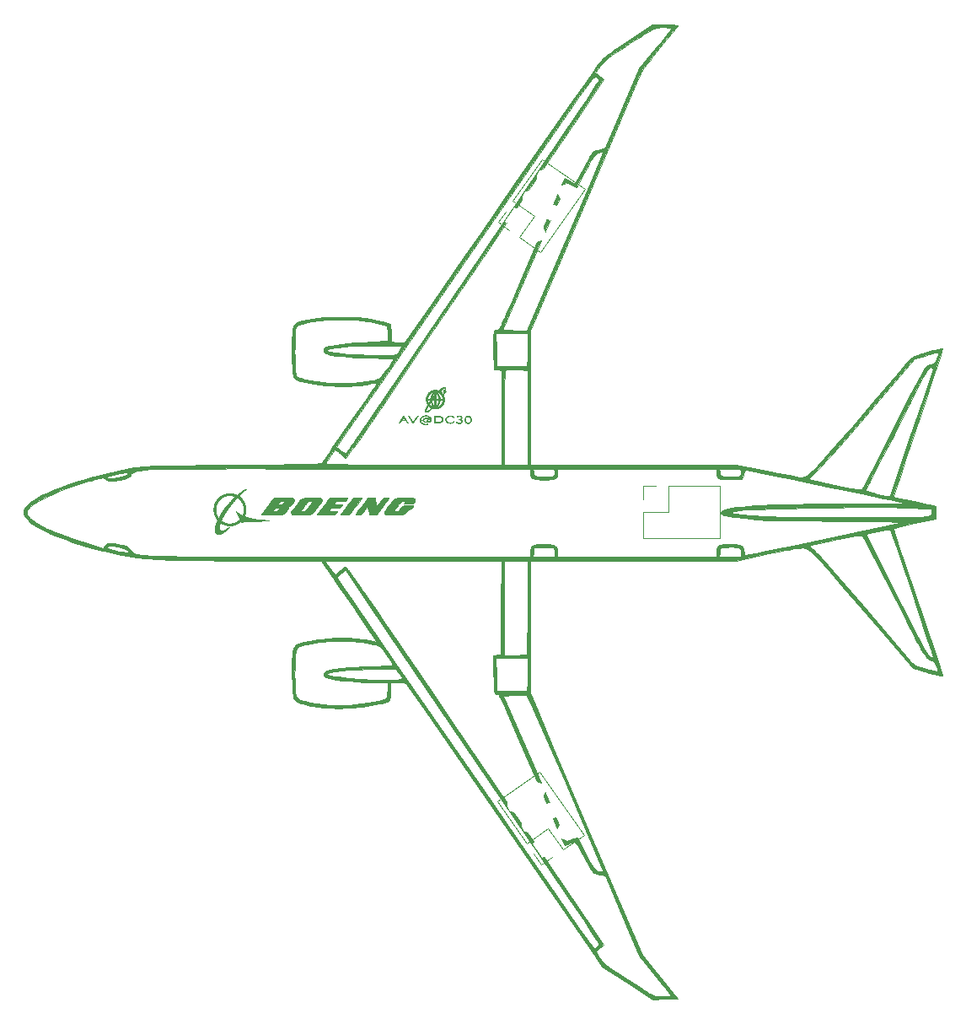
<source format=gbr>
G04 #@! TF.GenerationSoftware,KiCad,Pcbnew,(6.99.0-2452-gdb4f2d9dd8)*
G04 #@! TF.CreationDate,2022-07-21T12:57:02-08:00*
G04 #@! TF.ProjectId,787,3738372e-6b69-4636-9164-5f7063625858,rev?*
G04 #@! TF.SameCoordinates,Original*
G04 #@! TF.FileFunction,Legend,Top*
G04 #@! TF.FilePolarity,Positive*
%FSLAX46Y46*%
G04 Gerber Fmt 4.6, Leading zero omitted, Abs format (unit mm)*
G04 Created by KiCad (PCBNEW (6.99.0-2452-gdb4f2d9dd8)) date 2022-07-21 12:57:02*
%MOMM*%
%LPD*%
G01*
G04 APERTURE LIST*
G04 Aperture macros list*
%AMHorizOval*
0 Thick line with rounded ends*
0 $1 width*
0 $2 $3 position (X,Y) of the first rounded end (center of the circle)*
0 $4 $5 position (X,Y) of the second rounded end (center of the circle)*
0 Add line between two ends*
20,1,$1,$2,$3,$4,$5,0*
0 Add two circle primitives to create the rounded ends*
1,1,$1,$2,$3*
1,1,$1,$4,$5*%
%AMRotRect*
0 Rectangle, with rotation*
0 The origin of the aperture is its center*
0 $1 length*
0 $2 width*
0 $3 Rotation angle, in degrees counterclockwise*
0 Add horizontal line*
21,1,$1,$2,0,0,$3*%
G04 Aperture macros list end*
%ADD10C,0.010000*%
%ADD11C,0.078000*%
%ADD12C,0.150000*%
%ADD13C,0.120000*%
%ADD14RotRect,1.700000X1.700000X145.000000*%
%ADD15HorizOval,1.700000X0.000000X0.000000X0.000000X0.000000X0*%
%ADD16RotRect,1.700000X1.700000X215.000000*%
%ADD17HorizOval,1.700000X0.000000X0.000000X0.000000X0.000000X0*%
%ADD18R,1.700000X1.700000*%
%ADD19O,1.700000X1.700000*%
G04 APERTURE END LIST*
D10*
G36*
X83548877Y-102867628D02*
G01*
X83548955Y-102867737D01*
X83549112Y-102867960D01*
X83553889Y-102874825D01*
X83554212Y-102875295D01*
X83559361Y-102882941D01*
X83564482Y-102890614D01*
X83569652Y-102898252D01*
X83526832Y-102946132D01*
X83484308Y-102994241D01*
X83471577Y-103008828D01*
X83458944Y-103023507D01*
X83433768Y-103052945D01*
X83433768Y-102866238D01*
X83465429Y-102832028D01*
X83481353Y-102815007D01*
X83497381Y-102798079D01*
X83548877Y-102867628D01*
G37*
X83548877Y-102867628D02*
X83548955Y-102867737D01*
X83549112Y-102867960D01*
X83553889Y-102874825D01*
X83554212Y-102875295D01*
X83559361Y-102882941D01*
X83564482Y-102890614D01*
X83569652Y-102898252D01*
X83526832Y-102946132D01*
X83484308Y-102994241D01*
X83471577Y-103008828D01*
X83458944Y-103023507D01*
X83433768Y-103052945D01*
X83433768Y-102866238D01*
X83465429Y-102832028D01*
X83481353Y-102815007D01*
X83497381Y-102798079D01*
X83548877Y-102867628D01*
D11*
G36*
X105207856Y-163667286D02*
G01*
X102685931Y-162017594D01*
X100164005Y-160367898D01*
X99375776Y-159229772D01*
X95752749Y-153998476D01*
X86005647Y-139924389D01*
X82184215Y-134422345D01*
X80489411Y-132013347D01*
X80477027Y-131999902D01*
X80463882Y-131987042D01*
X80449954Y-131974764D01*
X80435222Y-131963063D01*
X80419665Y-131951937D01*
X80403262Y-131941381D01*
X80385992Y-131931391D01*
X80367835Y-131921963D01*
X80348769Y-131913095D01*
X80328773Y-131904781D01*
X80307827Y-131897019D01*
X80285909Y-131889804D01*
X80262998Y-131883133D01*
X80239074Y-131877002D01*
X80188102Y-131866344D01*
X80132823Y-131857800D01*
X80073072Y-131851341D01*
X80008679Y-131846934D01*
X79939477Y-131844551D01*
X79865298Y-131844161D01*
X79785976Y-131845733D01*
X79701341Y-131849238D01*
X79611226Y-131854645D01*
X78913432Y-131902324D01*
X78911480Y-132680146D01*
X78908990Y-132839527D01*
X78902681Y-132994271D01*
X78892976Y-133140556D01*
X78880296Y-133274564D01*
X78865065Y-133392474D01*
X78847706Y-133490468D01*
X78838360Y-133530802D01*
X78828640Y-133564724D01*
X78818600Y-133591758D01*
X78808291Y-133611424D01*
X78772136Y-133652319D01*
X78717857Y-133693563D01*
X78558536Y-133776578D01*
X78337541Y-133859414D01*
X78062085Y-133941017D01*
X77739379Y-134020335D01*
X77376638Y-134096312D01*
X76981073Y-134167895D01*
X76559898Y-134234030D01*
X76120325Y-134293663D01*
X75669567Y-134345741D01*
X75214837Y-134389208D01*
X74763348Y-134423013D01*
X74322311Y-134446100D01*
X73898941Y-134457415D01*
X73786232Y-134456988D01*
X73500449Y-134455905D01*
X73134049Y-134440516D01*
X72278270Y-134373719D01*
X71526057Y-134291617D01*
X71188734Y-134244813D01*
X70877238Y-134194167D01*
X70591548Y-134139674D01*
X70331643Y-134081329D01*
X70097501Y-134019126D01*
X69889100Y-133953060D01*
X69706420Y-133883127D01*
X69549439Y-133809320D01*
X69418136Y-133731634D01*
X69312489Y-133650065D01*
X69232476Y-133564607D01*
X69178078Y-133475255D01*
X69163106Y-133430936D01*
X69148390Y-133364992D01*
X69134009Y-133278709D01*
X69120046Y-133173371D01*
X69093697Y-132910673D01*
X69069993Y-132587177D01*
X69049583Y-132213165D01*
X69033119Y-131798915D01*
X69021248Y-131354708D01*
X69015831Y-130975378D01*
X69282606Y-130975378D01*
X69284606Y-131844794D01*
X69290621Y-132196239D01*
X69303101Y-132498080D01*
X69324389Y-132754748D01*
X69356829Y-132970672D01*
X69377962Y-133064740D01*
X69402761Y-133150282D01*
X69431519Y-133227854D01*
X69464528Y-133298008D01*
X69502082Y-133361298D01*
X69544473Y-133418278D01*
X69591994Y-133469502D01*
X69644938Y-133515524D01*
X69703598Y-133556896D01*
X69768266Y-133594173D01*
X69839235Y-133627909D01*
X69916799Y-133658656D01*
X70092879Y-133713403D01*
X70298848Y-133762843D01*
X70809825Y-133863520D01*
X71497464Y-133982024D01*
X72167446Y-134072018D01*
X72822984Y-134133599D01*
X73467288Y-134166862D01*
X73786232Y-134172905D01*
X74103572Y-134171904D01*
X74419709Y-134163872D01*
X74735046Y-134148821D01*
X75364925Y-134097709D01*
X75996418Y-134018664D01*
X76640165Y-133916942D01*
X77243849Y-133808660D01*
X77509507Y-133756105D01*
X77739755Y-133706764D01*
X77926129Y-133662254D01*
X78060165Y-133624195D01*
X78148500Y-133595031D01*
X78226061Y-133568010D01*
X78293615Y-133541796D01*
X78323881Y-133528575D01*
X78351932Y-133515055D01*
X78377866Y-133501069D01*
X78401779Y-133486449D01*
X78423766Y-133471031D01*
X78443924Y-133454645D01*
X78462348Y-133437126D01*
X78479135Y-133418306D01*
X78494380Y-133398018D01*
X78508180Y-133376097D01*
X78520630Y-133352373D01*
X78531827Y-133326682D01*
X78541866Y-133298855D01*
X78550844Y-133268726D01*
X78558857Y-133236128D01*
X78566000Y-133200893D01*
X78572369Y-133162856D01*
X78578062Y-133121848D01*
X78587798Y-133030256D01*
X78595976Y-132924780D01*
X78610732Y-132666836D01*
X78651996Y-131875747D01*
X78324380Y-131875080D01*
X77578856Y-131873563D01*
X76955240Y-131861774D01*
X76258774Y-131831019D01*
X75527796Y-131784709D01*
X74800645Y-131726254D01*
X74115656Y-131659066D01*
X73511168Y-131586555D01*
X73025518Y-131512132D01*
X72839237Y-131475270D01*
X72697043Y-131439208D01*
X72620747Y-131415600D01*
X72551773Y-131392575D01*
X72489842Y-131369885D01*
X72434679Y-131347282D01*
X72386006Y-131324515D01*
X72343546Y-131301336D01*
X72307023Y-131277497D01*
X72290901Y-131265251D01*
X72276160Y-131252747D01*
X72262764Y-131239954D01*
X72250679Y-131226839D01*
X72239871Y-131213373D01*
X72230305Y-131199524D01*
X72221946Y-131185261D01*
X72214760Y-131170552D01*
X72208711Y-131155367D01*
X72203766Y-131139675D01*
X72199891Y-131123444D01*
X72197049Y-131106644D01*
X72194330Y-131071209D01*
X72195332Y-131033123D01*
X72198246Y-131006271D01*
X72522716Y-131006271D01*
X72523136Y-131030627D01*
X72540135Y-131054840D01*
X72586949Y-131083943D01*
X72665206Y-131113518D01*
X72908112Y-131173542D01*
X73252971Y-131233829D01*
X73683904Y-131293296D01*
X74740469Y-131405442D01*
X75950764Y-131501320D01*
X77187749Y-131572270D01*
X78324380Y-131609631D01*
X79233616Y-131604744D01*
X79563260Y-131583751D01*
X79788415Y-131548949D01*
X80160086Y-131455665D01*
X79795598Y-130977799D01*
X79431109Y-130499934D01*
X77555669Y-130502311D01*
X77555669Y-130502314D01*
X77555671Y-130502314D01*
X77555671Y-130502315D01*
X76571721Y-130516466D01*
X75621029Y-130553881D01*
X74737968Y-130610771D01*
X73956909Y-130683351D01*
X73312225Y-130767834D01*
X72838287Y-130860434D01*
X72676089Y-130908595D01*
X72569466Y-130957365D01*
X72538338Y-130981831D01*
X72522716Y-131006271D01*
X72198246Y-131006271D01*
X72199780Y-130992135D01*
X72208730Y-130952875D01*
X72224268Y-130914958D01*
X72246554Y-130878357D01*
X72275748Y-130843045D01*
X72312009Y-130808996D01*
X72355495Y-130776184D01*
X72406368Y-130744582D01*
X72464784Y-130714164D01*
X72530906Y-130684903D01*
X72604890Y-130656772D01*
X72686898Y-130629746D01*
X72777088Y-130603798D01*
X72875619Y-130578901D01*
X72982652Y-130555029D01*
X73098345Y-130532155D01*
X73222857Y-130510253D01*
X73498979Y-130469259D01*
X73812292Y-130431835D01*
X74164071Y-130397769D01*
X74555591Y-130366850D01*
X74988126Y-130338865D01*
X75462952Y-130313603D01*
X75981344Y-130290852D01*
X76544576Y-130270401D01*
X77571595Y-130228844D01*
X78406799Y-130180522D01*
X78725665Y-130155698D01*
X78964411Y-130131433D01*
X79112316Y-130108476D01*
X79148853Y-130097722D01*
X79158658Y-130087576D01*
X79151488Y-130073174D01*
X79138217Y-130049931D01*
X79094719Y-129978977D01*
X79030864Y-129878831D01*
X78949351Y-129753608D01*
X78744142Y-129444390D01*
X78500682Y-129084244D01*
X78500683Y-129084247D01*
X78500684Y-129084251D01*
X78500684Y-129084254D01*
X78500685Y-129084257D01*
X78500685Y-129084260D01*
X78500686Y-129084262D01*
X78500686Y-129084263D01*
X78500687Y-129084265D01*
X78500687Y-129084267D01*
X78307001Y-128804559D01*
X78222939Y-128688169D01*
X78145476Y-128585855D01*
X78073169Y-128496438D01*
X78004576Y-128418743D01*
X77938255Y-128351593D01*
X77872764Y-128293811D01*
X77806661Y-128244221D01*
X77738505Y-128201646D01*
X77666852Y-128164909D01*
X77590261Y-128132833D01*
X77507290Y-128104243D01*
X77416496Y-128077961D01*
X77316438Y-128052810D01*
X77205674Y-128027615D01*
X76825917Y-127950736D01*
X76434355Y-127884114D01*
X76032433Y-127827751D01*
X75621590Y-127781646D01*
X75203272Y-127745799D01*
X74778919Y-127720209D01*
X74349974Y-127704877D01*
X73917880Y-127699802D01*
X73484080Y-127704984D01*
X73050015Y-127720422D01*
X72617128Y-127746118D01*
X72186863Y-127782069D01*
X71760660Y-127828277D01*
X71339963Y-127884740D01*
X70926215Y-127951459D01*
X70520857Y-128028433D01*
X70308852Y-128073398D01*
X70122519Y-128118544D01*
X70038462Y-128142417D01*
X69960203Y-128167812D01*
X69887534Y-128195222D01*
X69820248Y-128225139D01*
X69758139Y-128258056D01*
X69701000Y-128294465D01*
X69648624Y-128334858D01*
X69600804Y-128379727D01*
X69557333Y-128429566D01*
X69518005Y-128484865D01*
X69482612Y-128546119D01*
X69450947Y-128613818D01*
X69422805Y-128688455D01*
X69397977Y-128770523D01*
X69376257Y-128860513D01*
X69357439Y-128958919D01*
X69341314Y-129066232D01*
X69327677Y-129182945D01*
X69316321Y-129309550D01*
X69307038Y-129446540D01*
X69293867Y-129753642D01*
X69286507Y-130108190D01*
X69283305Y-130514122D01*
X69282606Y-130975378D01*
X69015831Y-130975378D01*
X69014623Y-130890824D01*
X69010706Y-129943549D01*
X69016097Y-129558747D01*
X69029763Y-129227006D01*
X69054234Y-128943705D01*
X69092041Y-128704221D01*
X69116736Y-128599466D01*
X69145714Y-128503933D01*
X69179292Y-128417043D01*
X69217784Y-128338218D01*
X69261509Y-128266882D01*
X69310782Y-128202456D01*
X69365919Y-128144363D01*
X69427237Y-128092024D01*
X69495052Y-128044863D01*
X69569681Y-128002301D01*
X69651440Y-127963760D01*
X69740644Y-127928664D01*
X69942658Y-127866492D01*
X70178251Y-127811164D01*
X70760301Y-127702549D01*
X71620258Y-127567406D01*
X72039163Y-127514263D01*
X72451522Y-127470740D01*
X72857962Y-127436835D01*
X73259109Y-127412549D01*
X73655591Y-127397880D01*
X74048034Y-127392829D01*
X74437067Y-127397395D01*
X74823314Y-127411578D01*
X75207404Y-127435377D01*
X75589963Y-127468791D01*
X75971618Y-127511821D01*
X76352996Y-127564466D01*
X76734725Y-127626726D01*
X77117430Y-127698600D01*
X77570942Y-127789304D01*
X76388852Y-126083394D01*
X75077959Y-124182057D01*
X73586192Y-122006300D01*
X73125060Y-121331578D01*
X73555297Y-121331578D01*
X73556324Y-121339657D01*
X73560139Y-121351602D01*
X73575862Y-121386664D01*
X73601915Y-121435919D01*
X73637748Y-121498519D01*
X73736546Y-121660371D01*
X73867850Y-121865449D01*
X74027253Y-122106980D01*
X74210348Y-122378193D01*
X74412726Y-122672317D01*
X74629981Y-122982579D01*
X79438140Y-129897098D01*
X88522592Y-143020017D01*
X91876895Y-147867653D01*
X94984764Y-152340354D01*
X97968725Y-156652705D01*
X98458132Y-157357885D01*
X98875322Y-157945547D01*
X99176079Y-158354325D01*
X99268978Y-158472457D01*
X99316188Y-158522856D01*
X99329197Y-158529408D01*
X99343541Y-158533854D01*
X99359105Y-158536285D01*
X99375776Y-158536788D01*
X99393437Y-158535452D01*
X99411976Y-158532366D01*
X99431276Y-158527619D01*
X99451224Y-158521298D01*
X99471705Y-158513494D01*
X99492604Y-158504294D01*
X99535196Y-158482063D01*
X99578086Y-158455315D01*
X99620355Y-158424759D01*
X99661086Y-158391104D01*
X99699362Y-158355061D01*
X99734265Y-158317340D01*
X99750166Y-158298071D01*
X99764880Y-158278648D01*
X99778292Y-158259161D01*
X99790288Y-158239697D01*
X99800752Y-158220345D01*
X99809571Y-158201195D01*
X99816630Y-158182334D01*
X99821814Y-158163852D01*
X99825009Y-158145837D01*
X99826099Y-158128378D01*
X99812658Y-158095406D01*
X99773221Y-158024584D01*
X99621670Y-157777469D01*
X99382073Y-157403188D01*
X99065057Y-156917896D01*
X98241268Y-155678895D01*
X97235315Y-154189706D01*
X78252234Y-126234851D01*
X74430563Y-120612218D01*
X74422305Y-120607228D01*
X74410018Y-120606308D01*
X74393983Y-120609230D01*
X74374478Y-120615763D01*
X74326180Y-120638742D01*
X74267361Y-120673407D01*
X74200259Y-120717919D01*
X74127110Y-120770440D01*
X74050153Y-120829130D01*
X73971624Y-120892152D01*
X73893761Y-120957665D01*
X73818801Y-121023832D01*
X73748981Y-121088813D01*
X73686540Y-121150769D01*
X73633713Y-121207863D01*
X73592739Y-121258255D01*
X73577396Y-121280363D01*
X73565855Y-121300106D01*
X73558395Y-121317254D01*
X73555297Y-121331578D01*
X73125060Y-121331578D01*
X71965629Y-119635117D01*
X63965975Y-119632975D01*
X63442613Y-119630850D01*
X72307412Y-119630850D01*
X72755567Y-120311321D01*
X72848667Y-120448165D01*
X72941465Y-120576123D01*
X73031505Y-120692372D01*
X73116332Y-120794091D01*
X73156022Y-120838620D01*
X73193488Y-120878458D01*
X73228423Y-120913253D01*
X73260518Y-120942653D01*
X73289469Y-120966303D01*
X73314967Y-120983852D01*
X73336705Y-120994948D01*
X73346068Y-120997965D01*
X73354376Y-120999236D01*
X73362439Y-120999241D01*
X73371075Y-120998500D01*
X73380256Y-120997032D01*
X73389958Y-120994854D01*
X73410814Y-120988441D01*
X73433432Y-120979407D01*
X73457602Y-120967893D01*
X73483113Y-120954045D01*
X73509753Y-120938005D01*
X73537313Y-120919919D01*
X73565582Y-120899928D01*
X73594347Y-120878178D01*
X73623400Y-120854812D01*
X73652528Y-120829973D01*
X73681522Y-120803805D01*
X73710170Y-120776453D01*
X73738261Y-120748060D01*
X73765585Y-120718769D01*
X73793339Y-120688792D01*
X73822692Y-120658384D01*
X73853391Y-120627755D01*
X73885182Y-120597118D01*
X73951030Y-120536664D01*
X74018209Y-120478718D01*
X74084691Y-120424971D01*
X74117038Y-120400201D01*
X74148451Y-120377117D01*
X74178677Y-120355930D01*
X74207462Y-120336850D01*
X74234553Y-120320091D01*
X74259697Y-120305864D01*
X74282593Y-120294007D01*
X74294038Y-120289153D01*
X74305831Y-120285517D01*
X74318234Y-120283475D01*
X74324747Y-120283170D01*
X74331511Y-120283404D01*
X74338559Y-120284225D01*
X74345924Y-120285679D01*
X74353639Y-120287814D01*
X74361736Y-120290677D01*
X74370249Y-120294314D01*
X74379211Y-120298774D01*
X74388653Y-120304101D01*
X74398609Y-120310345D01*
X74420195Y-120325768D01*
X74444232Y-120345419D01*
X74470981Y-120369673D01*
X74500706Y-120398906D01*
X74533669Y-120433496D01*
X74570134Y-120473817D01*
X74610363Y-120520247D01*
X74654619Y-120573162D01*
X74703164Y-120632936D01*
X74756262Y-120699948D01*
X74814175Y-120774573D01*
X74877166Y-120857187D01*
X74945497Y-120948166D01*
X75019432Y-121047886D01*
X75099234Y-121156725D01*
X75185164Y-121275057D01*
X75277487Y-121403259D01*
X75376464Y-121541707D01*
X75595433Y-121850846D01*
X75844174Y-122205485D01*
X76124789Y-122608631D01*
X76439380Y-123063295D01*
X76790050Y-123572486D01*
X77178901Y-124139213D01*
X77608034Y-124766486D01*
X78079553Y-125457314D01*
X78595560Y-126214706D01*
X79158156Y-127041672D01*
X80431526Y-128916364D01*
X81916482Y-131105463D01*
X85588421Y-136523186D01*
X99601309Y-157173456D01*
X100296383Y-158187690D01*
X99912769Y-158517657D01*
X99529160Y-158847624D01*
X99918398Y-159466889D01*
X99971225Y-159547181D01*
X100028607Y-159627132D01*
X100090719Y-159706900D01*
X100157737Y-159786639D01*
X100229834Y-159866508D01*
X100307187Y-159946662D01*
X100389971Y-160027258D01*
X100478360Y-160108453D01*
X100572531Y-160190403D01*
X100672658Y-160273264D01*
X100778916Y-160357193D01*
X100891481Y-160442347D01*
X101010527Y-160528882D01*
X101136230Y-160616954D01*
X101268766Y-160706720D01*
X101408308Y-160798337D01*
X102602607Y-161576238D01*
X103928395Y-162446430D01*
X104391040Y-162749817D01*
X104753362Y-162979368D01*
X104904878Y-163069671D01*
X105040884Y-163145373D01*
X105164569Y-163207762D01*
X105279125Y-163258122D01*
X105387740Y-163297741D01*
X105493606Y-163327904D01*
X105599912Y-163349898D01*
X105709848Y-163365008D01*
X105826604Y-163374522D01*
X105953371Y-163379726D01*
X106249697Y-163382345D01*
X106600908Y-163388706D01*
X106738346Y-163389864D01*
X106796731Y-163387956D01*
X106847923Y-163383636D01*
X106891696Y-163376336D01*
X106927823Y-163365492D01*
X106956078Y-163350537D01*
X106976234Y-163330905D01*
X106983204Y-163319158D01*
X106988064Y-163306030D01*
X106991341Y-163275345D01*
X106985840Y-163238285D01*
X106971332Y-163194284D01*
X106947592Y-163142776D01*
X106914393Y-163083193D01*
X106871507Y-163014971D01*
X106818709Y-162937544D01*
X106682469Y-162752807D01*
X106503857Y-162524454D01*
X106281060Y-162247957D01*
X106012266Y-161918786D01*
X105329428Y-161084309D01*
X105329428Y-161084312D01*
X103884805Y-159312028D01*
X102165683Y-155299153D01*
X100446555Y-151286276D01*
X100071063Y-151196198D01*
X99820898Y-151136185D01*
X99710955Y-151109411D01*
X99613384Y-151083481D01*
X99568585Y-151070053D01*
X99526095Y-151055901D01*
X99485652Y-151040714D01*
X99446996Y-151024180D01*
X99409865Y-151005987D01*
X99373997Y-150985824D01*
X99339132Y-150963378D01*
X99305007Y-150938339D01*
X99271362Y-150910395D01*
X99237935Y-150879235D01*
X99204465Y-150844545D01*
X99170690Y-150806016D01*
X99136349Y-150763336D01*
X99101181Y-150716192D01*
X99064925Y-150664273D01*
X99027318Y-150607268D01*
X98988100Y-150544865D01*
X98947009Y-150476752D01*
X98858164Y-150322151D01*
X98758692Y-150140972D01*
X98646501Y-149930722D01*
X98375602Y-149413040D01*
X98207307Y-149097000D01*
X98043247Y-148802073D01*
X97887517Y-148534720D01*
X97744213Y-148301402D01*
X97617431Y-148108581D01*
X97511264Y-147962717D01*
X97467192Y-147909414D01*
X97429809Y-147870273D01*
X97399629Y-147846102D01*
X97377162Y-147837709D01*
X97356855Y-147838573D01*
X97333013Y-147841531D01*
X97305935Y-147846479D01*
X97275919Y-147853311D01*
X97243263Y-147861923D01*
X97208266Y-147872208D01*
X97171226Y-147884061D01*
X97132441Y-147897377D01*
X97092210Y-147912050D01*
X97050831Y-147927976D01*
X97008603Y-147945049D01*
X96965824Y-147963162D01*
X96922793Y-147982212D01*
X96879807Y-148002093D01*
X96837166Y-148022699D01*
X96795167Y-148043925D01*
X96724994Y-148080001D01*
X96663131Y-148110842D01*
X96608744Y-148136108D01*
X96584093Y-148146545D01*
X96560999Y-148155461D01*
X96539357Y-148162814D01*
X96519062Y-148168562D01*
X96500012Y-148172663D01*
X96482101Y-148175073D01*
X96465225Y-148175751D01*
X96449280Y-148174654D01*
X96434162Y-148171741D01*
X96419766Y-148166967D01*
X96405989Y-148160292D01*
X96392725Y-148151673D01*
X96379872Y-148141068D01*
X96367324Y-148128433D01*
X96354978Y-148113727D01*
X96342729Y-148096908D01*
X96330473Y-148077933D01*
X96318106Y-148056760D01*
X96292621Y-148007649D01*
X96265440Y-147949237D01*
X96235730Y-147881186D01*
X96202657Y-147803155D01*
X94703969Y-144327058D01*
X92215648Y-138548558D01*
X90865075Y-135408649D01*
X90435364Y-134432398D01*
X90130183Y-133770534D01*
X89920139Y-133361997D01*
X89841610Y-133233644D01*
X89803583Y-133182809D01*
X90219136Y-133182809D01*
X93244183Y-140199558D01*
X96393342Y-147526089D01*
X96415073Y-147579616D01*
X96435177Y-147626166D01*
X96444915Y-147646862D01*
X96454603Y-147665859D01*
X96464358Y-147683171D01*
X96474299Y-147698813D01*
X96484545Y-147712800D01*
X96495214Y-147725147D01*
X96506424Y-147735869D01*
X96518294Y-147744982D01*
X96530943Y-147752498D01*
X96544489Y-147758435D01*
X96559051Y-147762806D01*
X96574747Y-147765627D01*
X96591695Y-147766912D01*
X96610014Y-147766677D01*
X96629823Y-147764935D01*
X96651241Y-147761703D01*
X96674384Y-147756995D01*
X96699373Y-147750825D01*
X96726326Y-147743210D01*
X96755361Y-147734163D01*
X96820151Y-147711835D01*
X96894692Y-147683961D01*
X96979932Y-147650660D01*
X97076818Y-147612051D01*
X97190149Y-147568145D01*
X97297746Y-147529221D01*
X97397119Y-147495986D01*
X97485780Y-147469145D01*
X97561241Y-147449406D01*
X97593244Y-147442420D01*
X97621014Y-147437474D01*
X97644239Y-147434656D01*
X97662609Y-147434055D01*
X97675813Y-147435759D01*
X97680380Y-147437502D01*
X97683539Y-147439855D01*
X97708784Y-147481698D01*
X97762742Y-147581575D01*
X97943377Y-147929285D01*
X98198604Y-148430695D01*
X98501583Y-149033512D01*
X98661866Y-149346200D01*
X98821965Y-149643567D01*
X98977620Y-149918699D01*
X99124571Y-150164685D01*
X99258559Y-150374612D01*
X99375324Y-150541567D01*
X99425917Y-150606769D01*
X99470606Y-150658637D01*
X99508860Y-150696304D01*
X99540145Y-150718909D01*
X99601071Y-150749165D01*
X99663522Y-150775820D01*
X99726636Y-150798833D01*
X99789554Y-150818167D01*
X99851413Y-150833783D01*
X99911355Y-150845643D01*
X99968517Y-150853708D01*
X100022040Y-150857939D01*
X100071063Y-150858299D01*
X100114725Y-150854749D01*
X100152165Y-150847249D01*
X100168283Y-150842007D01*
X100182523Y-150835762D01*
X100194778Y-150828512D01*
X100204939Y-150820250D01*
X100212899Y-150810972D01*
X100218550Y-150800673D01*
X100221786Y-150789348D01*
X100222498Y-150776993D01*
X100220579Y-150763603D01*
X100215921Y-150749172D01*
X96470954Y-141978234D01*
X96470954Y-141978214D01*
X93813451Y-135823213D01*
X92970000Y-133919387D01*
X92618621Y-133182809D01*
X92608929Y-133175405D01*
X92596722Y-133168310D01*
X92564991Y-133155057D01*
X92523882Y-133143075D01*
X92473848Y-133132387D01*
X92415342Y-133123018D01*
X92348818Y-133114993D01*
X92274729Y-133108336D01*
X92193528Y-133103072D01*
X92105668Y-133099224D01*
X92011602Y-133096818D01*
X91911783Y-133095877D01*
X91806666Y-133096427D01*
X91696702Y-133098491D01*
X91582345Y-133102095D01*
X91464049Y-133107261D01*
X91342266Y-133114016D01*
X90219136Y-133182809D01*
X89803583Y-133182809D01*
X89775843Y-133145725D01*
X89719165Y-133090608D01*
X89667902Y-133060658D01*
X89576150Y-133047098D01*
X89566926Y-133045735D01*
X89544287Y-133045274D01*
X89522942Y-133043780D01*
X89502848Y-133040966D01*
X89483960Y-133036545D01*
X89474954Y-133033642D01*
X89466233Y-133030229D01*
X89457790Y-133026271D01*
X89449621Y-133021732D01*
X89441720Y-133016575D01*
X89434081Y-133010766D01*
X89426699Y-133004267D01*
X89419567Y-132997043D01*
X89412682Y-132989059D01*
X89406036Y-132980277D01*
X89399624Y-132970663D01*
X89393441Y-132960181D01*
X89387481Y-132948794D01*
X89381739Y-132936467D01*
X89376208Y-132923164D01*
X89370884Y-132908848D01*
X89360832Y-132877037D01*
X89351538Y-132840747D01*
X89342958Y-132799690D01*
X89335046Y-132753580D01*
X89327758Y-132702128D01*
X89321049Y-132645049D01*
X89314874Y-132582054D01*
X89309189Y-132512857D01*
X89303948Y-132437170D01*
X89299108Y-132354707D01*
X89294623Y-132265179D01*
X89290449Y-132168300D01*
X89282852Y-131951339D01*
X89275962Y-131701527D01*
X89269418Y-131416566D01*
X89262863Y-131094158D01*
X89229763Y-129399268D01*
X89498889Y-129399268D01*
X89537499Y-131061053D01*
X89576150Y-132722838D01*
X91055170Y-132717348D01*
X92119934Y-132711907D01*
X92602982Y-132706562D01*
X92606508Y-132704134D01*
X92609989Y-132697461D01*
X92616800Y-132671809D01*
X92623379Y-132630453D01*
X92629691Y-132574243D01*
X92641373Y-132420659D01*
X92651565Y-132217852D01*
X92659983Y-131972615D01*
X92666346Y-131691743D01*
X92670371Y-131382030D01*
X92671775Y-131050270D01*
X92671775Y-129399268D01*
X89498889Y-129399268D01*
X89229763Y-129399268D01*
X89224760Y-129143093D01*
X89390110Y-129124097D01*
X90332852Y-129124097D01*
X91410589Y-129124097D01*
X91628955Y-129122225D01*
X91836291Y-129116860D01*
X92027799Y-129108378D01*
X92198684Y-129097155D01*
X92344147Y-129083567D01*
X92459394Y-129067990D01*
X92504186Y-129059574D01*
X92539626Y-129050801D01*
X92565113Y-129041720D01*
X92580047Y-129032376D01*
X92589390Y-128998883D01*
X92598470Y-128918944D01*
X92615658Y-128629462D01*
X92631235Y-128183397D01*
X92644823Y-127600220D01*
X92664531Y-126100400D01*
X92671769Y-124285749D01*
X92671769Y-119630850D01*
X90332852Y-119630850D01*
X90332852Y-129124097D01*
X89390110Y-129124097D01*
X89606833Y-129099199D01*
X89988906Y-129055308D01*
X90025100Y-124343080D01*
X90061293Y-119630850D01*
X72307412Y-119630850D01*
X63442613Y-119630850D01*
X58827421Y-119612111D01*
X57010718Y-119579689D01*
X55563365Y-119525837D01*
X54386088Y-119445480D01*
X53379611Y-119333540D01*
X52444660Y-119184941D01*
X52383466Y-119172843D01*
X51481960Y-118994607D01*
X50507308Y-118777891D01*
X49562961Y-118545856D01*
X48653414Y-118300496D01*
X47783161Y-118043804D01*
X46956698Y-117777777D01*
X46178519Y-117504408D01*
X45453119Y-117225691D01*
X44784994Y-116943621D01*
X44178637Y-116660193D01*
X43638545Y-116377400D01*
X43169212Y-116097237D01*
X42775132Y-115821700D01*
X42460801Y-115552781D01*
X42230714Y-115292476D01*
X42089366Y-115042778D01*
X42053373Y-114922531D01*
X42041251Y-114805683D01*
X42048978Y-114735245D01*
X42375599Y-114735245D01*
X42379274Y-114826180D01*
X42399679Y-114919290D01*
X42436717Y-115014518D01*
X42490293Y-115111807D01*
X42560310Y-115211100D01*
X42646670Y-115312340D01*
X42749279Y-115415470D01*
X42868039Y-115520432D01*
X43002854Y-115627171D01*
X43153627Y-115735628D01*
X43320262Y-115845747D01*
X43502662Y-115957471D01*
X43700732Y-116070742D01*
X43914373Y-116185503D01*
X44143491Y-116301699D01*
X44387989Y-116419270D01*
X44647770Y-116538161D01*
X44922737Y-116658315D01*
X45212795Y-116779674D01*
X45517846Y-116902181D01*
X46172544Y-117150412D01*
X46886059Y-117402552D01*
X47657620Y-117658145D01*
X48486455Y-117916733D01*
X50047614Y-118390123D01*
X50128837Y-118289815D01*
X50457921Y-118289815D01*
X50460556Y-118306438D01*
X50467363Y-118324022D01*
X50478448Y-118342555D01*
X50493912Y-118362025D01*
X50513862Y-118382417D01*
X50553184Y-118408922D01*
X50616436Y-118438493D01*
X50700705Y-118470470D01*
X50803080Y-118504194D01*
X50920646Y-118539007D01*
X51050491Y-118574250D01*
X51335367Y-118643389D01*
X51634405Y-118706340D01*
X51924302Y-118757831D01*
X52058541Y-118777632D01*
X52181757Y-118792591D01*
X52291036Y-118802050D01*
X52383466Y-118805349D01*
X52432045Y-118804224D01*
X52474249Y-118800924D01*
X52510241Y-118795562D01*
X52540183Y-118788251D01*
X52564239Y-118779104D01*
X52582571Y-118768234D01*
X52589642Y-118762188D01*
X52595343Y-118755754D01*
X52599694Y-118748946D01*
X52602717Y-118741777D01*
X52604431Y-118734263D01*
X52604857Y-118726417D01*
X52604014Y-118718253D01*
X52601925Y-118709785D01*
X52594084Y-118691996D01*
X52581498Y-118673161D01*
X52564330Y-118653395D01*
X52542741Y-118632810D01*
X52516896Y-118611519D01*
X52486957Y-118589635D01*
X52453088Y-118567271D01*
X52415450Y-118544541D01*
X52374208Y-118521556D01*
X52329524Y-118498431D01*
X52281561Y-118475278D01*
X52230482Y-118452210D01*
X52176450Y-118429341D01*
X52119628Y-118406782D01*
X52060179Y-118384648D01*
X51998267Y-118363051D01*
X51934053Y-118342105D01*
X51867700Y-118321921D01*
X51799373Y-118302614D01*
X51729234Y-118284296D01*
X51657445Y-118267080D01*
X51584170Y-118251080D01*
X51584169Y-118251080D01*
X51444073Y-118224064D01*
X51309856Y-118202220D01*
X51182351Y-118185448D01*
X51062388Y-118173644D01*
X50950799Y-118166707D01*
X50848416Y-118164535D01*
X50756071Y-118167025D01*
X50674594Y-118174076D01*
X50604818Y-118185585D01*
X50547575Y-118201451D01*
X50503695Y-118221571D01*
X50487027Y-118233195D01*
X50474011Y-118245844D01*
X50464752Y-118259505D01*
X50459354Y-118274167D01*
X50457921Y-118289815D01*
X50128837Y-118289815D01*
X50290071Y-118090697D01*
X50332071Y-118039667D01*
X50351868Y-118016616D01*
X50371136Y-117995180D01*
X50390082Y-117975341D01*
X50408911Y-117957077D01*
X50427828Y-117940369D01*
X50447038Y-117925196D01*
X50466746Y-117911539D01*
X50487159Y-117899377D01*
X50508482Y-117888691D01*
X50530919Y-117879460D01*
X50554677Y-117871664D01*
X50579960Y-117865283D01*
X50606974Y-117860297D01*
X50635925Y-117856687D01*
X50667018Y-117854431D01*
X50700458Y-117853510D01*
X50736451Y-117853904D01*
X50775201Y-117855593D01*
X50816916Y-117858557D01*
X50861798Y-117862775D01*
X50910055Y-117868228D01*
X50961892Y-117874895D01*
X51077126Y-117891793D01*
X51209142Y-117913308D01*
X51359584Y-117939280D01*
X51530096Y-117969548D01*
X51821654Y-118024304D01*
X51945719Y-118050242D01*
X52056710Y-118075869D01*
X52155675Y-118101675D01*
X52243664Y-118128146D01*
X52321728Y-118155771D01*
X52390917Y-118185038D01*
X52452280Y-118216435D01*
X52506868Y-118250449D01*
X52555731Y-118287568D01*
X52599919Y-118328281D01*
X52640482Y-118373076D01*
X52678469Y-118422439D01*
X52714932Y-118476860D01*
X52750919Y-118536826D01*
X52784792Y-118591507D01*
X52822474Y-118643236D01*
X52864792Y-118692094D01*
X52912578Y-118738161D01*
X52966658Y-118781514D01*
X53027862Y-118822236D01*
X53097019Y-118860404D01*
X53174958Y-118896100D01*
X53262508Y-118929402D01*
X53360496Y-118960390D01*
X53469753Y-118989144D01*
X53591108Y-119015744D01*
X53725388Y-119040270D01*
X53873422Y-119062800D01*
X54036041Y-119083416D01*
X54214072Y-119102196D01*
X54408344Y-119119220D01*
X54619686Y-119134569D01*
X54848928Y-119148321D01*
X55096897Y-119160556D01*
X55652334Y-119180796D01*
X56292630Y-119195926D01*
X57024413Y-119206583D01*
X57854316Y-119213407D01*
X58788968Y-119217033D01*
X59835002Y-119218100D01*
X92946922Y-119218100D01*
X93204669Y-119218100D01*
X95440867Y-119218100D01*
X95397752Y-118770953D01*
X95354638Y-118323806D01*
X93290892Y-118323806D01*
X93247777Y-118770953D01*
X93204669Y-119218100D01*
X92946922Y-119218100D01*
X92946922Y-118865109D01*
X92949380Y-118731111D01*
X92957456Y-118610937D01*
X92963928Y-118555811D01*
X92972199Y-118503873D01*
X92982400Y-118455034D01*
X92994663Y-118409204D01*
X93009118Y-118366295D01*
X93025897Y-118326216D01*
X93045131Y-118288879D01*
X93066953Y-118254194D01*
X93091492Y-118222071D01*
X93118882Y-118192422D01*
X93149252Y-118165158D01*
X93182735Y-118140187D01*
X93219462Y-118117423D01*
X93259564Y-118096774D01*
X93303172Y-118078153D01*
X93350419Y-118061468D01*
X93401436Y-118046632D01*
X93456353Y-118033555D01*
X93515302Y-118022147D01*
X93578415Y-118012319D01*
X93645823Y-118003982D01*
X93717658Y-117997047D01*
X93875132Y-117987022D01*
X94051889Y-117981532D01*
X94248979Y-117979861D01*
X94454674Y-117981965D01*
X94641270Y-117988588D01*
X94809572Y-118000192D01*
X94960383Y-118017241D01*
X95094508Y-118040198D01*
X95212751Y-118069526D01*
X95315917Y-118105690D01*
X95362096Y-118126480D01*
X95404808Y-118149152D01*
X95444153Y-118173764D01*
X95480231Y-118200375D01*
X95513142Y-118229043D01*
X95542988Y-118259824D01*
X95569868Y-118292778D01*
X95593883Y-118327961D01*
X95615134Y-118365433D01*
X95633722Y-118405250D01*
X95649746Y-118447471D01*
X95663308Y-118492154D01*
X95683445Y-118589137D01*
X95694937Y-118696662D01*
X95698589Y-118815192D01*
X95698589Y-119218112D01*
X111658251Y-119218112D01*
X111658251Y-119218100D01*
X111915998Y-119218100D01*
X114134766Y-119218100D01*
X114134766Y-118807968D01*
X114133867Y-118751491D01*
X114131081Y-118699442D01*
X114126271Y-118651612D01*
X114119302Y-118607791D01*
X114110038Y-118567770D01*
X114104504Y-118549118D01*
X114098344Y-118531338D01*
X114091543Y-118514402D01*
X114084083Y-118498286D01*
X114075948Y-118482961D01*
X114067120Y-118468403D01*
X114057583Y-118454586D01*
X114047319Y-118441482D01*
X114036312Y-118429065D01*
X114024545Y-118417311D01*
X114012000Y-118406191D01*
X113998661Y-118395680D01*
X113984510Y-118385753D01*
X113969532Y-118376381D01*
X113937022Y-118359204D01*
X113900995Y-118343938D01*
X113861316Y-118330374D01*
X113817849Y-118318302D01*
X113781678Y-118310419D01*
X113738893Y-118303190D01*
X113690041Y-118296635D01*
X113635668Y-118290771D01*
X113512548Y-118281195D01*
X113373905Y-118274614D01*
X113224113Y-118271181D01*
X113067546Y-118271046D01*
X112908577Y-118274363D01*
X112751580Y-118281281D01*
X112508326Y-118296311D01*
X112409251Y-118304385D01*
X112323754Y-118313732D01*
X112250742Y-118325027D01*
X112189122Y-118338946D01*
X112162243Y-118347100D01*
X112137802Y-118356163D01*
X112115663Y-118366220D01*
X112095689Y-118377354D01*
X112077743Y-118389651D01*
X112061690Y-118403194D01*
X112047392Y-118418068D01*
X112034713Y-118434358D01*
X112023516Y-118452147D01*
X112013664Y-118471521D01*
X112005022Y-118492563D01*
X111997452Y-118515358D01*
X111984984Y-118566544D01*
X111975166Y-118625756D01*
X111959113Y-118770953D01*
X111915998Y-119218100D01*
X111658251Y-119218100D01*
X111658251Y-118764086D01*
X111660789Y-118645707D01*
X111664160Y-118591117D01*
X111669107Y-118539490D01*
X111675762Y-118490748D01*
X111684258Y-118444812D01*
X111694725Y-118401604D01*
X111707297Y-118361047D01*
X111722105Y-118323062D01*
X111739280Y-118287571D01*
X111758954Y-118254497D01*
X111781260Y-118223761D01*
X111806329Y-118195285D01*
X111834293Y-118168991D01*
X111865284Y-118144801D01*
X111899434Y-118122637D01*
X111936874Y-118102421D01*
X111977736Y-118084074D01*
X112022153Y-118067520D01*
X112070255Y-118052680D01*
X112122175Y-118039475D01*
X112178045Y-118027828D01*
X112237997Y-118017660D01*
X112302162Y-118008895D01*
X112370672Y-118001452D01*
X112443659Y-117995256D01*
X112603591Y-117986287D01*
X112783014Y-117981363D01*
X112982982Y-117979861D01*
X113179397Y-117982009D01*
X113358574Y-117988679D01*
X113521145Y-118000211D01*
X113667738Y-118016941D01*
X113798984Y-118039208D01*
X113915513Y-118067352D01*
X114017954Y-118101709D01*
X114064088Y-118121324D01*
X114106937Y-118142619D01*
X114146579Y-118165637D01*
X114183093Y-118190420D01*
X114216557Y-118217011D01*
X114247050Y-118245451D01*
X114274652Y-118275783D01*
X114299440Y-118308049D01*
X114321494Y-118342291D01*
X114340892Y-118378553D01*
X114357714Y-118416876D01*
X114372036Y-118457302D01*
X114393502Y-118544634D01*
X114405920Y-118640887D01*
X114409919Y-118746400D01*
X114410610Y-118780436D01*
X114412637Y-118813519D01*
X114415932Y-118845475D01*
X114420427Y-118876135D01*
X114426053Y-118905326D01*
X114432742Y-118932878D01*
X114440426Y-118958619D01*
X114449036Y-118982377D01*
X114458505Y-119003982D01*
X114468764Y-119023262D01*
X114479745Y-119040045D01*
X114491379Y-119054162D01*
X114503598Y-119065439D01*
X114509905Y-119069960D01*
X114516334Y-119073707D01*
X114522874Y-119076658D01*
X114529518Y-119078793D01*
X114536257Y-119080089D01*
X114543083Y-119080526D01*
X114636616Y-119066686D01*
X114852973Y-119027019D01*
X115598289Y-118881329D01*
X116667299Y-118665706D01*
X117948269Y-118402400D01*
X118947553Y-118196420D01*
X120969305Y-118196420D01*
X120983588Y-118233392D01*
X121022736Y-118273407D01*
X121081941Y-118318204D01*
X121241280Y-118429108D01*
X121285032Y-118462443D01*
X121335099Y-118503363D01*
X121451855Y-118605658D01*
X121586902Y-118731391D01*
X121735594Y-118875964D01*
X121893287Y-119034776D01*
X122055334Y-119203226D01*
X122217090Y-119376716D01*
X122373909Y-119550644D01*
X126437072Y-124230815D01*
X131253806Y-129838554D01*
X131299268Y-129888803D01*
X131348379Y-129936809D01*
X131401600Y-129982783D01*
X131459393Y-130026938D01*
X131522220Y-130069485D01*
X131590543Y-130110637D01*
X131664825Y-130150606D01*
X131745526Y-130189603D01*
X131833110Y-130227842D01*
X131928039Y-130265533D01*
X132030774Y-130302890D01*
X132141778Y-130340124D01*
X132261512Y-130377447D01*
X132390439Y-130415072D01*
X132529021Y-130453210D01*
X132677720Y-130492073D01*
X133113898Y-130601967D01*
X133482064Y-130691960D01*
X133743449Y-130752767D01*
X133821985Y-130769322D01*
X133859288Y-130775099D01*
X133862803Y-130774436D01*
X133865819Y-130772467D01*
X133868343Y-130769226D01*
X133870380Y-130764745D01*
X133871937Y-130759056D01*
X133873022Y-130752192D01*
X133873640Y-130744185D01*
X133873798Y-130735069D01*
X133872761Y-130713635D01*
X133869964Y-130688152D01*
X133865458Y-130658878D01*
X133859297Y-130626075D01*
X133851533Y-130590002D01*
X133842218Y-130550919D01*
X133831405Y-130509086D01*
X133819146Y-130464764D01*
X133805495Y-130418212D01*
X133790502Y-130369692D01*
X133774222Y-130319462D01*
X133756706Y-130267783D01*
X133731233Y-130197591D01*
X133705089Y-130132592D01*
X133677993Y-130072498D01*
X133649662Y-130017018D01*
X133619812Y-129965862D01*
X133588161Y-129918742D01*
X133554427Y-129875366D01*
X133518325Y-129835447D01*
X133479575Y-129798693D01*
X133437892Y-129764816D01*
X133392995Y-129733525D01*
X133344600Y-129704532D01*
X133292424Y-129677546D01*
X133263427Y-129664517D01*
X133236186Y-129652278D01*
X133175601Y-129628437D01*
X133110388Y-129605736D01*
X133110400Y-129605733D01*
X133068992Y-129591323D01*
X133028710Y-129575149D01*
X132988986Y-129556217D01*
X132949247Y-129533532D01*
X132908924Y-129506100D01*
X132867447Y-129472926D01*
X132824245Y-129433016D01*
X132778748Y-129385375D01*
X132730385Y-129329008D01*
X132678587Y-129262922D01*
X132622783Y-129186122D01*
X132562402Y-129097613D01*
X132496874Y-128996401D01*
X132425629Y-128881491D01*
X132348097Y-128751889D01*
X132263708Y-128606600D01*
X132171890Y-128444629D01*
X132072074Y-128264984D01*
X131963689Y-128066668D01*
X131846166Y-127848687D01*
X131581420Y-127349753D01*
X131273275Y-126760227D01*
X130917167Y-126072152D01*
X130508535Y-125277573D01*
X129515444Y-123337076D01*
X126345611Y-117103711D01*
X126340047Y-117098254D01*
X126328154Y-117094183D01*
X126286031Y-117090099D01*
X126220532Y-117091259D01*
X126132947Y-117097463D01*
X126024568Y-117108512D01*
X125896684Y-117124207D01*
X125587563Y-117168736D01*
X125215908Y-117229453D01*
X124792041Y-117304763D01*
X124326285Y-117393069D01*
X123828964Y-117492777D01*
X121969602Y-117876610D01*
X121439227Y-117996282D01*
X121257032Y-118044147D01*
X121123753Y-118086354D01*
X121034578Y-118124641D01*
X120984699Y-118160750D01*
X120972992Y-118178531D01*
X120969305Y-118196420D01*
X118947553Y-118196420D01*
X124860209Y-116977659D01*
X126654845Y-116977659D01*
X127307046Y-118298108D01*
X128844181Y-121342005D01*
X132056455Y-127634658D01*
X132243723Y-127988392D01*
X132420241Y-128306885D01*
X132584028Y-128587090D01*
X132733108Y-128825960D01*
X132865501Y-129020449D01*
X132924821Y-129100099D01*
X132979228Y-129167512D01*
X133028474Y-129222306D01*
X133072312Y-129264101D01*
X133110494Y-129292517D01*
X133142773Y-129307172D01*
X133168613Y-129313356D01*
X133193728Y-129318241D01*
X133217989Y-129321850D01*
X133241265Y-129324206D01*
X133263427Y-129325331D01*
X133284343Y-129325249D01*
X133303885Y-129323980D01*
X133321923Y-129321549D01*
X133338325Y-129317978D01*
X133352962Y-129313290D01*
X133365704Y-129307506D01*
X133376421Y-129300651D01*
X133380980Y-129296828D01*
X133384983Y-129292746D01*
X133388415Y-129288408D01*
X133391260Y-129283815D01*
X133393500Y-129278971D01*
X133395121Y-129273879D01*
X133396105Y-129268542D01*
X133396437Y-129262962D01*
X133353258Y-129112577D01*
X133229505Y-128724495D01*
X132774988Y-127340090D01*
X131280858Y-122872249D01*
X129762847Y-118413001D01*
X129282478Y-117037896D01*
X129083978Y-116510785D01*
X129069658Y-116504489D01*
X129042927Y-116501163D01*
X128955610Y-116502768D01*
X128828775Y-116514304D01*
X128669173Y-116534472D01*
X128278663Y-116595518D01*
X127838076Y-116675529D01*
X127401405Y-116764126D01*
X127022646Y-116850932D01*
X126871857Y-116890420D01*
X126755795Y-116925569D01*
X126681208Y-116955081D01*
X126661576Y-116967318D01*
X126654845Y-116977659D01*
X124860209Y-116977659D01*
X125622960Y-116820435D01*
X128853591Y-116149387D01*
X130438374Y-115805237D01*
X130451615Y-115799482D01*
X130448755Y-115793776D01*
X130396167Y-115782544D01*
X130113599Y-115761004D01*
X129613693Y-115741105D01*
X128919470Y-115723331D01*
X128053954Y-115708170D01*
X127040168Y-115696107D01*
X124659874Y-115683219D01*
X124609560Y-115682866D01*
X119862947Y-115649540D01*
X118073450Y-115618941D01*
X117024001Y-115583529D01*
X115597491Y-115488539D01*
X114439550Y-115394478D01*
X113532901Y-115298088D01*
X112860264Y-115196110D01*
X112606300Y-115142008D01*
X112404359Y-115085287D01*
X112252281Y-115025541D01*
X112147907Y-114962361D01*
X112089077Y-114895341D01*
X112073630Y-114824072D01*
X112079278Y-114807435D01*
X112978113Y-114807435D01*
X112985395Y-114822599D01*
X113007571Y-114837796D01*
X113044698Y-114853085D01*
X113164040Y-114884176D01*
X113343879Y-114916346D01*
X113584676Y-114950070D01*
X114250982Y-115024073D01*
X115166639Y-115109978D01*
X116546250Y-115178905D01*
X118787748Y-115233715D01*
X124609560Y-115295448D01*
X130138375Y-115284107D01*
X132013627Y-115247574D01*
X132880492Y-115188620D01*
X132930450Y-115173947D01*
X132976386Y-115158237D01*
X133018408Y-115141362D01*
X133056627Y-115123199D01*
X133074345Y-115113595D01*
X133091154Y-115103622D01*
X133107068Y-115093263D01*
X133122099Y-115082504D01*
X133136263Y-115071329D01*
X133149573Y-115059721D01*
X133162043Y-115047666D01*
X133173686Y-115035148D01*
X133184517Y-115022151D01*
X133194549Y-115008659D01*
X133203796Y-114994656D01*
X133212272Y-114980128D01*
X133219990Y-114965057D01*
X133226965Y-114949430D01*
X133233209Y-114933229D01*
X133238738Y-114916439D01*
X133243565Y-114899045D01*
X133247704Y-114881031D01*
X133251167Y-114862381D01*
X133253971Y-114843080D01*
X133257650Y-114802460D01*
X133258852Y-114759046D01*
X133258852Y-114432745D01*
X130541575Y-114330603D01*
X128941608Y-114293942D01*
X126866834Y-114280221D01*
X122019286Y-114311885D01*
X117451771Y-114406160D01*
X115727039Y-114470703D01*
X114617130Y-114543610D01*
X113864608Y-114625845D01*
X113573344Y-114662655D01*
X113339358Y-114697226D01*
X113163111Y-114730031D01*
X113045061Y-114761546D01*
X113008004Y-114776968D01*
X112985669Y-114792244D01*
X112978113Y-114807435D01*
X112079278Y-114807435D01*
X112099406Y-114748149D01*
X112164247Y-114667164D01*
X112220929Y-114621153D01*
X112297479Y-114576681D01*
X112394001Y-114533741D01*
X112510601Y-114492326D01*
X112804450Y-114414050D01*
X113179859Y-114341801D01*
X113637663Y-114275528D01*
X114178696Y-114215182D01*
X114803794Y-114160710D01*
X115513791Y-114112062D01*
X116309521Y-114069189D01*
X117191818Y-114032038D01*
X119219457Y-113974701D01*
X121603382Y-113939647D01*
X124350271Y-113926469D01*
X128959721Y-113913150D01*
X130338353Y-113901653D01*
X130816686Y-113888592D01*
X129019522Y-113510469D01*
X128399767Y-113380072D01*
X126203700Y-112923935D01*
X124518753Y-112573960D01*
X126654857Y-112573960D01*
X126661480Y-112587063D01*
X126680797Y-112602402D01*
X126754209Y-112639017D01*
X126868480Y-112682250D01*
X127016995Y-112730548D01*
X127390311Y-112836125D01*
X127821251Y-112943321D01*
X128256911Y-113039706D01*
X128644386Y-113112853D01*
X128803521Y-113136828D01*
X128930771Y-113150332D01*
X129019522Y-113151812D01*
X129047394Y-113147558D01*
X129063162Y-113139715D01*
X129771036Y-111140153D01*
X131252264Y-106806843D01*
X132720263Y-102455935D01*
X133388451Y-100403581D01*
X133388594Y-100394766D01*
X133388205Y-100386062D01*
X133387297Y-100377481D01*
X133385882Y-100369034D01*
X133383973Y-100360731D01*
X133381583Y-100352585D01*
X133378724Y-100344606D01*
X133375410Y-100336804D01*
X133371651Y-100329191D01*
X133367462Y-100321779D01*
X133362855Y-100314577D01*
X133357841Y-100307597D01*
X133352435Y-100300851D01*
X133346648Y-100294348D01*
X133340493Y-100288101D01*
X133333984Y-100282119D01*
X133327131Y-100276415D01*
X133319948Y-100270999D01*
X133312448Y-100265882D01*
X133304643Y-100261075D01*
X133296546Y-100256589D01*
X133288170Y-100252436D01*
X133279526Y-100248626D01*
X133270628Y-100245170D01*
X133261488Y-100242079D01*
X133252118Y-100239365D01*
X133242533Y-100237038D01*
X133232743Y-100235110D01*
X133222762Y-100233590D01*
X133212602Y-100232492D01*
X133202276Y-100231824D01*
X133191797Y-100231599D01*
X133191785Y-100231593D01*
X133165097Y-100233331D01*
X133137870Y-100238841D01*
X133109847Y-100248565D01*
X133080769Y-100262949D01*
X133050377Y-100282435D01*
X133018414Y-100307468D01*
X132984621Y-100338492D01*
X132948739Y-100375950D01*
X132910511Y-100420286D01*
X132869677Y-100471943D01*
X132825981Y-100531367D01*
X132779163Y-100599000D01*
X132728965Y-100675286D01*
X132675129Y-100760669D01*
X132617397Y-100855593D01*
X132555510Y-100960502D01*
X132489210Y-101075839D01*
X132418239Y-101202049D01*
X132261249Y-101488859D01*
X132082474Y-101824485D01*
X131879848Y-102212476D01*
X131651304Y-102656382D01*
X131394776Y-103159754D01*
X131108198Y-103726142D01*
X130789502Y-104359097D01*
X129311919Y-107276700D01*
X127944251Y-109944311D01*
X127443604Y-110922019D01*
X127033617Y-111743720D01*
X126756598Y-112323129D01*
X126681174Y-112495010D01*
X126654857Y-112573960D01*
X124518753Y-112573960D01*
X122733708Y-112203194D01*
X122733719Y-112203182D01*
X119293527Y-111495920D01*
X120885968Y-111495920D01*
X121672264Y-111654923D01*
X122773186Y-111882413D01*
X124315928Y-112206080D01*
X124690780Y-112282912D01*
X125043855Y-112350831D01*
X125367187Y-112408620D01*
X125652806Y-112455060D01*
X125892743Y-112488934D01*
X126079031Y-112509024D01*
X126203700Y-112514111D01*
X126240437Y-112510648D01*
X126258781Y-112502978D01*
X126316747Y-112403814D01*
X126449687Y-112156593D01*
X126906293Y-111283876D01*
X127560207Y-110016616D01*
X128343040Y-108486601D01*
X131000422Y-103274674D01*
X131781224Y-101764138D01*
X132294245Y-100810161D01*
X132612593Y-100282444D01*
X132721612Y-100137715D01*
X132809378Y-100050691D01*
X132885031Y-100005084D01*
X132957708Y-99984606D01*
X133130692Y-99953893D01*
X133201413Y-99933780D01*
X133266527Y-99912895D01*
X133326367Y-99890939D01*
X133381264Y-99867613D01*
X133431549Y-99842616D01*
X133477556Y-99815650D01*
X133519614Y-99786415D01*
X133539267Y-99770853D01*
X133558057Y-99754611D01*
X133576026Y-99737652D01*
X133593215Y-99719939D01*
X133609666Y-99701434D01*
X133625420Y-99682099D01*
X133655004Y-99640792D01*
X133682298Y-99595718D01*
X133707635Y-99546577D01*
X133731345Y-99493071D01*
X133753761Y-99434899D01*
X133775214Y-99371762D01*
X133840004Y-99165403D01*
X133865454Y-99079735D01*
X133886274Y-99004986D01*
X133902464Y-98940589D01*
X133914022Y-98885978D01*
X133920949Y-98840585D01*
X133923245Y-98803844D01*
X133920908Y-98775189D01*
X133918002Y-98763716D01*
X133913938Y-98754052D01*
X133908717Y-98746126D01*
X133902336Y-98739867D01*
X133894798Y-98735205D01*
X133886101Y-98732068D01*
X133876246Y-98730385D01*
X133865232Y-98730087D01*
X133839730Y-98733358D01*
X133809593Y-98741314D01*
X133774821Y-98753389D01*
X133774785Y-98753389D01*
X133719772Y-98771626D01*
X133628881Y-98798782D01*
X133358747Y-98874573D01*
X133002932Y-98970206D01*
X132599989Y-99075126D01*
X131597174Y-99332212D01*
X127990948Y-103524516D01*
X125532705Y-106376229D01*
X123924467Y-108220743D01*
X122809073Y-109462813D01*
X121829363Y-110507197D01*
X120885968Y-111495920D01*
X119293527Y-111495920D01*
X117055799Y-111035870D01*
X114610358Y-110550347D01*
X114602829Y-110550932D01*
X114595054Y-110552667D01*
X114587052Y-110555524D01*
X114578840Y-110559474D01*
X114570435Y-110564488D01*
X114561855Y-110570538D01*
X114553119Y-110577594D01*
X114544242Y-110585630D01*
X114535244Y-110594615D01*
X114526141Y-110604521D01*
X114516952Y-110615319D01*
X114507694Y-110626982D01*
X114498384Y-110639479D01*
X114489041Y-110652783D01*
X114479681Y-110666865D01*
X114470323Y-110681696D01*
X114451682Y-110713490D01*
X114433259Y-110747938D01*
X114415195Y-110784809D01*
X114397630Y-110823874D01*
X114380707Y-110864905D01*
X114364565Y-110907671D01*
X114349347Y-110951944D01*
X114335193Y-110997494D01*
X114203553Y-111444641D01*
X113400603Y-111474710D01*
X113124239Y-111485060D01*
X112908182Y-111491576D01*
X112713511Y-111493799D01*
X112539200Y-111491256D01*
X112384220Y-111483471D01*
X112247544Y-111469972D01*
X112128144Y-111450282D01*
X112024993Y-111423930D01*
X111979189Y-111408107D01*
X111937062Y-111390440D01*
X111898484Y-111370870D01*
X111863325Y-111349338D01*
X111831458Y-111325785D01*
X111802754Y-111300151D01*
X111777084Y-111272376D01*
X111754320Y-111242403D01*
X111734334Y-111210171D01*
X111716997Y-111175621D01*
X111702181Y-111138695D01*
X111689757Y-111099331D01*
X111671572Y-111013059D01*
X111661415Y-110916331D01*
X111658257Y-110808671D01*
X111658257Y-110412768D01*
X95698595Y-110412768D01*
X95698595Y-110798001D01*
X95697914Y-110852690D01*
X95695784Y-110904627D01*
X95692078Y-110953878D01*
X95686666Y-111000510D01*
X95679423Y-111044590D01*
X95670218Y-111086183D01*
X95658924Y-111125358D01*
X95645412Y-111162180D01*
X95629555Y-111196717D01*
X95611225Y-111229034D01*
X95590293Y-111259199D01*
X95566631Y-111287278D01*
X95540111Y-111313337D01*
X95510605Y-111337444D01*
X95477984Y-111359665D01*
X95442121Y-111380067D01*
X95402887Y-111398716D01*
X95360154Y-111415678D01*
X95313795Y-111431022D01*
X95263680Y-111444812D01*
X95209682Y-111457116D01*
X95151673Y-111468001D01*
X95089524Y-111477533D01*
X95023107Y-111485778D01*
X94952295Y-111492804D01*
X94876958Y-111498677D01*
X94712201Y-111507231D01*
X94689279Y-111507820D01*
X94527809Y-111511972D01*
X94322759Y-111513434D01*
X94117708Y-111511972D01*
X93933317Y-111507231D01*
X93768559Y-111498677D01*
X93622410Y-111485778D01*
X93493844Y-111468001D01*
X93381837Y-111444812D01*
X93285363Y-111415678D01*
X93242630Y-111398716D01*
X93203397Y-111380067D01*
X93167533Y-111359665D01*
X93134913Y-111337444D01*
X93105406Y-111313337D01*
X93078886Y-111287278D01*
X93055224Y-111259199D01*
X93034292Y-111229034D01*
X93015962Y-111196717D01*
X93000105Y-111162180D01*
X92986594Y-111125358D01*
X92975300Y-111086183D01*
X92958851Y-111000510D01*
X92949733Y-110904627D01*
X92946922Y-110798001D01*
X92946922Y-110412768D01*
X93203830Y-110412768D01*
X93247366Y-110791122D01*
X93255341Y-110855331D01*
X93264370Y-110911942D01*
X93269653Y-110937568D01*
X93275647Y-110961497D01*
X93282503Y-110983799D01*
X93290369Y-111004541D01*
X93299394Y-111023791D01*
X93309729Y-111041616D01*
X93321523Y-111058085D01*
X93334924Y-111073266D01*
X93350083Y-111087227D01*
X93367149Y-111100035D01*
X93386271Y-111111759D01*
X93407598Y-111122466D01*
X93431281Y-111132224D01*
X93457467Y-111141102D01*
X93486308Y-111149167D01*
X93517951Y-111156487D01*
X93552548Y-111163130D01*
X93590246Y-111169164D01*
X93631195Y-111174657D01*
X93675545Y-111179677D01*
X93775046Y-111188569D01*
X93889941Y-111196384D01*
X94021428Y-111203664D01*
X94170701Y-111210954D01*
X94536095Y-111224394D01*
X94689279Y-111226214D01*
X94824252Y-111224240D01*
X94942114Y-111218079D01*
X95043962Y-111207335D01*
X95130896Y-111191614D01*
X95204014Y-111170521D01*
X95235736Y-111157837D01*
X95264416Y-111143662D01*
X95290191Y-111127947D01*
X95313199Y-111110642D01*
X95333577Y-111091698D01*
X95351462Y-111071066D01*
X95366993Y-111048696D01*
X95380305Y-111024540D01*
X95400826Y-110970669D01*
X95414123Y-110909058D01*
X95421296Y-110839314D01*
X95423442Y-110761040D01*
X95423017Y-110700463D01*
X95422191Y-110673005D01*
X95420697Y-110647351D01*
X95418339Y-110623441D01*
X95414920Y-110601213D01*
X95410246Y-110580606D01*
X95404122Y-110561558D01*
X95396351Y-110544009D01*
X95386738Y-110527896D01*
X95375088Y-110513159D01*
X95361205Y-110499736D01*
X95344894Y-110487566D01*
X95325959Y-110476587D01*
X95304205Y-110466738D01*
X95279437Y-110457958D01*
X95251458Y-110450185D01*
X95220073Y-110443359D01*
X95185088Y-110437417D01*
X95146306Y-110432298D01*
X95103532Y-110427942D01*
X95056570Y-110424286D01*
X95005226Y-110421269D01*
X94949303Y-110418831D01*
X94822939Y-110415442D01*
X94675916Y-110413629D01*
X94313636Y-110412768D01*
X93203830Y-110412768D01*
X92946922Y-110412768D01*
X67769172Y-110412768D01*
X67768036Y-110412762D01*
X111915153Y-110412762D01*
X111958690Y-110791116D01*
X111966665Y-110855325D01*
X111975693Y-110911936D01*
X111980976Y-110937562D01*
X111986971Y-110961491D01*
X111993826Y-110983793D01*
X112001692Y-111004535D01*
X112010718Y-111023785D01*
X112021053Y-111041610D01*
X112032846Y-111058080D01*
X112046248Y-111073260D01*
X112061407Y-111087221D01*
X112078472Y-111100029D01*
X112097594Y-111111753D01*
X112118922Y-111122460D01*
X112142604Y-111132218D01*
X112168791Y-111141096D01*
X112197631Y-111149161D01*
X112229275Y-111156481D01*
X112263871Y-111163124D01*
X112301569Y-111169158D01*
X112342519Y-111174651D01*
X112386869Y-111179671D01*
X112486369Y-111188563D01*
X112601265Y-111196378D01*
X112732752Y-111203658D01*
X112882024Y-111210948D01*
X113247419Y-111224388D01*
X113400603Y-111226208D01*
X113535576Y-111224234D01*
X113653437Y-111218073D01*
X113755286Y-111207329D01*
X113842220Y-111191609D01*
X113915338Y-111170516D01*
X113947060Y-111157832D01*
X113975739Y-111143657D01*
X114001514Y-111127942D01*
X114024522Y-111110637D01*
X114044900Y-111091694D01*
X114062786Y-111071062D01*
X114078316Y-111048693D01*
X114091629Y-111024537D01*
X114112149Y-110970666D01*
X114125446Y-110909056D01*
X114132619Y-110839313D01*
X114134766Y-110761040D01*
X114134340Y-110700462D01*
X114133515Y-110673003D01*
X114132021Y-110647349D01*
X114129662Y-110623438D01*
X114126244Y-110601210D01*
X114121570Y-110580603D01*
X114115445Y-110561555D01*
X114107674Y-110544005D01*
X114098061Y-110527892D01*
X114086411Y-110513155D01*
X114072528Y-110499731D01*
X114056217Y-110487561D01*
X114037283Y-110476582D01*
X114015529Y-110466733D01*
X113990760Y-110457953D01*
X113962781Y-110450180D01*
X113931397Y-110443353D01*
X113896412Y-110437411D01*
X113857630Y-110432292D01*
X113814855Y-110427936D01*
X113767894Y-110424280D01*
X113716549Y-110421263D01*
X113660626Y-110418825D01*
X113534263Y-110415436D01*
X113387240Y-110413623D01*
X113024959Y-110412762D01*
X111915153Y-110412762D01*
X67768036Y-110412762D01*
X64948715Y-110397867D01*
X59858130Y-110409644D01*
X57832340Y-110419921D01*
X56223122Y-110443371D01*
X54985098Y-110484498D01*
X54072892Y-110547809D01*
X53724790Y-110589192D01*
X53441126Y-110637809D01*
X53216227Y-110694225D01*
X53044422Y-110759003D01*
X52920039Y-110832706D01*
X52837404Y-110915897D01*
X52790847Y-111009139D01*
X52774695Y-111112996D01*
X52772244Y-111128401D01*
X52765764Y-111144217D01*
X52755380Y-111160401D01*
X52741217Y-111176913D01*
X52723403Y-111193708D01*
X52702061Y-111210747D01*
X52677318Y-111227985D01*
X52649298Y-111245382D01*
X52583934Y-111280481D01*
X52506973Y-111315708D01*
X52419418Y-111350726D01*
X52322275Y-111385196D01*
X52216548Y-111418784D01*
X52103241Y-111451150D01*
X51983358Y-111481960D01*
X51857904Y-111510875D01*
X51727884Y-111537559D01*
X51594301Y-111561674D01*
X51458160Y-111582885D01*
X51320465Y-111600853D01*
X51114378Y-111622373D01*
X51023514Y-111629468D01*
X50940042Y-111634020D01*
X50863416Y-111635954D01*
X50793091Y-111635195D01*
X50770866Y-111633981D01*
X50728521Y-111631668D01*
X50669161Y-111625298D01*
X50614466Y-111616010D01*
X50563890Y-111603730D01*
X50516887Y-111588383D01*
X50472913Y-111569893D01*
X50431420Y-111548186D01*
X50391865Y-111523186D01*
X50353701Y-111494820D01*
X50316383Y-111463011D01*
X50294806Y-111443876D01*
X50273660Y-111426086D01*
X50252692Y-111409669D01*
X50231649Y-111394654D01*
X50210278Y-111381071D01*
X50188326Y-111368947D01*
X50165540Y-111358313D01*
X50141668Y-111349197D01*
X50116457Y-111341629D01*
X50089654Y-111335636D01*
X50061006Y-111331248D01*
X50030259Y-111328493D01*
X49997162Y-111327402D01*
X49961461Y-111328002D01*
X49922904Y-111330323D01*
X49881238Y-111334393D01*
X49836209Y-111340242D01*
X49787565Y-111347899D01*
X49735053Y-111357391D01*
X49678420Y-111368749D01*
X49617414Y-111382002D01*
X49551781Y-111397177D01*
X49405623Y-111433413D01*
X49237926Y-111477689D01*
X49046664Y-111530236D01*
X48829817Y-111591286D01*
X48585359Y-111661070D01*
X47565135Y-111973161D01*
X46578057Y-112312701D01*
X45645169Y-112670190D01*
X44787516Y-113036129D01*
X44026142Y-113401018D01*
X43688135Y-113580101D01*
X43382090Y-113755359D01*
X43110636Y-113925605D01*
X42876404Y-114089652D01*
X42682025Y-114246311D01*
X42530130Y-114394397D01*
X42465920Y-114476061D01*
X42418825Y-114560128D01*
X42388751Y-114646542D01*
X42375599Y-114735245D01*
X42048978Y-114735245D01*
X42055271Y-114677871D01*
X42096866Y-114546516D01*
X42165338Y-114411908D01*
X42259989Y-114274336D01*
X42380120Y-114134089D01*
X42525033Y-113991456D01*
X42694030Y-113846725D01*
X42886413Y-113700187D01*
X43101483Y-113552129D01*
X43338543Y-113402841D01*
X43875837Y-113101731D01*
X44492710Y-112799169D01*
X45183575Y-112497466D01*
X45942848Y-112198935D01*
X46764942Y-111905888D01*
X47644273Y-111620636D01*
X48575253Y-111345492D01*
X48739899Y-111301219D01*
X50422810Y-111301219D01*
X50426009Y-111313292D01*
X50434648Y-111324465D01*
X50448810Y-111334687D01*
X50468578Y-111343903D01*
X50494033Y-111352062D01*
X50562342Y-111364995D01*
X50654399Y-111373065D01*
X50770866Y-111375848D01*
X50895901Y-111372466D01*
X51029111Y-111362731D01*
X51168255Y-111347254D01*
X51311092Y-111326651D01*
X51455381Y-111301536D01*
X51598881Y-111272521D01*
X51739350Y-111240221D01*
X51874548Y-111205250D01*
X52002234Y-111168221D01*
X52120165Y-111129749D01*
X52226103Y-111090447D01*
X52317804Y-111050928D01*
X52393028Y-111011807D01*
X52449535Y-110973698D01*
X52470068Y-110955215D01*
X52485082Y-110937214D01*
X52494296Y-110919774D01*
X52497429Y-110902970D01*
X52496793Y-110890383D01*
X52494836Y-110878648D01*
X52491487Y-110867767D01*
X52489268Y-110862648D01*
X52486674Y-110857743D01*
X52483696Y-110853053D01*
X52480325Y-110848578D01*
X52476551Y-110844318D01*
X52472367Y-110840273D01*
X52467763Y-110836444D01*
X52462730Y-110832831D01*
X52451341Y-110826254D01*
X52438128Y-110820544D01*
X52423020Y-110815703D01*
X52405944Y-110811734D01*
X52386829Y-110808638D01*
X52365602Y-110806417D01*
X52342193Y-110805074D01*
X52316528Y-110804611D01*
X52288537Y-110805029D01*
X52258147Y-110806332D01*
X52225286Y-110808521D01*
X52189883Y-110811598D01*
X52151865Y-110815565D01*
X52111160Y-110820425D01*
X52067698Y-110826179D01*
X52021405Y-110832830D01*
X51972211Y-110840380D01*
X51864828Y-110858185D01*
X51744974Y-110879610D01*
X51612075Y-110904673D01*
X51465555Y-110933391D01*
X51465555Y-110933379D01*
X51285445Y-110971130D01*
X51120469Y-111009505D01*
X50971288Y-111048082D01*
X50838566Y-111086437D01*
X50722964Y-111124150D01*
X50625147Y-111160798D01*
X50545776Y-111195959D01*
X50485514Y-111229211D01*
X50445023Y-111260132D01*
X50432400Y-111274587D01*
X50424968Y-111288300D01*
X50422810Y-111301219D01*
X48739899Y-111301219D01*
X49552297Y-111082767D01*
X50569820Y-110834774D01*
X51622236Y-110603825D01*
X52703959Y-110392231D01*
X53260582Y-110296244D01*
X53534928Y-110256641D01*
X53824031Y-110222039D01*
X54140941Y-110191996D01*
X54498710Y-110166066D01*
X54910387Y-110143807D01*
X55389023Y-110124773D01*
X55947668Y-110108521D01*
X56599373Y-110094607D01*
X58234165Y-110072018D01*
X60397802Y-110053453D01*
X63194688Y-110035360D01*
X66631329Y-110005172D01*
X66966279Y-110000089D01*
X90332852Y-110000089D01*
X92671769Y-110000089D01*
X92671769Y-100529420D01*
X91723959Y-100483728D01*
X91723965Y-100483657D01*
X91529046Y-100475390D01*
X91338458Y-100469433D01*
X91156999Y-100465791D01*
X90989464Y-100464468D01*
X90840651Y-100465471D01*
X90715356Y-100468805D01*
X90618375Y-100474474D01*
X90554506Y-100482485D01*
X90536392Y-100487662D01*
X90519279Y-100496115D01*
X90503139Y-100508446D01*
X90487945Y-100525258D01*
X90473668Y-100547155D01*
X90460281Y-100574738D01*
X90447755Y-100608612D01*
X90436063Y-100649378D01*
X90425177Y-100697641D01*
X90415068Y-100754003D01*
X90405709Y-100819068D01*
X90397072Y-100893437D01*
X90389128Y-100977714D01*
X90381851Y-101072503D01*
X90375211Y-101178406D01*
X90369182Y-101296026D01*
X90358841Y-101568830D01*
X90350604Y-101895739D01*
X90344248Y-102281577D01*
X90339549Y-102731168D01*
X90336284Y-103249336D01*
X90334228Y-103840905D01*
X90332852Y-105263543D01*
X90332852Y-110000089D01*
X66966279Y-110000089D01*
X69441604Y-109962525D01*
X71338353Y-109913043D01*
X71854418Y-109887496D01*
X72034416Y-109862349D01*
X72044552Y-109838276D01*
X72402888Y-109838276D01*
X72411242Y-109850520D01*
X72431504Y-109862168D01*
X72464336Y-109873234D01*
X72570364Y-109893669D01*
X72734623Y-109911932D01*
X72962413Y-109928127D01*
X73259034Y-109942361D01*
X73629784Y-109954738D01*
X74079962Y-109965365D01*
X75239801Y-109981789D01*
X76780945Y-109992475D01*
X78745786Y-109998268D01*
X81176719Y-110000012D01*
X90057681Y-110000012D01*
X90057681Y-100525040D01*
X89679327Y-100481509D01*
X89576186Y-100469640D01*
X89300973Y-100437972D01*
X89262869Y-98487466D01*
X89251144Y-97849585D01*
X89246296Y-97367950D01*
X89251394Y-97019939D01*
X89258632Y-96888973D01*
X89268576Y-96792017D01*
X89498883Y-96792017D01*
X89537534Y-98453801D01*
X89576186Y-100115586D01*
X91055205Y-100110087D01*
X92119971Y-100104613D01*
X92603018Y-100099286D01*
X92606544Y-100096872D01*
X92610025Y-100090212D01*
X92616835Y-100064578D01*
X92623414Y-100023235D01*
X92629726Y-99967033D01*
X92641409Y-99813453D01*
X92651600Y-99610636D01*
X92660019Y-99365382D01*
X92666382Y-99084491D01*
X92670406Y-98774762D01*
X92671811Y-98442995D01*
X92671811Y-96791999D01*
X91085371Y-96791999D01*
X91085329Y-96792017D01*
X89498883Y-96792017D01*
X89268576Y-96792017D01*
X89269508Y-96782931D01*
X89284403Y-96698984D01*
X89303704Y-96634305D01*
X89327792Y-96586067D01*
X89357052Y-96551440D01*
X89391866Y-96527599D01*
X89432620Y-96511714D01*
X89533476Y-96492507D01*
X89595353Y-96483808D01*
X89609921Y-96480984D01*
X89624331Y-96477466D01*
X89638684Y-96473036D01*
X89653083Y-96467476D01*
X89667628Y-96460570D01*
X89682421Y-96452101D01*
X89697563Y-96441850D01*
X89713157Y-96429600D01*
X89729302Y-96415135D01*
X89746101Y-96398236D01*
X89763655Y-96378687D01*
X89766802Y-96374855D01*
X90227974Y-96374855D01*
X90228682Y-96380410D01*
X90229910Y-96385831D01*
X90231668Y-96391121D01*
X90233964Y-96396281D01*
X90236806Y-96401311D01*
X90240202Y-96406213D01*
X90248693Y-96415638D01*
X90259503Y-96424567D01*
X90272698Y-96433009D01*
X90288347Y-96440976D01*
X90306517Y-96448478D01*
X90327273Y-96455525D01*
X90350685Y-96462127D01*
X90376817Y-96468295D01*
X90405739Y-96474039D01*
X90437515Y-96479369D01*
X90472215Y-96484296D01*
X90509905Y-96488830D01*
X90550651Y-96492982D01*
X90594521Y-96496761D01*
X90641582Y-96500179D01*
X90691902Y-96503245D01*
X90802583Y-96508364D01*
X90927102Y-96512202D01*
X91065994Y-96514840D01*
X91219797Y-96516363D01*
X91389046Y-96516852D01*
X92612266Y-96516852D01*
X96416093Y-87677124D01*
X99105327Y-81403752D01*
X100229382Y-78734206D01*
X100229697Y-78728917D01*
X100229676Y-78723695D01*
X100229325Y-78718546D01*
X100228653Y-78713478D01*
X100227667Y-78708496D01*
X100226374Y-78703609D01*
X100224783Y-78698821D01*
X100222900Y-78694140D01*
X100220734Y-78689572D01*
X100218293Y-78685125D01*
X100215583Y-78680804D01*
X100212612Y-78676616D01*
X100209389Y-78672568D01*
X100205920Y-78668666D01*
X100202213Y-78664918D01*
X100198276Y-78661329D01*
X100194117Y-78657906D01*
X100189743Y-78654657D01*
X100185162Y-78651586D01*
X100180381Y-78648702D01*
X100175408Y-78646011D01*
X100170251Y-78643519D01*
X100164917Y-78641233D01*
X100159414Y-78639159D01*
X100153750Y-78637305D01*
X100147932Y-78635677D01*
X100141968Y-78634280D01*
X100135865Y-78633123D01*
X100129631Y-78632212D01*
X100123274Y-78631553D01*
X100116801Y-78631152D01*
X100110220Y-78631017D01*
X100110220Y-78631011D01*
X100060472Y-78632024D01*
X100012044Y-78635173D01*
X99964794Y-78640622D01*
X99918579Y-78648538D01*
X99873259Y-78659086D01*
X99828691Y-78672430D01*
X99784734Y-78688737D01*
X99741245Y-78708171D01*
X99698082Y-78730898D01*
X99655104Y-78757083D01*
X99612169Y-78786891D01*
X99569135Y-78820487D01*
X99525860Y-78858038D01*
X99482201Y-78899707D01*
X99438018Y-78945661D01*
X99393169Y-78996065D01*
X99347510Y-79051083D01*
X99300901Y-79110882D01*
X99253200Y-79175627D01*
X99204264Y-79245482D01*
X99153952Y-79320613D01*
X99102122Y-79401185D01*
X98993340Y-79579315D01*
X98876783Y-79781194D01*
X98751316Y-80008144D01*
X98615803Y-80261486D01*
X98469109Y-80542544D01*
X97609361Y-82205912D01*
X97085685Y-81938751D01*
X96562009Y-81671596D01*
X96391831Y-82043077D01*
X90234204Y-96338657D01*
X90230188Y-96351278D01*
X90228089Y-96363341D01*
X90227974Y-96374855D01*
X89766802Y-96374855D01*
X89782066Y-96356269D01*
X89801434Y-96330767D01*
X89821862Y-96301961D01*
X89843450Y-96269636D01*
X89866301Y-96233573D01*
X89890515Y-96193555D01*
X89916195Y-96149365D01*
X89943440Y-96100786D01*
X89972354Y-96047599D01*
X90035591Y-95926537D01*
X90106716Y-95784438D01*
X90186541Y-95619565D01*
X90275878Y-95430179D01*
X90375537Y-95214540D01*
X90486331Y-94970910D01*
X90609070Y-94697550D01*
X90744567Y-94392721D01*
X90893631Y-94054685D01*
X91057076Y-93681701D01*
X91430350Y-92823940D01*
X91870881Y-91805525D01*
X92385158Y-90612547D01*
X93660920Y-87647256D01*
X96284452Y-81566068D01*
X96424430Y-81258840D01*
X97470258Y-81792388D01*
X98338623Y-80144029D01*
X98515866Y-79812869D01*
X98686647Y-79503851D01*
X98846840Y-79223745D01*
X98992318Y-78979319D01*
X99118956Y-78777341D01*
X99222627Y-78624580D01*
X99264561Y-78568771D01*
X99299207Y-78527804D01*
X99326048Y-78502526D01*
X99344568Y-78493783D01*
X99361156Y-78492854D01*
X99382327Y-78490554D01*
X99437118Y-78482125D01*
X99506343Y-78469063D01*
X99587403Y-78451937D01*
X99677700Y-78431315D01*
X99774637Y-78407765D01*
X99875613Y-78381854D01*
X99978032Y-78354150D01*
X100473911Y-78216404D01*
X102178156Y-74214161D01*
X103882400Y-70211912D01*
X105493602Y-68264608D01*
X106119726Y-67500364D01*
X106633459Y-66859012D01*
X106981718Y-66407836D01*
X107077204Y-66274588D01*
X107102384Y-66234729D01*
X107111415Y-66214115D01*
X107110651Y-66208825D01*
X107107735Y-66203603D01*
X107102721Y-66198455D01*
X107095661Y-66193386D01*
X107086608Y-66188405D01*
X107075616Y-66183517D01*
X107048026Y-66174048D01*
X107013314Y-66165033D01*
X106971905Y-66156524D01*
X106924223Y-66148575D01*
X106870692Y-66141238D01*
X106811737Y-66134565D01*
X106747782Y-66128611D01*
X106679251Y-66123428D01*
X106606569Y-66119068D01*
X106530159Y-66115585D01*
X106450446Y-66113032D01*
X106367854Y-66111461D01*
X106282808Y-66110926D01*
X106282796Y-66110926D01*
X106135595Y-66111390D01*
X106002739Y-66114342D01*
X105879382Y-66122124D01*
X105819752Y-66128556D01*
X105760678Y-66137074D01*
X105701557Y-66147969D01*
X105641781Y-66161534D01*
X105580744Y-66178061D01*
X105517842Y-66197843D01*
X105452469Y-66221172D01*
X105384017Y-66248342D01*
X105311883Y-66279644D01*
X105235459Y-66315371D01*
X105154140Y-66355816D01*
X105067321Y-66401271D01*
X104874756Y-66508382D01*
X104652919Y-66639044D01*
X104396963Y-66795597D01*
X104102040Y-66980382D01*
X103763305Y-67195740D01*
X102935013Y-67727531D01*
X102233706Y-68182282D01*
X101657785Y-68564717D01*
X101191576Y-68886875D01*
X100819405Y-69160799D01*
X100663687Y-69283436D01*
X100525601Y-69398530D01*
X100403188Y-69507585D01*
X100294490Y-69612108D01*
X100197547Y-69713603D01*
X100110399Y-69813575D01*
X100031089Y-69913530D01*
X99957656Y-70014972D01*
X99492871Y-70685815D01*
X99895630Y-71006962D01*
X100298389Y-71328110D01*
X98087339Y-74601204D01*
X92787550Y-82414552D01*
X87693669Y-89912845D01*
X83067602Y-96723218D01*
X78613773Y-103297369D01*
X76761870Y-106031513D01*
X75470240Y-107899705D01*
X75019448Y-108530464D01*
X74690630Y-108970410D01*
X74477752Y-109228101D01*
X74412907Y-109291276D01*
X74389431Y-109304097D01*
X74374785Y-109312096D01*
X74368376Y-109311925D01*
X74361839Y-109311416D01*
X74348432Y-109309419D01*
X74334667Y-109306173D01*
X74320648Y-109301745D01*
X74306482Y-109296203D01*
X74292271Y-109289613D01*
X74278121Y-109282043D01*
X74264137Y-109273561D01*
X74250422Y-109264233D01*
X74237082Y-109254127D01*
X74224221Y-109243310D01*
X74211943Y-109231849D01*
X74200355Y-109219812D01*
X74189558Y-109207265D01*
X74179660Y-109194277D01*
X74170763Y-109180914D01*
X74160470Y-109166104D01*
X74146477Y-109148868D01*
X74129024Y-109129417D01*
X74108355Y-109107961D01*
X74084713Y-109084709D01*
X74058339Y-109059874D01*
X74029477Y-109033664D01*
X73998369Y-109006290D01*
X73965257Y-108977963D01*
X73930384Y-108948893D01*
X73893992Y-108919290D01*
X73856325Y-108889364D01*
X73817624Y-108859327D01*
X73778132Y-108829387D01*
X73738091Y-108799757D01*
X73697745Y-108770645D01*
X73305796Y-108491553D01*
X72910800Y-109071197D01*
X72599515Y-109531850D01*
X72479668Y-109711896D01*
X72405780Y-109825423D01*
X72402888Y-109838276D01*
X72044552Y-109838276D01*
X72056418Y-109810095D01*
X72121106Y-109698151D01*
X72370614Y-109306769D01*
X72767099Y-108711352D01*
X73080591Y-108250100D01*
X73494678Y-108250100D01*
X73899535Y-108573997D01*
X73982842Y-108638373D01*
X74064389Y-108697101D01*
X74142116Y-108748992D01*
X74178904Y-108772002D01*
X74213965Y-108792856D01*
X74247042Y-108811405D01*
X74277878Y-108827500D01*
X74306215Y-108840994D01*
X74331796Y-108851737D01*
X74354364Y-108859580D01*
X74373661Y-108864375D01*
X74389431Y-108865972D01*
X74395912Y-108865525D01*
X74401415Y-108864224D01*
X74408040Y-108860068D01*
X74417850Y-108851157D01*
X74446681Y-108819549D01*
X74487211Y-108770370D01*
X74538741Y-108704589D01*
X74672018Y-108527101D01*
X74840932Y-108294839D01*
X75039906Y-108015561D01*
X75263361Y-107697020D01*
X75505720Y-107346975D01*
X75761404Y-106973179D01*
X86411899Y-91288676D01*
X97812389Y-74503507D01*
X98594017Y-73343995D01*
X99234159Y-72373591D01*
X99666751Y-71693913D01*
X99784571Y-71494852D01*
X99825730Y-71406579D01*
X99825411Y-71399252D01*
X99824437Y-71391607D01*
X99822826Y-71383662D01*
X99820593Y-71375438D01*
X99817755Y-71366951D01*
X99814328Y-71358223D01*
X99805771Y-71340117D01*
X99795054Y-71321271D01*
X99782305Y-71301838D01*
X99767655Y-71281971D01*
X99751234Y-71261823D01*
X99733171Y-71241545D01*
X99713597Y-71221292D01*
X99692641Y-71201215D01*
X99670435Y-71181467D01*
X99647106Y-71162200D01*
X99622786Y-71143568D01*
X99597604Y-71125724D01*
X99571691Y-71108818D01*
X99571691Y-71108824D01*
X99550006Y-71096922D01*
X99527676Y-71088351D01*
X99516157Y-71085456D01*
X99504343Y-71083562D01*
X99492188Y-71082727D01*
X99479646Y-71083007D01*
X99466674Y-71084458D01*
X99453227Y-71087136D01*
X99439258Y-71091098D01*
X99424724Y-71096401D01*
X99409580Y-71103101D01*
X99393779Y-71111254D01*
X99360032Y-71132145D01*
X99323122Y-71159526D01*
X99282691Y-71193848D01*
X99238378Y-71235563D01*
X99189824Y-71285121D01*
X99136669Y-71342975D01*
X99078553Y-71409575D01*
X99015117Y-71485373D01*
X98946000Y-71570820D01*
X98870844Y-71666367D01*
X98789287Y-71772466D01*
X98700971Y-71889568D01*
X98605536Y-72018124D01*
X98391869Y-72311404D01*
X98145409Y-72655916D01*
X97863277Y-73055271D01*
X97542595Y-73513079D01*
X97180486Y-74032951D01*
X96774071Y-74618497D01*
X87031634Y-88674594D01*
X77680718Y-102157760D01*
X75862296Y-104784188D01*
X74511855Y-106751745D01*
X73494678Y-108250100D01*
X73080591Y-108250100D01*
X73294716Y-107935049D01*
X74679979Y-105932382D01*
X76399662Y-103483960D01*
X76842942Y-102845751D01*
X77033439Y-102563232D01*
X77197185Y-102314348D01*
X77329688Y-102106029D01*
X77426456Y-101945209D01*
X77482998Y-101838821D01*
X77494780Y-101808204D01*
X77494820Y-101793795D01*
X77491041Y-101790988D01*
X77485748Y-101788580D01*
X77478985Y-101786568D01*
X77470793Y-101784945D01*
X77450295Y-101782847D01*
X77424593Y-101782243D01*
X77394024Y-101783092D01*
X77358930Y-101785351D01*
X77319647Y-101788977D01*
X77276516Y-101793929D01*
X77229876Y-101800164D01*
X77180064Y-101807641D01*
X77127421Y-101816315D01*
X77072286Y-101826146D01*
X77014996Y-101837091D01*
X76955892Y-101849108D01*
X76895312Y-101862153D01*
X76833595Y-101876186D01*
X76375229Y-101966099D01*
X75869431Y-102034955D01*
X75325842Y-102083558D01*
X74754101Y-102112714D01*
X74163849Y-102123228D01*
X73849438Y-102119386D01*
X73564725Y-102115907D01*
X72966369Y-102091554D01*
X72378421Y-102050977D01*
X71810521Y-101994979D01*
X71272308Y-101924367D01*
X70773423Y-101839947D01*
X70323505Y-101742523D01*
X69932194Y-101632901D01*
X69609130Y-101511886D01*
X69363953Y-101380284D01*
X69273585Y-101310765D01*
X69206303Y-101238901D01*
X69193086Y-101219777D01*
X69180427Y-101197936D01*
X69168317Y-101173247D01*
X69156746Y-101145579D01*
X69135181Y-101080785D01*
X69115655Y-101002505D01*
X69098089Y-100909693D01*
X69082406Y-100801302D01*
X69068527Y-100676285D01*
X69056375Y-100533596D01*
X69045872Y-100372186D01*
X69036939Y-100191009D01*
X69029499Y-99989019D01*
X69023473Y-99765168D01*
X69015354Y-99247695D01*
X69011957Y-98630217D01*
X69011992Y-98575617D01*
X69282597Y-98575617D01*
X69285009Y-99141557D01*
X69292402Y-99629047D01*
X69305013Y-100041546D01*
X69323077Y-100382516D01*
X69346829Y-100655415D01*
X69376506Y-100863704D01*
X69393640Y-100944701D01*
X69412343Y-101010843D01*
X69432645Y-101062563D01*
X69454575Y-101100292D01*
X69479795Y-101128719D01*
X69513495Y-101157250D01*
X69555435Y-101185837D01*
X69605375Y-101214437D01*
X69728285Y-101271484D01*
X69880298Y-101328021D01*
X70059485Y-101383680D01*
X70263917Y-101438089D01*
X70491668Y-101490880D01*
X70740807Y-101541682D01*
X71009407Y-101590127D01*
X71295539Y-101635844D01*
X71597274Y-101678463D01*
X71912685Y-101717616D01*
X72239843Y-101752933D01*
X72576820Y-101784043D01*
X72921687Y-101810578D01*
X73272515Y-101832167D01*
X73549614Y-101842391D01*
X73849438Y-101844986D01*
X74498141Y-101829300D01*
X75180373Y-101789126D01*
X75857881Y-101728479D01*
X76492415Y-101651375D01*
X77045723Y-101561830D01*
X77279963Y-101513648D01*
X77479553Y-101463861D01*
X77639711Y-101412973D01*
X77755656Y-101361484D01*
X77801200Y-101324763D01*
X77867936Y-101255505D01*
X77952565Y-101158239D01*
X78051788Y-101037495D01*
X78280817Y-100743693D01*
X78528630Y-100410336D01*
X78768834Y-100073660D01*
X78975036Y-99769902D01*
X79057138Y-99641693D01*
X79120843Y-99535301D01*
X79162850Y-99455258D01*
X79174687Y-99426532D01*
X79179861Y-99406093D01*
X79177493Y-99402515D01*
X79169724Y-99398880D01*
X79138519Y-99391465D01*
X79087319Y-99383904D01*
X79017195Y-99376253D01*
X78824462Y-99360900D01*
X78568894Y-99345851D01*
X78259063Y-99331553D01*
X77903543Y-99318449D01*
X77812437Y-99315789D01*
X77510906Y-99306986D01*
X77089726Y-99297607D01*
X77089735Y-99297613D01*
X76254593Y-99274711D01*
X75460887Y-99239192D01*
X74723922Y-99192545D01*
X74059000Y-99136255D01*
X73481425Y-99071811D01*
X73006502Y-99000699D01*
X72649533Y-98924407D01*
X72520064Y-98884782D01*
X72425823Y-98844420D01*
X72395912Y-98827489D01*
X72367961Y-98809793D01*
X72341969Y-98791385D01*
X72317936Y-98772312D01*
X72295861Y-98752627D01*
X72275743Y-98732380D01*
X72257582Y-98711619D01*
X72241375Y-98690397D01*
X72227123Y-98668764D01*
X72214824Y-98646769D01*
X72204479Y-98624462D01*
X72196085Y-98601895D01*
X72189643Y-98579118D01*
X72185151Y-98556181D01*
X72182609Y-98533133D01*
X72182235Y-98518585D01*
X72498849Y-98518585D01*
X72500498Y-98547412D01*
X72514022Y-98577700D01*
X72538517Y-98600911D01*
X72582743Y-98624099D01*
X72726912Y-98670165D01*
X72939581Y-98715416D01*
X73213800Y-98759373D01*
X73542620Y-98801553D01*
X73919091Y-98841477D01*
X74787194Y-98912634D01*
X75762514Y-98968996D01*
X76789459Y-99006718D01*
X77812437Y-99021955D01*
X78775853Y-99010862D01*
X79008563Y-99001974D01*
X79106596Y-98995534D01*
X79193931Y-98987085D01*
X79271706Y-98976121D01*
X79341057Y-98962134D01*
X79403122Y-98944617D01*
X79459038Y-98923063D01*
X79485046Y-98910614D01*
X79509943Y-98896964D01*
X79556974Y-98865813D01*
X79601269Y-98829103D01*
X79643964Y-98786325D01*
X79686198Y-98736973D01*
X79729107Y-98680540D01*
X79773830Y-98616517D01*
X79821502Y-98544398D01*
X80110438Y-98099055D01*
X77757750Y-98057380D01*
X77259403Y-98051960D01*
X76744726Y-98052618D01*
X75725671Y-98070475D01*
X75250940Y-98086829D01*
X74819171Y-98107570D01*
X74445186Y-98132273D01*
X74143808Y-98160516D01*
X73679068Y-98216479D01*
X73300938Y-98268271D01*
X73003403Y-98317434D01*
X72882977Y-98341510D01*
X72780443Y-98365506D01*
X72695049Y-98389615D01*
X72626043Y-98414029D01*
X72572671Y-98438940D01*
X72534184Y-98464542D01*
X72509827Y-98491026D01*
X72498849Y-98518585D01*
X72182235Y-98518585D01*
X72182015Y-98510027D01*
X72183369Y-98486911D01*
X72186670Y-98463836D01*
X72191917Y-98440852D01*
X72199110Y-98418011D01*
X72208247Y-98395361D01*
X72219328Y-98372954D01*
X72232352Y-98350839D01*
X72247318Y-98329068D01*
X72264225Y-98307689D01*
X72283072Y-98286755D01*
X72303859Y-98266314D01*
X72326585Y-98246418D01*
X72351249Y-98227116D01*
X72377850Y-98208459D01*
X72406387Y-98190497D01*
X72436859Y-98173281D01*
X72513764Y-98141817D01*
X72627633Y-98109413D01*
X72776546Y-98076278D01*
X72958585Y-98042620D01*
X73414358Y-97974573D01*
X73979598Y-97906942D01*
X74638948Y-97841396D01*
X75377054Y-97779606D01*
X76178558Y-97723242D01*
X77028107Y-97673974D01*
X78651163Y-97589560D01*
X78610316Y-96815202D01*
X78569472Y-96040843D01*
X77537599Y-95788524D01*
X77226503Y-95719954D01*
X76885880Y-95658606D01*
X76519617Y-95604584D01*
X76131598Y-95557994D01*
X75305843Y-95487530D01*
X74439707Y-95448055D01*
X73564282Y-95440409D01*
X72710658Y-95465435D01*
X72301738Y-95490462D01*
X71909927Y-95523972D01*
X71539113Y-95566071D01*
X71193181Y-95616863D01*
X70899092Y-95669244D01*
X70616314Y-95726360D01*
X70351386Y-95786438D01*
X70110846Y-95847708D01*
X69901235Y-95908397D01*
X69729092Y-95966734D01*
X69659115Y-95994467D01*
X69600957Y-96020947D01*
X69555435Y-96045954D01*
X69523368Y-96069265D01*
X69504108Y-96087340D01*
X69485883Y-96106413D01*
X69468665Y-96126771D01*
X69452427Y-96148704D01*
X69437139Y-96172500D01*
X69422776Y-96198450D01*
X69409308Y-96226841D01*
X69396709Y-96257963D01*
X69384950Y-96292105D01*
X69374003Y-96329556D01*
X69363842Y-96370605D01*
X69354438Y-96415540D01*
X69345763Y-96464652D01*
X69337789Y-96518229D01*
X69330490Y-96576560D01*
X69323837Y-96639933D01*
X69317802Y-96708639D01*
X69312357Y-96782966D01*
X69303129Y-96949640D01*
X69295930Y-97142266D01*
X69290538Y-97363157D01*
X69286730Y-97614626D01*
X69284286Y-97898984D01*
X69282982Y-98218543D01*
X69282597Y-98575617D01*
X69011992Y-98575617D01*
X69012407Y-97936564D01*
X69017829Y-97384467D01*
X69029946Y-96954759D01*
X69050480Y-96628275D01*
X69064441Y-96497752D01*
X69081152Y-96385848D01*
X69100829Y-96290168D01*
X69123686Y-96208314D01*
X69149938Y-96137892D01*
X69179802Y-96076506D01*
X69213492Y-96021760D01*
X69251223Y-95971259D01*
X69332996Y-95888667D01*
X69440317Y-95810275D01*
X69571890Y-95736130D01*
X69726421Y-95666280D01*
X70099177Y-95539655D01*
X70548225Y-95430778D01*
X71063204Y-95340029D01*
X71633756Y-95267786D01*
X72249519Y-95214430D01*
X72900135Y-95180340D01*
X73575243Y-95165894D01*
X74264484Y-95171472D01*
X74957498Y-95197454D01*
X75643925Y-95244218D01*
X76313405Y-95312145D01*
X76955579Y-95401613D01*
X77560086Y-95513001D01*
X78116567Y-95646689D01*
X78901763Y-95861857D01*
X78942068Y-96774069D01*
X78982374Y-97686287D01*
X79670289Y-97725741D01*
X80358205Y-97765202D01*
X83109872Y-93762173D01*
X85177713Y-90765634D01*
X86285293Y-89182464D01*
X87952219Y-86794844D01*
X91364880Y-81864198D01*
X97281387Y-73334031D01*
X98410866Y-71722116D01*
X99356131Y-70358293D01*
X99628661Y-69965606D01*
X99749584Y-69799566D01*
X99866667Y-69648302D01*
X99984698Y-69507747D01*
X100108467Y-69373832D01*
X100242764Y-69242489D01*
X100392379Y-69109649D01*
X100562101Y-68971244D01*
X100756721Y-68823206D01*
X100981027Y-68661466D01*
X101239810Y-68481955D01*
X101537859Y-68280606D01*
X101879964Y-68053350D01*
X102715501Y-67504841D01*
X105260790Y-65838546D01*
X106541561Y-65836987D01*
X106840995Y-65838939D01*
X107097300Y-65845391D01*
X107310546Y-65856356D01*
X107480807Y-65871850D01*
X107549840Y-65881298D01*
X107608155Y-65891885D01*
X107655759Y-65903610D01*
X107692663Y-65916476D01*
X107718874Y-65930485D01*
X107734403Y-65945639D01*
X107738164Y-65953645D01*
X107739258Y-65961939D01*
X107733448Y-65979386D01*
X107680441Y-66050796D01*
X107563032Y-66199616D01*
X107164729Y-66692945D01*
X106597970Y-67386293D01*
X105922188Y-68206581D01*
X105572330Y-68633688D01*
X105238469Y-69048763D01*
X104928447Y-69441534D01*
X104650106Y-69801727D01*
X104411287Y-70119068D01*
X104219832Y-70383286D01*
X104083580Y-70584106D01*
X104038607Y-70657531D01*
X104010375Y-70711255D01*
X103516270Y-71857502D01*
X102594322Y-74021792D01*
X97157388Y-86728099D01*
X92946922Y-96545327D01*
X92946922Y-110000000D01*
X113587060Y-110000000D01*
X116646974Y-110626377D01*
X117865045Y-110870672D01*
X118919589Y-111072788D01*
X119697742Y-111211724D01*
X119947902Y-111250936D01*
X120086640Y-111266476D01*
X120154946Y-111268222D01*
X120221082Y-111267536D01*
X120286318Y-111263106D01*
X120351921Y-111253618D01*
X120419159Y-111237757D01*
X120489301Y-111214209D01*
X120563614Y-111181661D01*
X120643368Y-111138799D01*
X120729830Y-111084309D01*
X120824269Y-111016877D01*
X120927953Y-110935188D01*
X121042149Y-110837930D01*
X121168128Y-110723788D01*
X121307155Y-110591447D01*
X121460500Y-110439596D01*
X121629432Y-110266918D01*
X121815218Y-110072101D01*
X122019126Y-109853831D01*
X122242425Y-109610793D01*
X122486383Y-109341673D01*
X122752268Y-109045159D01*
X123041348Y-108719935D01*
X123694169Y-107978104D01*
X124454990Y-107105669D01*
X125333957Y-106092119D01*
X127486916Y-103599628D01*
X129779988Y-100937329D01*
X130955307Y-99563590D01*
X131015421Y-99493873D01*
X131075973Y-99429488D01*
X131106873Y-99399078D01*
X131138436Y-99369742D01*
X131170846Y-99341393D01*
X131204286Y-99313944D01*
X131238942Y-99287309D01*
X131274997Y-99261402D01*
X131312636Y-99236137D01*
X131352043Y-99211426D01*
X131393403Y-99187183D01*
X131436899Y-99163322D01*
X131482717Y-99139757D01*
X131531040Y-99116400D01*
X131635940Y-99069968D01*
X131753072Y-99023334D01*
X131883913Y-98975808D01*
X132029937Y-98926696D01*
X132192617Y-98875308D01*
X132373429Y-98820951D01*
X132573847Y-98762936D01*
X132795346Y-98700569D01*
X133090158Y-98620219D01*
X133367873Y-98547942D01*
X133622221Y-98485126D01*
X133846933Y-98433163D01*
X134035737Y-98393442D01*
X134182365Y-98367353D01*
X134280545Y-98356287D01*
X134309508Y-98356822D01*
X134324008Y-98361633D01*
X134323494Y-98409320D01*
X134296918Y-98529918D01*
X134161750Y-99001467D01*
X133910843Y-99799516D01*
X133536538Y-100947303D01*
X132387096Y-104385036D01*
X130652143Y-109500556D01*
X130166804Y-110939289D01*
X129775665Y-112123799D01*
X129518642Y-112931407D01*
X129452899Y-113155534D01*
X129435654Y-113239429D01*
X129620196Y-113288673D01*
X130083909Y-113394478D01*
X131483138Y-113697942D01*
X132901909Y-113994166D01*
X133390050Y-114090922D01*
X133608790Y-114127498D01*
X133612007Y-114128370D01*
X133615183Y-114130958D01*
X133618315Y-114135219D01*
X133621398Y-114141111D01*
X133627402Y-114157614D01*
X133633163Y-114180127D01*
X133638648Y-114208306D01*
X133643826Y-114241809D01*
X133648664Y-114280296D01*
X133653130Y-114323423D01*
X133657192Y-114370849D01*
X133660816Y-114422233D01*
X133663972Y-114477231D01*
X133666626Y-114535502D01*
X133668747Y-114596704D01*
X133670302Y-114660496D01*
X133671258Y-114726534D01*
X133671584Y-114794478D01*
X133671584Y-115461458D01*
X131580785Y-115899256D01*
X130765480Y-116072736D01*
X130091170Y-116221445D01*
X129627911Y-116329568D01*
X129497318Y-116363466D01*
X129445759Y-116381287D01*
X129444143Y-116385425D01*
X129443840Y-116393215D01*
X129447056Y-116419372D01*
X129455173Y-116459003D01*
X129467957Y-116511350D01*
X129506597Y-116651171D01*
X129561109Y-116832786D01*
X129629628Y-117050145D01*
X129710287Y-117297199D01*
X129801221Y-117567898D01*
X129900565Y-117856194D01*
X132586095Y-125752515D01*
X133833132Y-129491807D01*
X134358750Y-131133410D01*
X134357121Y-131141629D01*
X134352189Y-131148689D01*
X134343994Y-131154598D01*
X134332574Y-131159362D01*
X134317972Y-131162990D01*
X134300226Y-131165488D01*
X134279376Y-131166865D01*
X134255463Y-131167126D01*
X134198607Y-131164336D01*
X134129978Y-131157176D01*
X134049896Y-131145705D01*
X133958682Y-131129983D01*
X133859288Y-131110582D01*
X133856656Y-131110068D01*
X133744139Y-131086020D01*
X133621450Y-131057898D01*
X133488910Y-131025761D01*
X133346840Y-130989669D01*
X133195560Y-130949679D01*
X133035389Y-130905851D01*
X132866650Y-130858245D01*
X132866662Y-130858263D01*
X131373812Y-130431141D01*
X127820680Y-126303637D01*
X124184797Y-122091606D01*
X122994330Y-120729716D01*
X122132191Y-119765164D01*
X121530889Y-119123894D01*
X121122931Y-118731846D01*
X120840826Y-118514963D01*
X120617082Y-118399187D01*
X120587392Y-118387969D01*
X120555424Y-118378090D01*
X120520854Y-118369596D01*
X120483360Y-118362534D01*
X120442618Y-118356952D01*
X120398307Y-118352897D01*
X120297681Y-118349558D01*
X120178898Y-118352894D01*
X120039375Y-118363285D01*
X119876529Y-118381108D01*
X119687776Y-118406741D01*
X119470532Y-118440564D01*
X119222213Y-118482955D01*
X118940236Y-118534291D01*
X118622018Y-118594951D01*
X117866523Y-118745757D01*
X116935058Y-118938400D01*
X113622974Y-119630850D01*
X92946928Y-119630850D01*
X92946928Y-132922961D01*
X93420301Y-134084758D01*
X95265531Y-138426195D01*
X99037203Y-147232656D01*
X104180738Y-159218748D01*
X105983691Y-161403739D01*
X107786643Y-163588725D01*
X106738346Y-163620661D01*
X106497250Y-163628006D01*
X105207856Y-163667286D01*
G37*
X105207856Y-163667286D02*
X102685931Y-162017594D01*
X100164005Y-160367898D01*
X99375776Y-159229772D01*
X95752749Y-153998476D01*
X86005647Y-139924389D01*
X82184215Y-134422345D01*
X80489411Y-132013347D01*
X80477027Y-131999902D01*
X80463882Y-131987042D01*
X80449954Y-131974764D01*
X80435222Y-131963063D01*
X80419665Y-131951937D01*
X80403262Y-131941381D01*
X80385992Y-131931391D01*
X80367835Y-131921963D01*
X80348769Y-131913095D01*
X80328773Y-131904781D01*
X80307827Y-131897019D01*
X80285909Y-131889804D01*
X80262998Y-131883133D01*
X80239074Y-131877002D01*
X80188102Y-131866344D01*
X80132823Y-131857800D01*
X80073072Y-131851341D01*
X80008679Y-131846934D01*
X79939477Y-131844551D01*
X79865298Y-131844161D01*
X79785976Y-131845733D01*
X79701341Y-131849238D01*
X79611226Y-131854645D01*
X78913432Y-131902324D01*
X78911480Y-132680146D01*
X78908990Y-132839527D01*
X78902681Y-132994271D01*
X78892976Y-133140556D01*
X78880296Y-133274564D01*
X78865065Y-133392474D01*
X78847706Y-133490468D01*
X78838360Y-133530802D01*
X78828640Y-133564724D01*
X78818600Y-133591758D01*
X78808291Y-133611424D01*
X78772136Y-133652319D01*
X78717857Y-133693563D01*
X78558536Y-133776578D01*
X78337541Y-133859414D01*
X78062085Y-133941017D01*
X77739379Y-134020335D01*
X77376638Y-134096312D01*
X76981073Y-134167895D01*
X76559898Y-134234030D01*
X76120325Y-134293663D01*
X75669567Y-134345741D01*
X75214837Y-134389208D01*
X74763348Y-134423013D01*
X74322311Y-134446100D01*
X73898941Y-134457415D01*
X73786232Y-134456988D01*
X73500449Y-134455905D01*
X73134049Y-134440516D01*
X72278270Y-134373719D01*
X71526057Y-134291617D01*
X71188734Y-134244813D01*
X70877238Y-134194167D01*
X70591548Y-134139674D01*
X70331643Y-134081329D01*
X70097501Y-134019126D01*
X69889100Y-133953060D01*
X69706420Y-133883127D01*
X69549439Y-133809320D01*
X69418136Y-133731634D01*
X69312489Y-133650065D01*
X69232476Y-133564607D01*
X69178078Y-133475255D01*
X69163106Y-133430936D01*
X69148390Y-133364992D01*
X69134009Y-133278709D01*
X69120046Y-133173371D01*
X69093697Y-132910673D01*
X69069993Y-132587177D01*
X69049583Y-132213165D01*
X69033119Y-131798915D01*
X69021248Y-131354708D01*
X69015831Y-130975378D01*
X69282606Y-130975378D01*
X69284606Y-131844794D01*
X69290621Y-132196239D01*
X69303101Y-132498080D01*
X69324389Y-132754748D01*
X69356829Y-132970672D01*
X69377962Y-133064740D01*
X69402761Y-133150282D01*
X69431519Y-133227854D01*
X69464528Y-133298008D01*
X69502082Y-133361298D01*
X69544473Y-133418278D01*
X69591994Y-133469502D01*
X69644938Y-133515524D01*
X69703598Y-133556896D01*
X69768266Y-133594173D01*
X69839235Y-133627909D01*
X69916799Y-133658656D01*
X70092879Y-133713403D01*
X70298848Y-133762843D01*
X70809825Y-133863520D01*
X71497464Y-133982024D01*
X72167446Y-134072018D01*
X72822984Y-134133599D01*
X73467288Y-134166862D01*
X73786232Y-134172905D01*
X74103572Y-134171904D01*
X74419709Y-134163872D01*
X74735046Y-134148821D01*
X75364925Y-134097709D01*
X75996418Y-134018664D01*
X76640165Y-133916942D01*
X77243849Y-133808660D01*
X77509507Y-133756105D01*
X77739755Y-133706764D01*
X77926129Y-133662254D01*
X78060165Y-133624195D01*
X78148500Y-133595031D01*
X78226061Y-133568010D01*
X78293615Y-133541796D01*
X78323881Y-133528575D01*
X78351932Y-133515055D01*
X78377866Y-133501069D01*
X78401779Y-133486449D01*
X78423766Y-133471031D01*
X78443924Y-133454645D01*
X78462348Y-133437126D01*
X78479135Y-133418306D01*
X78494380Y-133398018D01*
X78508180Y-133376097D01*
X78520630Y-133352373D01*
X78531827Y-133326682D01*
X78541866Y-133298855D01*
X78550844Y-133268726D01*
X78558857Y-133236128D01*
X78566000Y-133200893D01*
X78572369Y-133162856D01*
X78578062Y-133121848D01*
X78587798Y-133030256D01*
X78595976Y-132924780D01*
X78610732Y-132666836D01*
X78651996Y-131875747D01*
X78324380Y-131875080D01*
X77578856Y-131873563D01*
X76955240Y-131861774D01*
X76258774Y-131831019D01*
X75527796Y-131784709D01*
X74800645Y-131726254D01*
X74115656Y-131659066D01*
X73511168Y-131586555D01*
X73025518Y-131512132D01*
X72839237Y-131475270D01*
X72697043Y-131439208D01*
X72620747Y-131415600D01*
X72551773Y-131392575D01*
X72489842Y-131369885D01*
X72434679Y-131347282D01*
X72386006Y-131324515D01*
X72343546Y-131301336D01*
X72307023Y-131277497D01*
X72290901Y-131265251D01*
X72276160Y-131252747D01*
X72262764Y-131239954D01*
X72250679Y-131226839D01*
X72239871Y-131213373D01*
X72230305Y-131199524D01*
X72221946Y-131185261D01*
X72214760Y-131170552D01*
X72208711Y-131155367D01*
X72203766Y-131139675D01*
X72199891Y-131123444D01*
X72197049Y-131106644D01*
X72194330Y-131071209D01*
X72195332Y-131033123D01*
X72198246Y-131006271D01*
X72522716Y-131006271D01*
X72523136Y-131030627D01*
X72540135Y-131054840D01*
X72586949Y-131083943D01*
X72665206Y-131113518D01*
X72908112Y-131173542D01*
X73252971Y-131233829D01*
X73683904Y-131293296D01*
X74740469Y-131405442D01*
X75950764Y-131501320D01*
X77187749Y-131572270D01*
X78324380Y-131609631D01*
X79233616Y-131604744D01*
X79563260Y-131583751D01*
X79788415Y-131548949D01*
X80160086Y-131455665D01*
X79795598Y-130977799D01*
X79431109Y-130499934D01*
X77555669Y-130502311D01*
X77555669Y-130502314D01*
X77555671Y-130502314D01*
X77555671Y-130502315D01*
X76571721Y-130516466D01*
X75621029Y-130553881D01*
X74737968Y-130610771D01*
X73956909Y-130683351D01*
X73312225Y-130767834D01*
X72838287Y-130860434D01*
X72676089Y-130908595D01*
X72569466Y-130957365D01*
X72538338Y-130981831D01*
X72522716Y-131006271D01*
X72198246Y-131006271D01*
X72199780Y-130992135D01*
X72208730Y-130952875D01*
X72224268Y-130914958D01*
X72246554Y-130878357D01*
X72275748Y-130843045D01*
X72312009Y-130808996D01*
X72355495Y-130776184D01*
X72406368Y-130744582D01*
X72464784Y-130714164D01*
X72530906Y-130684903D01*
X72604890Y-130656772D01*
X72686898Y-130629746D01*
X72777088Y-130603798D01*
X72875619Y-130578901D01*
X72982652Y-130555029D01*
X73098345Y-130532155D01*
X73222857Y-130510253D01*
X73498979Y-130469259D01*
X73812292Y-130431835D01*
X74164071Y-130397769D01*
X74555591Y-130366850D01*
X74988126Y-130338865D01*
X75462952Y-130313603D01*
X75981344Y-130290852D01*
X76544576Y-130270401D01*
X77571595Y-130228844D01*
X78406799Y-130180522D01*
X78725665Y-130155698D01*
X78964411Y-130131433D01*
X79112316Y-130108476D01*
X79148853Y-130097722D01*
X79158658Y-130087576D01*
X79151488Y-130073174D01*
X79138217Y-130049931D01*
X79094719Y-129978977D01*
X79030864Y-129878831D01*
X78949351Y-129753608D01*
X78744142Y-129444390D01*
X78500682Y-129084244D01*
X78500683Y-129084247D01*
X78500684Y-129084251D01*
X78500684Y-129084254D01*
X78500685Y-129084257D01*
X78500685Y-129084260D01*
X78500686Y-129084262D01*
X78500686Y-129084263D01*
X78500687Y-129084265D01*
X78500687Y-129084267D01*
X78307001Y-128804559D01*
X78222939Y-128688169D01*
X78145476Y-128585855D01*
X78073169Y-128496438D01*
X78004576Y-128418743D01*
X77938255Y-128351593D01*
X77872764Y-128293811D01*
X77806661Y-128244221D01*
X77738505Y-128201646D01*
X77666852Y-128164909D01*
X77590261Y-128132833D01*
X77507290Y-128104243D01*
X77416496Y-128077961D01*
X77316438Y-128052810D01*
X77205674Y-128027615D01*
X76825917Y-127950736D01*
X76434355Y-127884114D01*
X76032433Y-127827751D01*
X75621590Y-127781646D01*
X75203272Y-127745799D01*
X74778919Y-127720209D01*
X74349974Y-127704877D01*
X73917880Y-127699802D01*
X73484080Y-127704984D01*
X73050015Y-127720422D01*
X72617128Y-127746118D01*
X72186863Y-127782069D01*
X71760660Y-127828277D01*
X71339963Y-127884740D01*
X70926215Y-127951459D01*
X70520857Y-128028433D01*
X70308852Y-128073398D01*
X70122519Y-128118544D01*
X70038462Y-128142417D01*
X69960203Y-128167812D01*
X69887534Y-128195222D01*
X69820248Y-128225139D01*
X69758139Y-128258056D01*
X69701000Y-128294465D01*
X69648624Y-128334858D01*
X69600804Y-128379727D01*
X69557333Y-128429566D01*
X69518005Y-128484865D01*
X69482612Y-128546119D01*
X69450947Y-128613818D01*
X69422805Y-128688455D01*
X69397977Y-128770523D01*
X69376257Y-128860513D01*
X69357439Y-128958919D01*
X69341314Y-129066232D01*
X69327677Y-129182945D01*
X69316321Y-129309550D01*
X69307038Y-129446540D01*
X69293867Y-129753642D01*
X69286507Y-130108190D01*
X69283305Y-130514122D01*
X69282606Y-130975378D01*
X69015831Y-130975378D01*
X69014623Y-130890824D01*
X69010706Y-129943549D01*
X69016097Y-129558747D01*
X69029763Y-129227006D01*
X69054234Y-128943705D01*
X69092041Y-128704221D01*
X69116736Y-128599466D01*
X69145714Y-128503933D01*
X69179292Y-128417043D01*
X69217784Y-128338218D01*
X69261509Y-128266882D01*
X69310782Y-128202456D01*
X69365919Y-128144363D01*
X69427237Y-128092024D01*
X69495052Y-128044863D01*
X69569681Y-128002301D01*
X69651440Y-127963760D01*
X69740644Y-127928664D01*
X69942658Y-127866492D01*
X70178251Y-127811164D01*
X70760301Y-127702549D01*
X71620258Y-127567406D01*
X72039163Y-127514263D01*
X72451522Y-127470740D01*
X72857962Y-127436835D01*
X73259109Y-127412549D01*
X73655591Y-127397880D01*
X74048034Y-127392829D01*
X74437067Y-127397395D01*
X74823314Y-127411578D01*
X75207404Y-127435377D01*
X75589963Y-127468791D01*
X75971618Y-127511821D01*
X76352996Y-127564466D01*
X76734725Y-127626726D01*
X77117430Y-127698600D01*
X77570942Y-127789304D01*
X76388852Y-126083394D01*
X75077959Y-124182057D01*
X73586192Y-122006300D01*
X73125060Y-121331578D01*
X73555297Y-121331578D01*
X73556324Y-121339657D01*
X73560139Y-121351602D01*
X73575862Y-121386664D01*
X73601915Y-121435919D01*
X73637748Y-121498519D01*
X73736546Y-121660371D01*
X73867850Y-121865449D01*
X74027253Y-122106980D01*
X74210348Y-122378193D01*
X74412726Y-122672317D01*
X74629981Y-122982579D01*
X79438140Y-129897098D01*
X88522592Y-143020017D01*
X91876895Y-147867653D01*
X94984764Y-152340354D01*
X97968725Y-156652705D01*
X98458132Y-157357885D01*
X98875322Y-157945547D01*
X99176079Y-158354325D01*
X99268978Y-158472457D01*
X99316188Y-158522856D01*
X99329197Y-158529408D01*
X99343541Y-158533854D01*
X99359105Y-158536285D01*
X99375776Y-158536788D01*
X99393437Y-158535452D01*
X99411976Y-158532366D01*
X99431276Y-158527619D01*
X99451224Y-158521298D01*
X99471705Y-158513494D01*
X99492604Y-158504294D01*
X99535196Y-158482063D01*
X99578086Y-158455315D01*
X99620355Y-158424759D01*
X99661086Y-158391104D01*
X99699362Y-158355061D01*
X99734265Y-158317340D01*
X99750166Y-158298071D01*
X99764880Y-158278648D01*
X99778292Y-158259161D01*
X99790288Y-158239697D01*
X99800752Y-158220345D01*
X99809571Y-158201195D01*
X99816630Y-158182334D01*
X99821814Y-158163852D01*
X99825009Y-158145837D01*
X99826099Y-158128378D01*
X99812658Y-158095406D01*
X99773221Y-158024584D01*
X99621670Y-157777469D01*
X99382073Y-157403188D01*
X99065057Y-156917896D01*
X98241268Y-155678895D01*
X97235315Y-154189706D01*
X78252234Y-126234851D01*
X74430563Y-120612218D01*
X74422305Y-120607228D01*
X74410018Y-120606308D01*
X74393983Y-120609230D01*
X74374478Y-120615763D01*
X74326180Y-120638742D01*
X74267361Y-120673407D01*
X74200259Y-120717919D01*
X74127110Y-120770440D01*
X74050153Y-120829130D01*
X73971624Y-120892152D01*
X73893761Y-120957665D01*
X73818801Y-121023832D01*
X73748981Y-121088813D01*
X73686540Y-121150769D01*
X73633713Y-121207863D01*
X73592739Y-121258255D01*
X73577396Y-121280363D01*
X73565855Y-121300106D01*
X73558395Y-121317254D01*
X73555297Y-121331578D01*
X73125060Y-121331578D01*
X71965629Y-119635117D01*
X63965975Y-119632975D01*
X63442613Y-119630850D01*
X72307412Y-119630850D01*
X72755567Y-120311321D01*
X72848667Y-120448165D01*
X72941465Y-120576123D01*
X73031505Y-120692372D01*
X73116332Y-120794091D01*
X73156022Y-120838620D01*
X73193488Y-120878458D01*
X73228423Y-120913253D01*
X73260518Y-120942653D01*
X73289469Y-120966303D01*
X73314967Y-120983852D01*
X73336705Y-120994948D01*
X73346068Y-120997965D01*
X73354376Y-120999236D01*
X73362439Y-120999241D01*
X73371075Y-120998500D01*
X73380256Y-120997032D01*
X73389958Y-120994854D01*
X73410814Y-120988441D01*
X73433432Y-120979407D01*
X73457602Y-120967893D01*
X73483113Y-120954045D01*
X73509753Y-120938005D01*
X73537313Y-120919919D01*
X73565582Y-120899928D01*
X73594347Y-120878178D01*
X73623400Y-120854812D01*
X73652528Y-120829973D01*
X73681522Y-120803805D01*
X73710170Y-120776453D01*
X73738261Y-120748060D01*
X73765585Y-120718769D01*
X73793339Y-120688792D01*
X73822692Y-120658384D01*
X73853391Y-120627755D01*
X73885182Y-120597118D01*
X73951030Y-120536664D01*
X74018209Y-120478718D01*
X74084691Y-120424971D01*
X74117038Y-120400201D01*
X74148451Y-120377117D01*
X74178677Y-120355930D01*
X74207462Y-120336850D01*
X74234553Y-120320091D01*
X74259697Y-120305864D01*
X74282593Y-120294007D01*
X74294038Y-120289153D01*
X74305831Y-120285517D01*
X74318234Y-120283475D01*
X74324747Y-120283170D01*
X74331511Y-120283404D01*
X74338559Y-120284225D01*
X74345924Y-120285679D01*
X74353639Y-120287814D01*
X74361736Y-120290677D01*
X74370249Y-120294314D01*
X74379211Y-120298774D01*
X74388653Y-120304101D01*
X74398609Y-120310345D01*
X74420195Y-120325768D01*
X74444232Y-120345419D01*
X74470981Y-120369673D01*
X74500706Y-120398906D01*
X74533669Y-120433496D01*
X74570134Y-120473817D01*
X74610363Y-120520247D01*
X74654619Y-120573162D01*
X74703164Y-120632936D01*
X74756262Y-120699948D01*
X74814175Y-120774573D01*
X74877166Y-120857187D01*
X74945497Y-120948166D01*
X75019432Y-121047886D01*
X75099234Y-121156725D01*
X75185164Y-121275057D01*
X75277487Y-121403259D01*
X75376464Y-121541707D01*
X75595433Y-121850846D01*
X75844174Y-122205485D01*
X76124789Y-122608631D01*
X76439380Y-123063295D01*
X76790050Y-123572486D01*
X77178901Y-124139213D01*
X77608034Y-124766486D01*
X78079553Y-125457314D01*
X78595560Y-126214706D01*
X79158156Y-127041672D01*
X80431526Y-128916364D01*
X81916482Y-131105463D01*
X85588421Y-136523186D01*
X99601309Y-157173456D01*
X100296383Y-158187690D01*
X99912769Y-158517657D01*
X99529160Y-158847624D01*
X99918398Y-159466889D01*
X99971225Y-159547181D01*
X100028607Y-159627132D01*
X100090719Y-159706900D01*
X100157737Y-159786639D01*
X100229834Y-159866508D01*
X100307187Y-159946662D01*
X100389971Y-160027258D01*
X100478360Y-160108453D01*
X100572531Y-160190403D01*
X100672658Y-160273264D01*
X100778916Y-160357193D01*
X100891481Y-160442347D01*
X101010527Y-160528882D01*
X101136230Y-160616954D01*
X101268766Y-160706720D01*
X101408308Y-160798337D01*
X102602607Y-161576238D01*
X103928395Y-162446430D01*
X104391040Y-162749817D01*
X104753362Y-162979368D01*
X104904878Y-163069671D01*
X105040884Y-163145373D01*
X105164569Y-163207762D01*
X105279125Y-163258122D01*
X105387740Y-163297741D01*
X105493606Y-163327904D01*
X105599912Y-163349898D01*
X105709848Y-163365008D01*
X105826604Y-163374522D01*
X105953371Y-163379726D01*
X106249697Y-163382345D01*
X106600908Y-163388706D01*
X106738346Y-163389864D01*
X106796731Y-163387956D01*
X106847923Y-163383636D01*
X106891696Y-163376336D01*
X106927823Y-163365492D01*
X106956078Y-163350537D01*
X106976234Y-163330905D01*
X106983204Y-163319158D01*
X106988064Y-163306030D01*
X106991341Y-163275345D01*
X106985840Y-163238285D01*
X106971332Y-163194284D01*
X106947592Y-163142776D01*
X106914393Y-163083193D01*
X106871507Y-163014971D01*
X106818709Y-162937544D01*
X106682469Y-162752807D01*
X106503857Y-162524454D01*
X106281060Y-162247957D01*
X106012266Y-161918786D01*
X105329428Y-161084309D01*
X105329428Y-161084312D01*
X103884805Y-159312028D01*
X102165683Y-155299153D01*
X100446555Y-151286276D01*
X100071063Y-151196198D01*
X99820898Y-151136185D01*
X99710955Y-151109411D01*
X99613384Y-151083481D01*
X99568585Y-151070053D01*
X99526095Y-151055901D01*
X99485652Y-151040714D01*
X99446996Y-151024180D01*
X99409865Y-151005987D01*
X99373997Y-150985824D01*
X99339132Y-150963378D01*
X99305007Y-150938339D01*
X99271362Y-150910395D01*
X99237935Y-150879235D01*
X99204465Y-150844545D01*
X99170690Y-150806016D01*
X99136349Y-150763336D01*
X99101181Y-150716192D01*
X99064925Y-150664273D01*
X99027318Y-150607268D01*
X98988100Y-150544865D01*
X98947009Y-150476752D01*
X98858164Y-150322151D01*
X98758692Y-150140972D01*
X98646501Y-149930722D01*
X98375602Y-149413040D01*
X98207307Y-149097000D01*
X98043247Y-148802073D01*
X97887517Y-148534720D01*
X97744213Y-148301402D01*
X97617431Y-148108581D01*
X97511264Y-147962717D01*
X97467192Y-147909414D01*
X97429809Y-147870273D01*
X97399629Y-147846102D01*
X97377162Y-147837709D01*
X97356855Y-147838573D01*
X97333013Y-147841531D01*
X97305935Y-147846479D01*
X97275919Y-147853311D01*
X97243263Y-147861923D01*
X97208266Y-147872208D01*
X97171226Y-147884061D01*
X97132441Y-147897377D01*
X97092210Y-147912050D01*
X97050831Y-147927976D01*
X97008603Y-147945049D01*
X96965824Y-147963162D01*
X96922793Y-147982212D01*
X96879807Y-148002093D01*
X96837166Y-148022699D01*
X96795167Y-148043925D01*
X96724994Y-148080001D01*
X96663131Y-148110842D01*
X96608744Y-148136108D01*
X96584093Y-148146545D01*
X96560999Y-148155461D01*
X96539357Y-148162814D01*
X96519062Y-148168562D01*
X96500012Y-148172663D01*
X96482101Y-148175073D01*
X96465225Y-148175751D01*
X96449280Y-148174654D01*
X96434162Y-148171741D01*
X96419766Y-148166967D01*
X96405989Y-148160292D01*
X96392725Y-148151673D01*
X96379872Y-148141068D01*
X96367324Y-148128433D01*
X96354978Y-148113727D01*
X96342729Y-148096908D01*
X96330473Y-148077933D01*
X96318106Y-148056760D01*
X96292621Y-148007649D01*
X96265440Y-147949237D01*
X96235730Y-147881186D01*
X96202657Y-147803155D01*
X94703969Y-144327058D01*
X92215648Y-138548558D01*
X90865075Y-135408649D01*
X90435364Y-134432398D01*
X90130183Y-133770534D01*
X89920139Y-133361997D01*
X89841610Y-133233644D01*
X89803583Y-133182809D01*
X90219136Y-133182809D01*
X93244183Y-140199558D01*
X96393342Y-147526089D01*
X96415073Y-147579616D01*
X96435177Y-147626166D01*
X96444915Y-147646862D01*
X96454603Y-147665859D01*
X96464358Y-147683171D01*
X96474299Y-147698813D01*
X96484545Y-147712800D01*
X96495214Y-147725147D01*
X96506424Y-147735869D01*
X96518294Y-147744982D01*
X96530943Y-147752498D01*
X96544489Y-147758435D01*
X96559051Y-147762806D01*
X96574747Y-147765627D01*
X96591695Y-147766912D01*
X96610014Y-147766677D01*
X96629823Y-147764935D01*
X96651241Y-147761703D01*
X96674384Y-147756995D01*
X96699373Y-147750825D01*
X96726326Y-147743210D01*
X96755361Y-147734163D01*
X96820151Y-147711835D01*
X96894692Y-147683961D01*
X96979932Y-147650660D01*
X97076818Y-147612051D01*
X97190149Y-147568145D01*
X97297746Y-147529221D01*
X97397119Y-147495986D01*
X97485780Y-147469145D01*
X97561241Y-147449406D01*
X97593244Y-147442420D01*
X97621014Y-147437474D01*
X97644239Y-147434656D01*
X97662609Y-147434055D01*
X97675813Y-147435759D01*
X97680380Y-147437502D01*
X97683539Y-147439855D01*
X97708784Y-147481698D01*
X97762742Y-147581575D01*
X97943377Y-147929285D01*
X98198604Y-148430695D01*
X98501583Y-149033512D01*
X98661866Y-149346200D01*
X98821965Y-149643567D01*
X98977620Y-149918699D01*
X99124571Y-150164685D01*
X99258559Y-150374612D01*
X99375324Y-150541567D01*
X99425917Y-150606769D01*
X99470606Y-150658637D01*
X99508860Y-150696304D01*
X99540145Y-150718909D01*
X99601071Y-150749165D01*
X99663522Y-150775820D01*
X99726636Y-150798833D01*
X99789554Y-150818167D01*
X99851413Y-150833783D01*
X99911355Y-150845643D01*
X99968517Y-150853708D01*
X100022040Y-150857939D01*
X100071063Y-150858299D01*
X100114725Y-150854749D01*
X100152165Y-150847249D01*
X100168283Y-150842007D01*
X100182523Y-150835762D01*
X100194778Y-150828512D01*
X100204939Y-150820250D01*
X100212899Y-150810972D01*
X100218550Y-150800673D01*
X100221786Y-150789348D01*
X100222498Y-150776993D01*
X100220579Y-150763603D01*
X100215921Y-150749172D01*
X96470954Y-141978234D01*
X96470954Y-141978214D01*
X93813451Y-135823213D01*
X92970000Y-133919387D01*
X92618621Y-133182809D01*
X92608929Y-133175405D01*
X92596722Y-133168310D01*
X92564991Y-133155057D01*
X92523882Y-133143075D01*
X92473848Y-133132387D01*
X92415342Y-133123018D01*
X92348818Y-133114993D01*
X92274729Y-133108336D01*
X92193528Y-133103072D01*
X92105668Y-133099224D01*
X92011602Y-133096818D01*
X91911783Y-133095877D01*
X91806666Y-133096427D01*
X91696702Y-133098491D01*
X91582345Y-133102095D01*
X91464049Y-133107261D01*
X91342266Y-133114016D01*
X90219136Y-133182809D01*
X89803583Y-133182809D01*
X89775843Y-133145725D01*
X89719165Y-133090608D01*
X89667902Y-133060658D01*
X89576150Y-133047098D01*
X89566926Y-133045735D01*
X89544287Y-133045274D01*
X89522942Y-133043780D01*
X89502848Y-133040966D01*
X89483960Y-133036545D01*
X89474954Y-133033642D01*
X89466233Y-133030229D01*
X89457790Y-133026271D01*
X89449621Y-133021732D01*
X89441720Y-133016575D01*
X89434081Y-133010766D01*
X89426699Y-133004267D01*
X89419567Y-132997043D01*
X89412682Y-132989059D01*
X89406036Y-132980277D01*
X89399624Y-132970663D01*
X89393441Y-132960181D01*
X89387481Y-132948794D01*
X89381739Y-132936467D01*
X89376208Y-132923164D01*
X89370884Y-132908848D01*
X89360832Y-132877037D01*
X89351538Y-132840747D01*
X89342958Y-132799690D01*
X89335046Y-132753580D01*
X89327758Y-132702128D01*
X89321049Y-132645049D01*
X89314874Y-132582054D01*
X89309189Y-132512857D01*
X89303948Y-132437170D01*
X89299108Y-132354707D01*
X89294623Y-132265179D01*
X89290449Y-132168300D01*
X89282852Y-131951339D01*
X89275962Y-131701527D01*
X89269418Y-131416566D01*
X89262863Y-131094158D01*
X89229763Y-129399268D01*
X89498889Y-129399268D01*
X89537499Y-131061053D01*
X89576150Y-132722838D01*
X91055170Y-132717348D01*
X92119934Y-132711907D01*
X92602982Y-132706562D01*
X92606508Y-132704134D01*
X92609989Y-132697461D01*
X92616800Y-132671809D01*
X92623379Y-132630453D01*
X92629691Y-132574243D01*
X92641373Y-132420659D01*
X92651565Y-132217852D01*
X92659983Y-131972615D01*
X92666346Y-131691743D01*
X92670371Y-131382030D01*
X92671775Y-131050270D01*
X92671775Y-129399268D01*
X89498889Y-129399268D01*
X89229763Y-129399268D01*
X89224760Y-129143093D01*
X89390110Y-129124097D01*
X90332852Y-129124097D01*
X91410589Y-129124097D01*
X91628955Y-129122225D01*
X91836291Y-129116860D01*
X92027799Y-129108378D01*
X92198684Y-129097155D01*
X92344147Y-129083567D01*
X92459394Y-129067990D01*
X92504186Y-129059574D01*
X92539626Y-129050801D01*
X92565113Y-129041720D01*
X92580047Y-129032376D01*
X92589390Y-128998883D01*
X92598470Y-128918944D01*
X92615658Y-128629462D01*
X92631235Y-128183397D01*
X92644823Y-127600220D01*
X92664531Y-126100400D01*
X92671769Y-124285749D01*
X92671769Y-119630850D01*
X90332852Y-119630850D01*
X90332852Y-129124097D01*
X89390110Y-129124097D01*
X89606833Y-129099199D01*
X89988906Y-129055308D01*
X90025100Y-124343080D01*
X90061293Y-119630850D01*
X72307412Y-119630850D01*
X63442613Y-119630850D01*
X58827421Y-119612111D01*
X57010718Y-119579689D01*
X55563365Y-119525837D01*
X54386088Y-119445480D01*
X53379611Y-119333540D01*
X52444660Y-119184941D01*
X52383466Y-119172843D01*
X51481960Y-118994607D01*
X50507308Y-118777891D01*
X49562961Y-118545856D01*
X48653414Y-118300496D01*
X47783161Y-118043804D01*
X46956698Y-117777777D01*
X46178519Y-117504408D01*
X45453119Y-117225691D01*
X44784994Y-116943621D01*
X44178637Y-116660193D01*
X43638545Y-116377400D01*
X43169212Y-116097237D01*
X42775132Y-115821700D01*
X42460801Y-115552781D01*
X42230714Y-115292476D01*
X42089366Y-115042778D01*
X42053373Y-114922531D01*
X42041251Y-114805683D01*
X42048978Y-114735245D01*
X42375599Y-114735245D01*
X42379274Y-114826180D01*
X42399679Y-114919290D01*
X42436717Y-115014518D01*
X42490293Y-115111807D01*
X42560310Y-115211100D01*
X42646670Y-115312340D01*
X42749279Y-115415470D01*
X42868039Y-115520432D01*
X43002854Y-115627171D01*
X43153627Y-115735628D01*
X43320262Y-115845747D01*
X43502662Y-115957471D01*
X43700732Y-116070742D01*
X43914373Y-116185503D01*
X44143491Y-116301699D01*
X44387989Y-116419270D01*
X44647770Y-116538161D01*
X44922737Y-116658315D01*
X45212795Y-116779674D01*
X45517846Y-116902181D01*
X46172544Y-117150412D01*
X46886059Y-117402552D01*
X47657620Y-117658145D01*
X48486455Y-117916733D01*
X50047614Y-118390123D01*
X50128837Y-118289815D01*
X50457921Y-118289815D01*
X50460556Y-118306438D01*
X50467363Y-118324022D01*
X50478448Y-118342555D01*
X50493912Y-118362025D01*
X50513862Y-118382417D01*
X50553184Y-118408922D01*
X50616436Y-118438493D01*
X50700705Y-118470470D01*
X50803080Y-118504194D01*
X50920646Y-118539007D01*
X51050491Y-118574250D01*
X51335367Y-118643389D01*
X51634405Y-118706340D01*
X51924302Y-118757831D01*
X52058541Y-118777632D01*
X52181757Y-118792591D01*
X52291036Y-118802050D01*
X52383466Y-118805349D01*
X52432045Y-118804224D01*
X52474249Y-118800924D01*
X52510241Y-118795562D01*
X52540183Y-118788251D01*
X52564239Y-118779104D01*
X52582571Y-118768234D01*
X52589642Y-118762188D01*
X52595343Y-118755754D01*
X52599694Y-118748946D01*
X52602717Y-118741777D01*
X52604431Y-118734263D01*
X52604857Y-118726417D01*
X52604014Y-118718253D01*
X52601925Y-118709785D01*
X52594084Y-118691996D01*
X52581498Y-118673161D01*
X52564330Y-118653395D01*
X52542741Y-118632810D01*
X52516896Y-118611519D01*
X52486957Y-118589635D01*
X52453088Y-118567271D01*
X52415450Y-118544541D01*
X52374208Y-118521556D01*
X52329524Y-118498431D01*
X52281561Y-118475278D01*
X52230482Y-118452210D01*
X52176450Y-118429341D01*
X52119628Y-118406782D01*
X52060179Y-118384648D01*
X51998267Y-118363051D01*
X51934053Y-118342105D01*
X51867700Y-118321921D01*
X51799373Y-118302614D01*
X51729234Y-118284296D01*
X51657445Y-118267080D01*
X51584170Y-118251080D01*
X51584169Y-118251080D01*
X51444073Y-118224064D01*
X51309856Y-118202220D01*
X51182351Y-118185448D01*
X51062388Y-118173644D01*
X50950799Y-118166707D01*
X50848416Y-118164535D01*
X50756071Y-118167025D01*
X50674594Y-118174076D01*
X50604818Y-118185585D01*
X50547575Y-118201451D01*
X50503695Y-118221571D01*
X50487027Y-118233195D01*
X50474011Y-118245844D01*
X50464752Y-118259505D01*
X50459354Y-118274167D01*
X50457921Y-118289815D01*
X50128837Y-118289815D01*
X50290071Y-118090697D01*
X50332071Y-118039667D01*
X50351868Y-118016616D01*
X50371136Y-117995180D01*
X50390082Y-117975341D01*
X50408911Y-117957077D01*
X50427828Y-117940369D01*
X50447038Y-117925196D01*
X50466746Y-117911539D01*
X50487159Y-117899377D01*
X50508482Y-117888691D01*
X50530919Y-117879460D01*
X50554677Y-117871664D01*
X50579960Y-117865283D01*
X50606974Y-117860297D01*
X50635925Y-117856687D01*
X50667018Y-117854431D01*
X50700458Y-117853510D01*
X50736451Y-117853904D01*
X50775201Y-117855593D01*
X50816916Y-117858557D01*
X50861798Y-117862775D01*
X50910055Y-117868228D01*
X50961892Y-117874895D01*
X51077126Y-117891793D01*
X51209142Y-117913308D01*
X51359584Y-117939280D01*
X51530096Y-117969548D01*
X51821654Y-118024304D01*
X51945719Y-118050242D01*
X52056710Y-118075869D01*
X52155675Y-118101675D01*
X52243664Y-118128146D01*
X52321728Y-118155771D01*
X52390917Y-118185038D01*
X52452280Y-118216435D01*
X52506868Y-118250449D01*
X52555731Y-118287568D01*
X52599919Y-118328281D01*
X52640482Y-118373076D01*
X52678469Y-118422439D01*
X52714932Y-118476860D01*
X52750919Y-118536826D01*
X52784792Y-118591507D01*
X52822474Y-118643236D01*
X52864792Y-118692094D01*
X52912578Y-118738161D01*
X52966658Y-118781514D01*
X53027862Y-118822236D01*
X53097019Y-118860404D01*
X53174958Y-118896100D01*
X53262508Y-118929402D01*
X53360496Y-118960390D01*
X53469753Y-118989144D01*
X53591108Y-119015744D01*
X53725388Y-119040270D01*
X53873422Y-119062800D01*
X54036041Y-119083416D01*
X54214072Y-119102196D01*
X54408344Y-119119220D01*
X54619686Y-119134569D01*
X54848928Y-119148321D01*
X55096897Y-119160556D01*
X55652334Y-119180796D01*
X56292630Y-119195926D01*
X57024413Y-119206583D01*
X57854316Y-119213407D01*
X58788968Y-119217033D01*
X59835002Y-119218100D01*
X92946922Y-119218100D01*
X93204669Y-119218100D01*
X95440867Y-119218100D01*
X95397752Y-118770953D01*
X95354638Y-118323806D01*
X93290892Y-118323806D01*
X93247777Y-118770953D01*
X93204669Y-119218100D01*
X92946922Y-119218100D01*
X92946922Y-118865109D01*
X92949380Y-118731111D01*
X92957456Y-118610937D01*
X92963928Y-118555811D01*
X92972199Y-118503873D01*
X92982400Y-118455034D01*
X92994663Y-118409204D01*
X93009118Y-118366295D01*
X93025897Y-118326216D01*
X93045131Y-118288879D01*
X93066953Y-118254194D01*
X93091492Y-118222071D01*
X93118882Y-118192422D01*
X93149252Y-118165158D01*
X93182735Y-118140187D01*
X93219462Y-118117423D01*
X93259564Y-118096774D01*
X93303172Y-118078153D01*
X93350419Y-118061468D01*
X93401436Y-118046632D01*
X93456353Y-118033555D01*
X93515302Y-118022147D01*
X93578415Y-118012319D01*
X93645823Y-118003982D01*
X93717658Y-117997047D01*
X93875132Y-117987022D01*
X94051889Y-117981532D01*
X94248979Y-117979861D01*
X94454674Y-117981965D01*
X94641270Y-117988588D01*
X94809572Y-118000192D01*
X94960383Y-118017241D01*
X95094508Y-118040198D01*
X95212751Y-118069526D01*
X95315917Y-118105690D01*
X95362096Y-118126480D01*
X95404808Y-118149152D01*
X95444153Y-118173764D01*
X95480231Y-118200375D01*
X95513142Y-118229043D01*
X95542988Y-118259824D01*
X95569868Y-118292778D01*
X95593883Y-118327961D01*
X95615134Y-118365433D01*
X95633722Y-118405250D01*
X95649746Y-118447471D01*
X95663308Y-118492154D01*
X95683445Y-118589137D01*
X95694937Y-118696662D01*
X95698589Y-118815192D01*
X95698589Y-119218112D01*
X111658251Y-119218112D01*
X111658251Y-119218100D01*
X111915998Y-119218100D01*
X114134766Y-119218100D01*
X114134766Y-118807968D01*
X114133867Y-118751491D01*
X114131081Y-118699442D01*
X114126271Y-118651612D01*
X114119302Y-118607791D01*
X114110038Y-118567770D01*
X114104504Y-118549118D01*
X114098344Y-118531338D01*
X114091543Y-118514402D01*
X114084083Y-118498286D01*
X114075948Y-118482961D01*
X114067120Y-118468403D01*
X114057583Y-118454586D01*
X114047319Y-118441482D01*
X114036312Y-118429065D01*
X114024545Y-118417311D01*
X114012000Y-118406191D01*
X113998661Y-118395680D01*
X113984510Y-118385753D01*
X113969532Y-118376381D01*
X113937022Y-118359204D01*
X113900995Y-118343938D01*
X113861316Y-118330374D01*
X113817849Y-118318302D01*
X113781678Y-118310419D01*
X113738893Y-118303190D01*
X113690041Y-118296635D01*
X113635668Y-118290771D01*
X113512548Y-118281195D01*
X113373905Y-118274614D01*
X113224113Y-118271181D01*
X113067546Y-118271046D01*
X112908577Y-118274363D01*
X112751580Y-118281281D01*
X112508326Y-118296311D01*
X112409251Y-118304385D01*
X112323754Y-118313732D01*
X112250742Y-118325027D01*
X112189122Y-118338946D01*
X112162243Y-118347100D01*
X112137802Y-118356163D01*
X112115663Y-118366220D01*
X112095689Y-118377354D01*
X112077743Y-118389651D01*
X112061690Y-118403194D01*
X112047392Y-118418068D01*
X112034713Y-118434358D01*
X112023516Y-118452147D01*
X112013664Y-118471521D01*
X112005022Y-118492563D01*
X111997452Y-118515358D01*
X111984984Y-118566544D01*
X111975166Y-118625756D01*
X111959113Y-118770953D01*
X111915998Y-119218100D01*
X111658251Y-119218100D01*
X111658251Y-118764086D01*
X111660789Y-118645707D01*
X111664160Y-118591117D01*
X111669107Y-118539490D01*
X111675762Y-118490748D01*
X111684258Y-118444812D01*
X111694725Y-118401604D01*
X111707297Y-118361047D01*
X111722105Y-118323062D01*
X111739280Y-118287571D01*
X111758954Y-118254497D01*
X111781260Y-118223761D01*
X111806329Y-118195285D01*
X111834293Y-118168991D01*
X111865284Y-118144801D01*
X111899434Y-118122637D01*
X111936874Y-118102421D01*
X111977736Y-118084074D01*
X112022153Y-118067520D01*
X112070255Y-118052680D01*
X112122175Y-118039475D01*
X112178045Y-118027828D01*
X112237997Y-118017660D01*
X112302162Y-118008895D01*
X112370672Y-118001452D01*
X112443659Y-117995256D01*
X112603591Y-117986287D01*
X112783014Y-117981363D01*
X112982982Y-117979861D01*
X113179397Y-117982009D01*
X113358574Y-117988679D01*
X113521145Y-118000211D01*
X113667738Y-118016941D01*
X113798984Y-118039208D01*
X113915513Y-118067352D01*
X114017954Y-118101709D01*
X114064088Y-118121324D01*
X114106937Y-118142619D01*
X114146579Y-118165637D01*
X114183093Y-118190420D01*
X114216557Y-118217011D01*
X114247050Y-118245451D01*
X114274652Y-118275783D01*
X114299440Y-118308049D01*
X114321494Y-118342291D01*
X114340892Y-118378553D01*
X114357714Y-118416876D01*
X114372036Y-118457302D01*
X114393502Y-118544634D01*
X114405920Y-118640887D01*
X114409919Y-118746400D01*
X114410610Y-118780436D01*
X114412637Y-118813519D01*
X114415932Y-118845475D01*
X114420427Y-118876135D01*
X114426053Y-118905326D01*
X114432742Y-118932878D01*
X114440426Y-118958619D01*
X114449036Y-118982377D01*
X114458505Y-119003982D01*
X114468764Y-119023262D01*
X114479745Y-119040045D01*
X114491379Y-119054162D01*
X114503598Y-119065439D01*
X114509905Y-119069960D01*
X114516334Y-119073707D01*
X114522874Y-119076658D01*
X114529518Y-119078793D01*
X114536257Y-119080089D01*
X114543083Y-119080526D01*
X114636616Y-119066686D01*
X114852973Y-119027019D01*
X115598289Y-118881329D01*
X116667299Y-118665706D01*
X117948269Y-118402400D01*
X118947553Y-118196420D01*
X120969305Y-118196420D01*
X120983588Y-118233392D01*
X121022736Y-118273407D01*
X121081941Y-118318204D01*
X121241280Y-118429108D01*
X121285032Y-118462443D01*
X121335099Y-118503363D01*
X121451855Y-118605658D01*
X121586902Y-118731391D01*
X121735594Y-118875964D01*
X121893287Y-119034776D01*
X122055334Y-119203226D01*
X122217090Y-119376716D01*
X122373909Y-119550644D01*
X126437072Y-124230815D01*
X131253806Y-129838554D01*
X131299268Y-129888803D01*
X131348379Y-129936809D01*
X131401600Y-129982783D01*
X131459393Y-130026938D01*
X131522220Y-130069485D01*
X131590543Y-130110637D01*
X131664825Y-130150606D01*
X131745526Y-130189603D01*
X131833110Y-130227842D01*
X131928039Y-130265533D01*
X132030774Y-130302890D01*
X132141778Y-130340124D01*
X132261512Y-130377447D01*
X132390439Y-130415072D01*
X132529021Y-130453210D01*
X132677720Y-130492073D01*
X133113898Y-130601967D01*
X133482064Y-130691960D01*
X133743449Y-130752767D01*
X133821985Y-130769322D01*
X133859288Y-130775099D01*
X133862803Y-130774436D01*
X133865819Y-130772467D01*
X133868343Y-130769226D01*
X133870380Y-130764745D01*
X133871937Y-130759056D01*
X133873022Y-130752192D01*
X133873640Y-130744185D01*
X133873798Y-130735069D01*
X133872761Y-130713635D01*
X133869964Y-130688152D01*
X133865458Y-130658878D01*
X133859297Y-130626075D01*
X133851533Y-130590002D01*
X133842218Y-130550919D01*
X133831405Y-130509086D01*
X133819146Y-130464764D01*
X133805495Y-130418212D01*
X133790502Y-130369692D01*
X133774222Y-130319462D01*
X133756706Y-130267783D01*
X133731233Y-130197591D01*
X133705089Y-130132592D01*
X133677993Y-130072498D01*
X133649662Y-130017018D01*
X133619812Y-129965862D01*
X133588161Y-129918742D01*
X133554427Y-129875366D01*
X133518325Y-129835447D01*
X133479575Y-129798693D01*
X133437892Y-129764816D01*
X133392995Y-129733525D01*
X133344600Y-129704532D01*
X133292424Y-129677546D01*
X133263427Y-129664517D01*
X133236186Y-129652278D01*
X133175601Y-129628437D01*
X133110388Y-129605736D01*
X133110400Y-129605733D01*
X133068992Y-129591323D01*
X133028710Y-129575149D01*
X132988986Y-129556217D01*
X132949247Y-129533532D01*
X132908924Y-129506100D01*
X132867447Y-129472926D01*
X132824245Y-129433016D01*
X132778748Y-129385375D01*
X132730385Y-129329008D01*
X132678587Y-129262922D01*
X132622783Y-129186122D01*
X132562402Y-129097613D01*
X132496874Y-128996401D01*
X132425629Y-128881491D01*
X132348097Y-128751889D01*
X132263708Y-128606600D01*
X132171890Y-128444629D01*
X132072074Y-128264984D01*
X131963689Y-128066668D01*
X131846166Y-127848687D01*
X131581420Y-127349753D01*
X131273275Y-126760227D01*
X130917167Y-126072152D01*
X130508535Y-125277573D01*
X129515444Y-123337076D01*
X126345611Y-117103711D01*
X126340047Y-117098254D01*
X126328154Y-117094183D01*
X126286031Y-117090099D01*
X126220532Y-117091259D01*
X126132947Y-117097463D01*
X126024568Y-117108512D01*
X125896684Y-117124207D01*
X125587563Y-117168736D01*
X125215908Y-117229453D01*
X124792041Y-117304763D01*
X124326285Y-117393069D01*
X123828964Y-117492777D01*
X121969602Y-117876610D01*
X121439227Y-117996282D01*
X121257032Y-118044147D01*
X121123753Y-118086354D01*
X121034578Y-118124641D01*
X120984699Y-118160750D01*
X120972992Y-118178531D01*
X120969305Y-118196420D01*
X118947553Y-118196420D01*
X124860209Y-116977659D01*
X126654845Y-116977659D01*
X127307046Y-118298108D01*
X128844181Y-121342005D01*
X132056455Y-127634658D01*
X132243723Y-127988392D01*
X132420241Y-128306885D01*
X132584028Y-128587090D01*
X132733108Y-128825960D01*
X132865501Y-129020449D01*
X132924821Y-129100099D01*
X132979228Y-129167512D01*
X133028474Y-129222306D01*
X133072312Y-129264101D01*
X133110494Y-129292517D01*
X133142773Y-129307172D01*
X133168613Y-129313356D01*
X133193728Y-129318241D01*
X133217989Y-129321850D01*
X133241265Y-129324206D01*
X133263427Y-129325331D01*
X133284343Y-129325249D01*
X133303885Y-129323980D01*
X133321923Y-129321549D01*
X133338325Y-129317978D01*
X133352962Y-129313290D01*
X133365704Y-129307506D01*
X133376421Y-129300651D01*
X133380980Y-129296828D01*
X133384983Y-129292746D01*
X133388415Y-129288408D01*
X133391260Y-129283815D01*
X133393500Y-129278971D01*
X133395121Y-129273879D01*
X133396105Y-129268542D01*
X133396437Y-129262962D01*
X133353258Y-129112577D01*
X133229505Y-128724495D01*
X132774988Y-127340090D01*
X131280858Y-122872249D01*
X129762847Y-118413001D01*
X129282478Y-117037896D01*
X129083978Y-116510785D01*
X129069658Y-116504489D01*
X129042927Y-116501163D01*
X128955610Y-116502768D01*
X128828775Y-116514304D01*
X128669173Y-116534472D01*
X128278663Y-116595518D01*
X127838076Y-116675529D01*
X127401405Y-116764126D01*
X127022646Y-116850932D01*
X126871857Y-116890420D01*
X126755795Y-116925569D01*
X126681208Y-116955081D01*
X126661576Y-116967318D01*
X126654845Y-116977659D01*
X124860209Y-116977659D01*
X125622960Y-116820435D01*
X128853591Y-116149387D01*
X130438374Y-115805237D01*
X130451615Y-115799482D01*
X130448755Y-115793776D01*
X130396167Y-115782544D01*
X130113599Y-115761004D01*
X129613693Y-115741105D01*
X128919470Y-115723331D01*
X128053954Y-115708170D01*
X127040168Y-115696107D01*
X124659874Y-115683219D01*
X124609560Y-115682866D01*
X119862947Y-115649540D01*
X118073450Y-115618941D01*
X117024001Y-115583529D01*
X115597491Y-115488539D01*
X114439550Y-115394478D01*
X113532901Y-115298088D01*
X112860264Y-115196110D01*
X112606300Y-115142008D01*
X112404359Y-115085287D01*
X112252281Y-115025541D01*
X112147907Y-114962361D01*
X112089077Y-114895341D01*
X112073630Y-114824072D01*
X112079278Y-114807435D01*
X112978113Y-114807435D01*
X112985395Y-114822599D01*
X113007571Y-114837796D01*
X113044698Y-114853085D01*
X113164040Y-114884176D01*
X113343879Y-114916346D01*
X113584676Y-114950070D01*
X114250982Y-115024073D01*
X115166639Y-115109978D01*
X116546250Y-115178905D01*
X118787748Y-115233715D01*
X124609560Y-115295448D01*
X130138375Y-115284107D01*
X132013627Y-115247574D01*
X132880492Y-115188620D01*
X132930450Y-115173947D01*
X132976386Y-115158237D01*
X133018408Y-115141362D01*
X133056627Y-115123199D01*
X133074345Y-115113595D01*
X133091154Y-115103622D01*
X133107068Y-115093263D01*
X133122099Y-115082504D01*
X133136263Y-115071329D01*
X133149573Y-115059721D01*
X133162043Y-115047666D01*
X133173686Y-115035148D01*
X133184517Y-115022151D01*
X133194549Y-115008659D01*
X133203796Y-114994656D01*
X133212272Y-114980128D01*
X133219990Y-114965057D01*
X133226965Y-114949430D01*
X133233209Y-114933229D01*
X133238738Y-114916439D01*
X133243565Y-114899045D01*
X133247704Y-114881031D01*
X133251167Y-114862381D01*
X133253971Y-114843080D01*
X133257650Y-114802460D01*
X133258852Y-114759046D01*
X133258852Y-114432745D01*
X130541575Y-114330603D01*
X128941608Y-114293942D01*
X126866834Y-114280221D01*
X122019286Y-114311885D01*
X117451771Y-114406160D01*
X115727039Y-114470703D01*
X114617130Y-114543610D01*
X113864608Y-114625845D01*
X113573344Y-114662655D01*
X113339358Y-114697226D01*
X113163111Y-114730031D01*
X113045061Y-114761546D01*
X113008004Y-114776968D01*
X112985669Y-114792244D01*
X112978113Y-114807435D01*
X112079278Y-114807435D01*
X112099406Y-114748149D01*
X112164247Y-114667164D01*
X112220929Y-114621153D01*
X112297479Y-114576681D01*
X112394001Y-114533741D01*
X112510601Y-114492326D01*
X112804450Y-114414050D01*
X113179859Y-114341801D01*
X113637663Y-114275528D01*
X114178696Y-114215182D01*
X114803794Y-114160710D01*
X115513791Y-114112062D01*
X116309521Y-114069189D01*
X117191818Y-114032038D01*
X119219457Y-113974701D01*
X121603382Y-113939647D01*
X124350271Y-113926469D01*
X128959721Y-113913150D01*
X130338353Y-113901653D01*
X130816686Y-113888592D01*
X129019522Y-113510469D01*
X128399767Y-113380072D01*
X126203700Y-112923935D01*
X124518753Y-112573960D01*
X126654857Y-112573960D01*
X126661480Y-112587063D01*
X126680797Y-112602402D01*
X126754209Y-112639017D01*
X126868480Y-112682250D01*
X127016995Y-112730548D01*
X127390311Y-112836125D01*
X127821251Y-112943321D01*
X128256911Y-113039706D01*
X128644386Y-113112853D01*
X128803521Y-113136828D01*
X128930771Y-113150332D01*
X129019522Y-113151812D01*
X129047394Y-113147558D01*
X129063162Y-113139715D01*
X129771036Y-111140153D01*
X131252264Y-106806843D01*
X132720263Y-102455935D01*
X133388451Y-100403581D01*
X133388594Y-100394766D01*
X133388205Y-100386062D01*
X133387297Y-100377481D01*
X133385882Y-100369034D01*
X133383973Y-100360731D01*
X133381583Y-100352585D01*
X133378724Y-100344606D01*
X133375410Y-100336804D01*
X133371651Y-100329191D01*
X133367462Y-100321779D01*
X133362855Y-100314577D01*
X133357841Y-100307597D01*
X133352435Y-100300851D01*
X133346648Y-100294348D01*
X133340493Y-100288101D01*
X133333984Y-100282119D01*
X133327131Y-100276415D01*
X133319948Y-100270999D01*
X133312448Y-100265882D01*
X133304643Y-100261075D01*
X133296546Y-100256589D01*
X133288170Y-100252436D01*
X133279526Y-100248626D01*
X133270628Y-100245170D01*
X133261488Y-100242079D01*
X133252118Y-100239365D01*
X133242533Y-100237038D01*
X133232743Y-100235110D01*
X133222762Y-100233590D01*
X133212602Y-100232492D01*
X133202276Y-100231824D01*
X133191797Y-100231599D01*
X133191785Y-100231593D01*
X133165097Y-100233331D01*
X133137870Y-100238841D01*
X133109847Y-100248565D01*
X133080769Y-100262949D01*
X133050377Y-100282435D01*
X133018414Y-100307468D01*
X132984621Y-100338492D01*
X132948739Y-100375950D01*
X132910511Y-100420286D01*
X132869677Y-100471943D01*
X132825981Y-100531367D01*
X132779163Y-100599000D01*
X132728965Y-100675286D01*
X132675129Y-100760669D01*
X132617397Y-100855593D01*
X132555510Y-100960502D01*
X132489210Y-101075839D01*
X132418239Y-101202049D01*
X132261249Y-101488859D01*
X132082474Y-101824485D01*
X131879848Y-102212476D01*
X131651304Y-102656382D01*
X131394776Y-103159754D01*
X131108198Y-103726142D01*
X130789502Y-104359097D01*
X129311919Y-107276700D01*
X127944251Y-109944311D01*
X127443604Y-110922019D01*
X127033617Y-111743720D01*
X126756598Y-112323129D01*
X126681174Y-112495010D01*
X126654857Y-112573960D01*
X124518753Y-112573960D01*
X122733708Y-112203194D01*
X122733719Y-112203182D01*
X119293527Y-111495920D01*
X120885968Y-111495920D01*
X121672264Y-111654923D01*
X122773186Y-111882413D01*
X124315928Y-112206080D01*
X124690780Y-112282912D01*
X125043855Y-112350831D01*
X125367187Y-112408620D01*
X125652806Y-112455060D01*
X125892743Y-112488934D01*
X126079031Y-112509024D01*
X126203700Y-112514111D01*
X126240437Y-112510648D01*
X126258781Y-112502978D01*
X126316747Y-112403814D01*
X126449687Y-112156593D01*
X126906293Y-111283876D01*
X127560207Y-110016616D01*
X128343040Y-108486601D01*
X131000422Y-103274674D01*
X131781224Y-101764138D01*
X132294245Y-100810161D01*
X132612593Y-100282444D01*
X132721612Y-100137715D01*
X132809378Y-100050691D01*
X132885031Y-100005084D01*
X132957708Y-99984606D01*
X133130692Y-99953893D01*
X133201413Y-99933780D01*
X133266527Y-99912895D01*
X133326367Y-99890939D01*
X133381264Y-99867613D01*
X133431549Y-99842616D01*
X133477556Y-99815650D01*
X133519614Y-99786415D01*
X133539267Y-99770853D01*
X133558057Y-99754611D01*
X133576026Y-99737652D01*
X133593215Y-99719939D01*
X133609666Y-99701434D01*
X133625420Y-99682099D01*
X133655004Y-99640792D01*
X133682298Y-99595718D01*
X133707635Y-99546577D01*
X133731345Y-99493071D01*
X133753761Y-99434899D01*
X133775214Y-99371762D01*
X133840004Y-99165403D01*
X133865454Y-99079735D01*
X133886274Y-99004986D01*
X133902464Y-98940589D01*
X133914022Y-98885978D01*
X133920949Y-98840585D01*
X133923245Y-98803844D01*
X133920908Y-98775189D01*
X133918002Y-98763716D01*
X133913938Y-98754052D01*
X133908717Y-98746126D01*
X133902336Y-98739867D01*
X133894798Y-98735205D01*
X133886101Y-98732068D01*
X133876246Y-98730385D01*
X133865232Y-98730087D01*
X133839730Y-98733358D01*
X133809593Y-98741314D01*
X133774821Y-98753389D01*
X133774785Y-98753389D01*
X133719772Y-98771626D01*
X133628881Y-98798782D01*
X133358747Y-98874573D01*
X133002932Y-98970206D01*
X132599989Y-99075126D01*
X131597174Y-99332212D01*
X127990948Y-103524516D01*
X125532705Y-106376229D01*
X123924467Y-108220743D01*
X122809073Y-109462813D01*
X121829363Y-110507197D01*
X120885968Y-111495920D01*
X119293527Y-111495920D01*
X117055799Y-111035870D01*
X114610358Y-110550347D01*
X114602829Y-110550932D01*
X114595054Y-110552667D01*
X114587052Y-110555524D01*
X114578840Y-110559474D01*
X114570435Y-110564488D01*
X114561855Y-110570538D01*
X114553119Y-110577594D01*
X114544242Y-110585630D01*
X114535244Y-110594615D01*
X114526141Y-110604521D01*
X114516952Y-110615319D01*
X114507694Y-110626982D01*
X114498384Y-110639479D01*
X114489041Y-110652783D01*
X114479681Y-110666865D01*
X114470323Y-110681696D01*
X114451682Y-110713490D01*
X114433259Y-110747938D01*
X114415195Y-110784809D01*
X114397630Y-110823874D01*
X114380707Y-110864905D01*
X114364565Y-110907671D01*
X114349347Y-110951944D01*
X114335193Y-110997494D01*
X114203553Y-111444641D01*
X113400603Y-111474710D01*
X113124239Y-111485060D01*
X112908182Y-111491576D01*
X112713511Y-111493799D01*
X112539200Y-111491256D01*
X112384220Y-111483471D01*
X112247544Y-111469972D01*
X112128144Y-111450282D01*
X112024993Y-111423930D01*
X111979189Y-111408107D01*
X111937062Y-111390440D01*
X111898484Y-111370870D01*
X111863325Y-111349338D01*
X111831458Y-111325785D01*
X111802754Y-111300151D01*
X111777084Y-111272376D01*
X111754320Y-111242403D01*
X111734334Y-111210171D01*
X111716997Y-111175621D01*
X111702181Y-111138695D01*
X111689757Y-111099331D01*
X111671572Y-111013059D01*
X111661415Y-110916331D01*
X111658257Y-110808671D01*
X111658257Y-110412768D01*
X95698595Y-110412768D01*
X95698595Y-110798001D01*
X95697914Y-110852690D01*
X95695784Y-110904627D01*
X95692078Y-110953878D01*
X95686666Y-111000510D01*
X95679423Y-111044590D01*
X95670218Y-111086183D01*
X95658924Y-111125358D01*
X95645412Y-111162180D01*
X95629555Y-111196717D01*
X95611225Y-111229034D01*
X95590293Y-111259199D01*
X95566631Y-111287278D01*
X95540111Y-111313337D01*
X95510605Y-111337444D01*
X95477984Y-111359665D01*
X95442121Y-111380067D01*
X95402887Y-111398716D01*
X95360154Y-111415678D01*
X95313795Y-111431022D01*
X95263680Y-111444812D01*
X95209682Y-111457116D01*
X95151673Y-111468001D01*
X95089524Y-111477533D01*
X95023107Y-111485778D01*
X94952295Y-111492804D01*
X94876958Y-111498677D01*
X94712201Y-111507231D01*
X94689279Y-111507820D01*
X94527809Y-111511972D01*
X94322759Y-111513434D01*
X94117708Y-111511972D01*
X93933317Y-111507231D01*
X93768559Y-111498677D01*
X93622410Y-111485778D01*
X93493844Y-111468001D01*
X93381837Y-111444812D01*
X93285363Y-111415678D01*
X93242630Y-111398716D01*
X93203397Y-111380067D01*
X93167533Y-111359665D01*
X93134913Y-111337444D01*
X93105406Y-111313337D01*
X93078886Y-111287278D01*
X93055224Y-111259199D01*
X93034292Y-111229034D01*
X93015962Y-111196717D01*
X93000105Y-111162180D01*
X92986594Y-111125358D01*
X92975300Y-111086183D01*
X92958851Y-111000510D01*
X92949733Y-110904627D01*
X92946922Y-110798001D01*
X92946922Y-110412768D01*
X93203830Y-110412768D01*
X93247366Y-110791122D01*
X93255341Y-110855331D01*
X93264370Y-110911942D01*
X93269653Y-110937568D01*
X93275647Y-110961497D01*
X93282503Y-110983799D01*
X93290369Y-111004541D01*
X93299394Y-111023791D01*
X93309729Y-111041616D01*
X93321523Y-111058085D01*
X93334924Y-111073266D01*
X93350083Y-111087227D01*
X93367149Y-111100035D01*
X93386271Y-111111759D01*
X93407598Y-111122466D01*
X93431281Y-111132224D01*
X93457467Y-111141102D01*
X93486308Y-111149167D01*
X93517951Y-111156487D01*
X93552548Y-111163130D01*
X93590246Y-111169164D01*
X93631195Y-111174657D01*
X93675545Y-111179677D01*
X93775046Y-111188569D01*
X93889941Y-111196384D01*
X94021428Y-111203664D01*
X94170701Y-111210954D01*
X94536095Y-111224394D01*
X94689279Y-111226214D01*
X94824252Y-111224240D01*
X94942114Y-111218079D01*
X95043962Y-111207335D01*
X95130896Y-111191614D01*
X95204014Y-111170521D01*
X95235736Y-111157837D01*
X95264416Y-111143662D01*
X95290191Y-111127947D01*
X95313199Y-111110642D01*
X95333577Y-111091698D01*
X95351462Y-111071066D01*
X95366993Y-111048696D01*
X95380305Y-111024540D01*
X95400826Y-110970669D01*
X95414123Y-110909058D01*
X95421296Y-110839314D01*
X95423442Y-110761040D01*
X95423017Y-110700463D01*
X95422191Y-110673005D01*
X95420697Y-110647351D01*
X95418339Y-110623441D01*
X95414920Y-110601213D01*
X95410246Y-110580606D01*
X95404122Y-110561558D01*
X95396351Y-110544009D01*
X95386738Y-110527896D01*
X95375088Y-110513159D01*
X95361205Y-110499736D01*
X95344894Y-110487566D01*
X95325959Y-110476587D01*
X95304205Y-110466738D01*
X95279437Y-110457958D01*
X95251458Y-110450185D01*
X95220073Y-110443359D01*
X95185088Y-110437417D01*
X95146306Y-110432298D01*
X95103532Y-110427942D01*
X95056570Y-110424286D01*
X95005226Y-110421269D01*
X94949303Y-110418831D01*
X94822939Y-110415442D01*
X94675916Y-110413629D01*
X94313636Y-110412768D01*
X93203830Y-110412768D01*
X92946922Y-110412768D01*
X67769172Y-110412768D01*
X67768036Y-110412762D01*
X111915153Y-110412762D01*
X111958690Y-110791116D01*
X111966665Y-110855325D01*
X111975693Y-110911936D01*
X111980976Y-110937562D01*
X111986971Y-110961491D01*
X111993826Y-110983793D01*
X112001692Y-111004535D01*
X112010718Y-111023785D01*
X112021053Y-111041610D01*
X112032846Y-111058080D01*
X112046248Y-111073260D01*
X112061407Y-111087221D01*
X112078472Y-111100029D01*
X112097594Y-111111753D01*
X112118922Y-111122460D01*
X112142604Y-111132218D01*
X112168791Y-111141096D01*
X112197631Y-111149161D01*
X112229275Y-111156481D01*
X112263871Y-111163124D01*
X112301569Y-111169158D01*
X112342519Y-111174651D01*
X112386869Y-111179671D01*
X112486369Y-111188563D01*
X112601265Y-111196378D01*
X112732752Y-111203658D01*
X112882024Y-111210948D01*
X113247419Y-111224388D01*
X113400603Y-111226208D01*
X113535576Y-111224234D01*
X113653437Y-111218073D01*
X113755286Y-111207329D01*
X113842220Y-111191609D01*
X113915338Y-111170516D01*
X113947060Y-111157832D01*
X113975739Y-111143657D01*
X114001514Y-111127942D01*
X114024522Y-111110637D01*
X114044900Y-111091694D01*
X114062786Y-111071062D01*
X114078316Y-111048693D01*
X114091629Y-111024537D01*
X114112149Y-110970666D01*
X114125446Y-110909056D01*
X114132619Y-110839313D01*
X114134766Y-110761040D01*
X114134340Y-110700462D01*
X114133515Y-110673003D01*
X114132021Y-110647349D01*
X114129662Y-110623438D01*
X114126244Y-110601210D01*
X114121570Y-110580603D01*
X114115445Y-110561555D01*
X114107674Y-110544005D01*
X114098061Y-110527892D01*
X114086411Y-110513155D01*
X114072528Y-110499731D01*
X114056217Y-110487561D01*
X114037283Y-110476582D01*
X114015529Y-110466733D01*
X113990760Y-110457953D01*
X113962781Y-110450180D01*
X113931397Y-110443353D01*
X113896412Y-110437411D01*
X113857630Y-110432292D01*
X113814855Y-110427936D01*
X113767894Y-110424280D01*
X113716549Y-110421263D01*
X113660626Y-110418825D01*
X113534263Y-110415436D01*
X113387240Y-110413623D01*
X113024959Y-110412762D01*
X111915153Y-110412762D01*
X67768036Y-110412762D01*
X64948715Y-110397867D01*
X59858130Y-110409644D01*
X57832340Y-110419921D01*
X56223122Y-110443371D01*
X54985098Y-110484498D01*
X54072892Y-110547809D01*
X53724790Y-110589192D01*
X53441126Y-110637809D01*
X53216227Y-110694225D01*
X53044422Y-110759003D01*
X52920039Y-110832706D01*
X52837404Y-110915897D01*
X52790847Y-111009139D01*
X52774695Y-111112996D01*
X52772244Y-111128401D01*
X52765764Y-111144217D01*
X52755380Y-111160401D01*
X52741217Y-111176913D01*
X52723403Y-111193708D01*
X52702061Y-111210747D01*
X52677318Y-111227985D01*
X52649298Y-111245382D01*
X52583934Y-111280481D01*
X52506973Y-111315708D01*
X52419418Y-111350726D01*
X52322275Y-111385196D01*
X52216548Y-111418784D01*
X52103241Y-111451150D01*
X51983358Y-111481960D01*
X51857904Y-111510875D01*
X51727884Y-111537559D01*
X51594301Y-111561674D01*
X51458160Y-111582885D01*
X51320465Y-111600853D01*
X51114378Y-111622373D01*
X51023514Y-111629468D01*
X50940042Y-111634020D01*
X50863416Y-111635954D01*
X50793091Y-111635195D01*
X50770866Y-111633981D01*
X50728521Y-111631668D01*
X50669161Y-111625298D01*
X50614466Y-111616010D01*
X50563890Y-111603730D01*
X50516887Y-111588383D01*
X50472913Y-111569893D01*
X50431420Y-111548186D01*
X50391865Y-111523186D01*
X50353701Y-111494820D01*
X50316383Y-111463011D01*
X50294806Y-111443876D01*
X50273660Y-111426086D01*
X50252692Y-111409669D01*
X50231649Y-111394654D01*
X50210278Y-111381071D01*
X50188326Y-111368947D01*
X50165540Y-111358313D01*
X50141668Y-111349197D01*
X50116457Y-111341629D01*
X50089654Y-111335636D01*
X50061006Y-111331248D01*
X50030259Y-111328493D01*
X49997162Y-111327402D01*
X49961461Y-111328002D01*
X49922904Y-111330323D01*
X49881238Y-111334393D01*
X49836209Y-111340242D01*
X49787565Y-111347899D01*
X49735053Y-111357391D01*
X49678420Y-111368749D01*
X49617414Y-111382002D01*
X49551781Y-111397177D01*
X49405623Y-111433413D01*
X49237926Y-111477689D01*
X49046664Y-111530236D01*
X48829817Y-111591286D01*
X48585359Y-111661070D01*
X47565135Y-111973161D01*
X46578057Y-112312701D01*
X45645169Y-112670190D01*
X44787516Y-113036129D01*
X44026142Y-113401018D01*
X43688135Y-113580101D01*
X43382090Y-113755359D01*
X43110636Y-113925605D01*
X42876404Y-114089652D01*
X42682025Y-114246311D01*
X42530130Y-114394397D01*
X42465920Y-114476061D01*
X42418825Y-114560128D01*
X42388751Y-114646542D01*
X42375599Y-114735245D01*
X42048978Y-114735245D01*
X42055271Y-114677871D01*
X42096866Y-114546516D01*
X42165338Y-114411908D01*
X42259989Y-114274336D01*
X42380120Y-114134089D01*
X42525033Y-113991456D01*
X42694030Y-113846725D01*
X42886413Y-113700187D01*
X43101483Y-113552129D01*
X43338543Y-113402841D01*
X43875837Y-113101731D01*
X44492710Y-112799169D01*
X45183575Y-112497466D01*
X45942848Y-112198935D01*
X46764942Y-111905888D01*
X47644273Y-111620636D01*
X48575253Y-111345492D01*
X48739899Y-111301219D01*
X50422810Y-111301219D01*
X50426009Y-111313292D01*
X50434648Y-111324465D01*
X50448810Y-111334687D01*
X50468578Y-111343903D01*
X50494033Y-111352062D01*
X50562342Y-111364995D01*
X50654399Y-111373065D01*
X50770866Y-111375848D01*
X50895901Y-111372466D01*
X51029111Y-111362731D01*
X51168255Y-111347254D01*
X51311092Y-111326651D01*
X51455381Y-111301536D01*
X51598881Y-111272521D01*
X51739350Y-111240221D01*
X51874548Y-111205250D01*
X52002234Y-111168221D01*
X52120165Y-111129749D01*
X52226103Y-111090447D01*
X52317804Y-111050928D01*
X52393028Y-111011807D01*
X52449535Y-110973698D01*
X52470068Y-110955215D01*
X52485082Y-110937214D01*
X52494296Y-110919774D01*
X52497429Y-110902970D01*
X52496793Y-110890383D01*
X52494836Y-110878648D01*
X52491487Y-110867767D01*
X52489268Y-110862648D01*
X52486674Y-110857743D01*
X52483696Y-110853053D01*
X52480325Y-110848578D01*
X52476551Y-110844318D01*
X52472367Y-110840273D01*
X52467763Y-110836444D01*
X52462730Y-110832831D01*
X52451341Y-110826254D01*
X52438128Y-110820544D01*
X52423020Y-110815703D01*
X52405944Y-110811734D01*
X52386829Y-110808638D01*
X52365602Y-110806417D01*
X52342193Y-110805074D01*
X52316528Y-110804611D01*
X52288537Y-110805029D01*
X52258147Y-110806332D01*
X52225286Y-110808521D01*
X52189883Y-110811598D01*
X52151865Y-110815565D01*
X52111160Y-110820425D01*
X52067698Y-110826179D01*
X52021405Y-110832830D01*
X51972211Y-110840380D01*
X51864828Y-110858185D01*
X51744974Y-110879610D01*
X51612075Y-110904673D01*
X51465555Y-110933391D01*
X51465555Y-110933379D01*
X51285445Y-110971130D01*
X51120469Y-111009505D01*
X50971288Y-111048082D01*
X50838566Y-111086437D01*
X50722964Y-111124150D01*
X50625147Y-111160798D01*
X50545776Y-111195959D01*
X50485514Y-111229211D01*
X50445023Y-111260132D01*
X50432400Y-111274587D01*
X50424968Y-111288300D01*
X50422810Y-111301219D01*
X48739899Y-111301219D01*
X49552297Y-111082767D01*
X50569820Y-110834774D01*
X51622236Y-110603825D01*
X52703959Y-110392231D01*
X53260582Y-110296244D01*
X53534928Y-110256641D01*
X53824031Y-110222039D01*
X54140941Y-110191996D01*
X54498710Y-110166066D01*
X54910387Y-110143807D01*
X55389023Y-110124773D01*
X55947668Y-110108521D01*
X56599373Y-110094607D01*
X58234165Y-110072018D01*
X60397802Y-110053453D01*
X63194688Y-110035360D01*
X66631329Y-110005172D01*
X66966279Y-110000089D01*
X90332852Y-110000089D01*
X92671769Y-110000089D01*
X92671769Y-100529420D01*
X91723959Y-100483728D01*
X91723965Y-100483657D01*
X91529046Y-100475390D01*
X91338458Y-100469433D01*
X91156999Y-100465791D01*
X90989464Y-100464468D01*
X90840651Y-100465471D01*
X90715356Y-100468805D01*
X90618375Y-100474474D01*
X90554506Y-100482485D01*
X90536392Y-100487662D01*
X90519279Y-100496115D01*
X90503139Y-100508446D01*
X90487945Y-100525258D01*
X90473668Y-100547155D01*
X90460281Y-100574738D01*
X90447755Y-100608612D01*
X90436063Y-100649378D01*
X90425177Y-100697641D01*
X90415068Y-100754003D01*
X90405709Y-100819068D01*
X90397072Y-100893437D01*
X90389128Y-100977714D01*
X90381851Y-101072503D01*
X90375211Y-101178406D01*
X90369182Y-101296026D01*
X90358841Y-101568830D01*
X90350604Y-101895739D01*
X90344248Y-102281577D01*
X90339549Y-102731168D01*
X90336284Y-103249336D01*
X90334228Y-103840905D01*
X90332852Y-105263543D01*
X90332852Y-110000089D01*
X66966279Y-110000089D01*
X69441604Y-109962525D01*
X71338353Y-109913043D01*
X71854418Y-109887496D01*
X72034416Y-109862349D01*
X72044552Y-109838276D01*
X72402888Y-109838276D01*
X72411242Y-109850520D01*
X72431504Y-109862168D01*
X72464336Y-109873234D01*
X72570364Y-109893669D01*
X72734623Y-109911932D01*
X72962413Y-109928127D01*
X73259034Y-109942361D01*
X73629784Y-109954738D01*
X74079962Y-109965365D01*
X75239801Y-109981789D01*
X76780945Y-109992475D01*
X78745786Y-109998268D01*
X81176719Y-110000012D01*
X90057681Y-110000012D01*
X90057681Y-100525040D01*
X89679327Y-100481509D01*
X89576186Y-100469640D01*
X89300973Y-100437972D01*
X89262869Y-98487466D01*
X89251144Y-97849585D01*
X89246296Y-97367950D01*
X89251394Y-97019939D01*
X89258632Y-96888973D01*
X89268576Y-96792017D01*
X89498883Y-96792017D01*
X89537534Y-98453801D01*
X89576186Y-100115586D01*
X91055205Y-100110087D01*
X92119971Y-100104613D01*
X92603018Y-100099286D01*
X92606544Y-100096872D01*
X92610025Y-100090212D01*
X92616835Y-100064578D01*
X92623414Y-100023235D01*
X92629726Y-99967033D01*
X92641409Y-99813453D01*
X92651600Y-99610636D01*
X92660019Y-99365382D01*
X92666382Y-99084491D01*
X92670406Y-98774762D01*
X92671811Y-98442995D01*
X92671811Y-96791999D01*
X91085371Y-96791999D01*
X91085329Y-96792017D01*
X89498883Y-96792017D01*
X89268576Y-96792017D01*
X89269508Y-96782931D01*
X89284403Y-96698984D01*
X89303704Y-96634305D01*
X89327792Y-96586067D01*
X89357052Y-96551440D01*
X89391866Y-96527599D01*
X89432620Y-96511714D01*
X89533476Y-96492507D01*
X89595353Y-96483808D01*
X89609921Y-96480984D01*
X89624331Y-96477466D01*
X89638684Y-96473036D01*
X89653083Y-96467476D01*
X89667628Y-96460570D01*
X89682421Y-96452101D01*
X89697563Y-96441850D01*
X89713157Y-96429600D01*
X89729302Y-96415135D01*
X89746101Y-96398236D01*
X89763655Y-96378687D01*
X89766802Y-96374855D01*
X90227974Y-96374855D01*
X90228682Y-96380410D01*
X90229910Y-96385831D01*
X90231668Y-96391121D01*
X90233964Y-96396281D01*
X90236806Y-96401311D01*
X90240202Y-96406213D01*
X90248693Y-96415638D01*
X90259503Y-96424567D01*
X90272698Y-96433009D01*
X90288347Y-96440976D01*
X90306517Y-96448478D01*
X90327273Y-96455525D01*
X90350685Y-96462127D01*
X90376817Y-96468295D01*
X90405739Y-96474039D01*
X90437515Y-96479369D01*
X90472215Y-96484296D01*
X90509905Y-96488830D01*
X90550651Y-96492982D01*
X90594521Y-96496761D01*
X90641582Y-96500179D01*
X90691902Y-96503245D01*
X90802583Y-96508364D01*
X90927102Y-96512202D01*
X91065994Y-96514840D01*
X91219797Y-96516363D01*
X91389046Y-96516852D01*
X92612266Y-96516852D01*
X96416093Y-87677124D01*
X99105327Y-81403752D01*
X100229382Y-78734206D01*
X100229697Y-78728917D01*
X100229676Y-78723695D01*
X100229325Y-78718546D01*
X100228653Y-78713478D01*
X100227667Y-78708496D01*
X100226374Y-78703609D01*
X100224783Y-78698821D01*
X100222900Y-78694140D01*
X100220734Y-78689572D01*
X100218293Y-78685125D01*
X100215583Y-78680804D01*
X100212612Y-78676616D01*
X100209389Y-78672568D01*
X100205920Y-78668666D01*
X100202213Y-78664918D01*
X100198276Y-78661329D01*
X100194117Y-78657906D01*
X100189743Y-78654657D01*
X100185162Y-78651586D01*
X100180381Y-78648702D01*
X100175408Y-78646011D01*
X100170251Y-78643519D01*
X100164917Y-78641233D01*
X100159414Y-78639159D01*
X100153750Y-78637305D01*
X100147932Y-78635677D01*
X100141968Y-78634280D01*
X100135865Y-78633123D01*
X100129631Y-78632212D01*
X100123274Y-78631553D01*
X100116801Y-78631152D01*
X100110220Y-78631017D01*
X100110220Y-78631011D01*
X100060472Y-78632024D01*
X100012044Y-78635173D01*
X99964794Y-78640622D01*
X99918579Y-78648538D01*
X99873259Y-78659086D01*
X99828691Y-78672430D01*
X99784734Y-78688737D01*
X99741245Y-78708171D01*
X99698082Y-78730898D01*
X99655104Y-78757083D01*
X99612169Y-78786891D01*
X99569135Y-78820487D01*
X99525860Y-78858038D01*
X99482201Y-78899707D01*
X99438018Y-78945661D01*
X99393169Y-78996065D01*
X99347510Y-79051083D01*
X99300901Y-79110882D01*
X99253200Y-79175627D01*
X99204264Y-79245482D01*
X99153952Y-79320613D01*
X99102122Y-79401185D01*
X98993340Y-79579315D01*
X98876783Y-79781194D01*
X98751316Y-80008144D01*
X98615803Y-80261486D01*
X98469109Y-80542544D01*
X97609361Y-82205912D01*
X97085685Y-81938751D01*
X96562009Y-81671596D01*
X96391831Y-82043077D01*
X90234204Y-96338657D01*
X90230188Y-96351278D01*
X90228089Y-96363341D01*
X90227974Y-96374855D01*
X89766802Y-96374855D01*
X89782066Y-96356269D01*
X89801434Y-96330767D01*
X89821862Y-96301961D01*
X89843450Y-96269636D01*
X89866301Y-96233573D01*
X89890515Y-96193555D01*
X89916195Y-96149365D01*
X89943440Y-96100786D01*
X89972354Y-96047599D01*
X90035591Y-95926537D01*
X90106716Y-95784438D01*
X90186541Y-95619565D01*
X90275878Y-95430179D01*
X90375537Y-95214540D01*
X90486331Y-94970910D01*
X90609070Y-94697550D01*
X90744567Y-94392721D01*
X90893631Y-94054685D01*
X91057076Y-93681701D01*
X91430350Y-92823940D01*
X91870881Y-91805525D01*
X92385158Y-90612547D01*
X93660920Y-87647256D01*
X96284452Y-81566068D01*
X96424430Y-81258840D01*
X97470258Y-81792388D01*
X98338623Y-80144029D01*
X98515866Y-79812869D01*
X98686647Y-79503851D01*
X98846840Y-79223745D01*
X98992318Y-78979319D01*
X99118956Y-78777341D01*
X99222627Y-78624580D01*
X99264561Y-78568771D01*
X99299207Y-78527804D01*
X99326048Y-78502526D01*
X99344568Y-78493783D01*
X99361156Y-78492854D01*
X99382327Y-78490554D01*
X99437118Y-78482125D01*
X99506343Y-78469063D01*
X99587403Y-78451937D01*
X99677700Y-78431315D01*
X99774637Y-78407765D01*
X99875613Y-78381854D01*
X99978032Y-78354150D01*
X100473911Y-78216404D01*
X102178156Y-74214161D01*
X103882400Y-70211912D01*
X105493602Y-68264608D01*
X106119726Y-67500364D01*
X106633459Y-66859012D01*
X106981718Y-66407836D01*
X107077204Y-66274588D01*
X107102384Y-66234729D01*
X107111415Y-66214115D01*
X107110651Y-66208825D01*
X107107735Y-66203603D01*
X107102721Y-66198455D01*
X107095661Y-66193386D01*
X107086608Y-66188405D01*
X107075616Y-66183517D01*
X107048026Y-66174048D01*
X107013314Y-66165033D01*
X106971905Y-66156524D01*
X106924223Y-66148575D01*
X106870692Y-66141238D01*
X106811737Y-66134565D01*
X106747782Y-66128611D01*
X106679251Y-66123428D01*
X106606569Y-66119068D01*
X106530159Y-66115585D01*
X106450446Y-66113032D01*
X106367854Y-66111461D01*
X106282808Y-66110926D01*
X106282796Y-66110926D01*
X106135595Y-66111390D01*
X106002739Y-66114342D01*
X105879382Y-66122124D01*
X105819752Y-66128556D01*
X105760678Y-66137074D01*
X105701557Y-66147969D01*
X105641781Y-66161534D01*
X105580744Y-66178061D01*
X105517842Y-66197843D01*
X105452469Y-66221172D01*
X105384017Y-66248342D01*
X105311883Y-66279644D01*
X105235459Y-66315371D01*
X105154140Y-66355816D01*
X105067321Y-66401271D01*
X104874756Y-66508382D01*
X104652919Y-66639044D01*
X104396963Y-66795597D01*
X104102040Y-66980382D01*
X103763305Y-67195740D01*
X102935013Y-67727531D01*
X102233706Y-68182282D01*
X101657785Y-68564717D01*
X101191576Y-68886875D01*
X100819405Y-69160799D01*
X100663687Y-69283436D01*
X100525601Y-69398530D01*
X100403188Y-69507585D01*
X100294490Y-69612108D01*
X100197547Y-69713603D01*
X100110399Y-69813575D01*
X100031089Y-69913530D01*
X99957656Y-70014972D01*
X99492871Y-70685815D01*
X99895630Y-71006962D01*
X100298389Y-71328110D01*
X98087339Y-74601204D01*
X92787550Y-82414552D01*
X87693669Y-89912845D01*
X83067602Y-96723218D01*
X78613773Y-103297369D01*
X76761870Y-106031513D01*
X75470240Y-107899705D01*
X75019448Y-108530464D01*
X74690630Y-108970410D01*
X74477752Y-109228101D01*
X74412907Y-109291276D01*
X74389431Y-109304097D01*
X74374785Y-109312096D01*
X74368376Y-109311925D01*
X74361839Y-109311416D01*
X74348432Y-109309419D01*
X74334667Y-109306173D01*
X74320648Y-109301745D01*
X74306482Y-109296203D01*
X74292271Y-109289613D01*
X74278121Y-109282043D01*
X74264137Y-109273561D01*
X74250422Y-109264233D01*
X74237082Y-109254127D01*
X74224221Y-109243310D01*
X74211943Y-109231849D01*
X74200355Y-109219812D01*
X74189558Y-109207265D01*
X74179660Y-109194277D01*
X74170763Y-109180914D01*
X74160470Y-109166104D01*
X74146477Y-109148868D01*
X74129024Y-109129417D01*
X74108355Y-109107961D01*
X74084713Y-109084709D01*
X74058339Y-109059874D01*
X74029477Y-109033664D01*
X73998369Y-109006290D01*
X73965257Y-108977963D01*
X73930384Y-108948893D01*
X73893992Y-108919290D01*
X73856325Y-108889364D01*
X73817624Y-108859327D01*
X73778132Y-108829387D01*
X73738091Y-108799757D01*
X73697745Y-108770645D01*
X73305796Y-108491553D01*
X72910800Y-109071197D01*
X72599515Y-109531850D01*
X72479668Y-109711896D01*
X72405780Y-109825423D01*
X72402888Y-109838276D01*
X72044552Y-109838276D01*
X72056418Y-109810095D01*
X72121106Y-109698151D01*
X72370614Y-109306769D01*
X72767099Y-108711352D01*
X73080591Y-108250100D01*
X73494678Y-108250100D01*
X73899535Y-108573997D01*
X73982842Y-108638373D01*
X74064389Y-108697101D01*
X74142116Y-108748992D01*
X74178904Y-108772002D01*
X74213965Y-108792856D01*
X74247042Y-108811405D01*
X74277878Y-108827500D01*
X74306215Y-108840994D01*
X74331796Y-108851737D01*
X74354364Y-108859580D01*
X74373661Y-108864375D01*
X74389431Y-108865972D01*
X74395912Y-108865525D01*
X74401415Y-108864224D01*
X74408040Y-108860068D01*
X74417850Y-108851157D01*
X74446681Y-108819549D01*
X74487211Y-108770370D01*
X74538741Y-108704589D01*
X74672018Y-108527101D01*
X74840932Y-108294839D01*
X75039906Y-108015561D01*
X75263361Y-107697020D01*
X75505720Y-107346975D01*
X75761404Y-106973179D01*
X86411899Y-91288676D01*
X97812389Y-74503507D01*
X98594017Y-73343995D01*
X99234159Y-72373591D01*
X99666751Y-71693913D01*
X99784571Y-71494852D01*
X99825730Y-71406579D01*
X99825411Y-71399252D01*
X99824437Y-71391607D01*
X99822826Y-71383662D01*
X99820593Y-71375438D01*
X99817755Y-71366951D01*
X99814328Y-71358223D01*
X99805771Y-71340117D01*
X99795054Y-71321271D01*
X99782305Y-71301838D01*
X99767655Y-71281971D01*
X99751234Y-71261823D01*
X99733171Y-71241545D01*
X99713597Y-71221292D01*
X99692641Y-71201215D01*
X99670435Y-71181467D01*
X99647106Y-71162200D01*
X99622786Y-71143568D01*
X99597604Y-71125724D01*
X99571691Y-71108818D01*
X99571691Y-71108824D01*
X99550006Y-71096922D01*
X99527676Y-71088351D01*
X99516157Y-71085456D01*
X99504343Y-71083562D01*
X99492188Y-71082727D01*
X99479646Y-71083007D01*
X99466674Y-71084458D01*
X99453227Y-71087136D01*
X99439258Y-71091098D01*
X99424724Y-71096401D01*
X99409580Y-71103101D01*
X99393779Y-71111254D01*
X99360032Y-71132145D01*
X99323122Y-71159526D01*
X99282691Y-71193848D01*
X99238378Y-71235563D01*
X99189824Y-71285121D01*
X99136669Y-71342975D01*
X99078553Y-71409575D01*
X99015117Y-71485373D01*
X98946000Y-71570820D01*
X98870844Y-71666367D01*
X98789287Y-71772466D01*
X98700971Y-71889568D01*
X98605536Y-72018124D01*
X98391869Y-72311404D01*
X98145409Y-72655916D01*
X97863277Y-73055271D01*
X97542595Y-73513079D01*
X97180486Y-74032951D01*
X96774071Y-74618497D01*
X87031634Y-88674594D01*
X77680718Y-102157760D01*
X75862296Y-104784188D01*
X74511855Y-106751745D01*
X73494678Y-108250100D01*
X73080591Y-108250100D01*
X73294716Y-107935049D01*
X74679979Y-105932382D01*
X76399662Y-103483960D01*
X76842942Y-102845751D01*
X77033439Y-102563232D01*
X77197185Y-102314348D01*
X77329688Y-102106029D01*
X77426456Y-101945209D01*
X77482998Y-101838821D01*
X77494780Y-101808204D01*
X77494820Y-101793795D01*
X77491041Y-101790988D01*
X77485748Y-101788580D01*
X77478985Y-101786568D01*
X77470793Y-101784945D01*
X77450295Y-101782847D01*
X77424593Y-101782243D01*
X77394024Y-101783092D01*
X77358930Y-101785351D01*
X77319647Y-101788977D01*
X77276516Y-101793929D01*
X77229876Y-101800164D01*
X77180064Y-101807641D01*
X77127421Y-101816315D01*
X77072286Y-101826146D01*
X77014996Y-101837091D01*
X76955892Y-101849108D01*
X76895312Y-101862153D01*
X76833595Y-101876186D01*
X76375229Y-101966099D01*
X75869431Y-102034955D01*
X75325842Y-102083558D01*
X74754101Y-102112714D01*
X74163849Y-102123228D01*
X73849438Y-102119386D01*
X73564725Y-102115907D01*
X72966369Y-102091554D01*
X72378421Y-102050977D01*
X71810521Y-101994979D01*
X71272308Y-101924367D01*
X70773423Y-101839947D01*
X70323505Y-101742523D01*
X69932194Y-101632901D01*
X69609130Y-101511886D01*
X69363953Y-101380284D01*
X69273585Y-101310765D01*
X69206303Y-101238901D01*
X69193086Y-101219777D01*
X69180427Y-101197936D01*
X69168317Y-101173247D01*
X69156746Y-101145579D01*
X69135181Y-101080785D01*
X69115655Y-101002505D01*
X69098089Y-100909693D01*
X69082406Y-100801302D01*
X69068527Y-100676285D01*
X69056375Y-100533596D01*
X69045872Y-100372186D01*
X69036939Y-100191009D01*
X69029499Y-99989019D01*
X69023473Y-99765168D01*
X69015354Y-99247695D01*
X69011957Y-98630217D01*
X69011992Y-98575617D01*
X69282597Y-98575617D01*
X69285009Y-99141557D01*
X69292402Y-99629047D01*
X69305013Y-100041546D01*
X69323077Y-100382516D01*
X69346829Y-100655415D01*
X69376506Y-100863704D01*
X69393640Y-100944701D01*
X69412343Y-101010843D01*
X69432645Y-101062563D01*
X69454575Y-101100292D01*
X69479795Y-101128719D01*
X69513495Y-101157250D01*
X69555435Y-101185837D01*
X69605375Y-101214437D01*
X69728285Y-101271484D01*
X69880298Y-101328021D01*
X70059485Y-101383680D01*
X70263917Y-101438089D01*
X70491668Y-101490880D01*
X70740807Y-101541682D01*
X71009407Y-101590127D01*
X71295539Y-101635844D01*
X71597274Y-101678463D01*
X71912685Y-101717616D01*
X72239843Y-101752933D01*
X72576820Y-101784043D01*
X72921687Y-101810578D01*
X73272515Y-101832167D01*
X73549614Y-101842391D01*
X73849438Y-101844986D01*
X74498141Y-101829300D01*
X75180373Y-101789126D01*
X75857881Y-101728479D01*
X76492415Y-101651375D01*
X77045723Y-101561830D01*
X77279963Y-101513648D01*
X77479553Y-101463861D01*
X77639711Y-101412973D01*
X77755656Y-101361484D01*
X77801200Y-101324763D01*
X77867936Y-101255505D01*
X77952565Y-101158239D01*
X78051788Y-101037495D01*
X78280817Y-100743693D01*
X78528630Y-100410336D01*
X78768834Y-100073660D01*
X78975036Y-99769902D01*
X79057138Y-99641693D01*
X79120843Y-99535301D01*
X79162850Y-99455258D01*
X79174687Y-99426532D01*
X79179861Y-99406093D01*
X79177493Y-99402515D01*
X79169724Y-99398880D01*
X79138519Y-99391465D01*
X79087319Y-99383904D01*
X79017195Y-99376253D01*
X78824462Y-99360900D01*
X78568894Y-99345851D01*
X78259063Y-99331553D01*
X77903543Y-99318449D01*
X77812437Y-99315789D01*
X77510906Y-99306986D01*
X77089726Y-99297607D01*
X77089735Y-99297613D01*
X76254593Y-99274711D01*
X75460887Y-99239192D01*
X74723922Y-99192545D01*
X74059000Y-99136255D01*
X73481425Y-99071811D01*
X73006502Y-99000699D01*
X72649533Y-98924407D01*
X72520064Y-98884782D01*
X72425823Y-98844420D01*
X72395912Y-98827489D01*
X72367961Y-98809793D01*
X72341969Y-98791385D01*
X72317936Y-98772312D01*
X72295861Y-98752627D01*
X72275743Y-98732380D01*
X72257582Y-98711619D01*
X72241375Y-98690397D01*
X72227123Y-98668764D01*
X72214824Y-98646769D01*
X72204479Y-98624462D01*
X72196085Y-98601895D01*
X72189643Y-98579118D01*
X72185151Y-98556181D01*
X72182609Y-98533133D01*
X72182235Y-98518585D01*
X72498849Y-98518585D01*
X72500498Y-98547412D01*
X72514022Y-98577700D01*
X72538517Y-98600911D01*
X72582743Y-98624099D01*
X72726912Y-98670165D01*
X72939581Y-98715416D01*
X73213800Y-98759373D01*
X73542620Y-98801553D01*
X73919091Y-98841477D01*
X74787194Y-98912634D01*
X75762514Y-98968996D01*
X76789459Y-99006718D01*
X77812437Y-99021955D01*
X78775853Y-99010862D01*
X79008563Y-99001974D01*
X79106596Y-98995534D01*
X79193931Y-98987085D01*
X79271706Y-98976121D01*
X79341057Y-98962134D01*
X79403122Y-98944617D01*
X79459038Y-98923063D01*
X79485046Y-98910614D01*
X79509943Y-98896964D01*
X79556974Y-98865813D01*
X79601269Y-98829103D01*
X79643964Y-98786325D01*
X79686198Y-98736973D01*
X79729107Y-98680540D01*
X79773830Y-98616517D01*
X79821502Y-98544398D01*
X80110438Y-98099055D01*
X77757750Y-98057380D01*
X77259403Y-98051960D01*
X76744726Y-98052618D01*
X75725671Y-98070475D01*
X75250940Y-98086829D01*
X74819171Y-98107570D01*
X74445186Y-98132273D01*
X74143808Y-98160516D01*
X73679068Y-98216479D01*
X73300938Y-98268271D01*
X73003403Y-98317434D01*
X72882977Y-98341510D01*
X72780443Y-98365506D01*
X72695049Y-98389615D01*
X72626043Y-98414029D01*
X72572671Y-98438940D01*
X72534184Y-98464542D01*
X72509827Y-98491026D01*
X72498849Y-98518585D01*
X72182235Y-98518585D01*
X72182015Y-98510027D01*
X72183369Y-98486911D01*
X72186670Y-98463836D01*
X72191917Y-98440852D01*
X72199110Y-98418011D01*
X72208247Y-98395361D01*
X72219328Y-98372954D01*
X72232352Y-98350839D01*
X72247318Y-98329068D01*
X72264225Y-98307689D01*
X72283072Y-98286755D01*
X72303859Y-98266314D01*
X72326585Y-98246418D01*
X72351249Y-98227116D01*
X72377850Y-98208459D01*
X72406387Y-98190497D01*
X72436859Y-98173281D01*
X72513764Y-98141817D01*
X72627633Y-98109413D01*
X72776546Y-98076278D01*
X72958585Y-98042620D01*
X73414358Y-97974573D01*
X73979598Y-97906942D01*
X74638948Y-97841396D01*
X75377054Y-97779606D01*
X76178558Y-97723242D01*
X77028107Y-97673974D01*
X78651163Y-97589560D01*
X78610316Y-96815202D01*
X78569472Y-96040843D01*
X77537599Y-95788524D01*
X77226503Y-95719954D01*
X76885880Y-95658606D01*
X76519617Y-95604584D01*
X76131598Y-95557994D01*
X75305843Y-95487530D01*
X74439707Y-95448055D01*
X73564282Y-95440409D01*
X72710658Y-95465435D01*
X72301738Y-95490462D01*
X71909927Y-95523972D01*
X71539113Y-95566071D01*
X71193181Y-95616863D01*
X70899092Y-95669244D01*
X70616314Y-95726360D01*
X70351386Y-95786438D01*
X70110846Y-95847708D01*
X69901235Y-95908397D01*
X69729092Y-95966734D01*
X69659115Y-95994467D01*
X69600957Y-96020947D01*
X69555435Y-96045954D01*
X69523368Y-96069265D01*
X69504108Y-96087340D01*
X69485883Y-96106413D01*
X69468665Y-96126771D01*
X69452427Y-96148704D01*
X69437139Y-96172500D01*
X69422776Y-96198450D01*
X69409308Y-96226841D01*
X69396709Y-96257963D01*
X69384950Y-96292105D01*
X69374003Y-96329556D01*
X69363842Y-96370605D01*
X69354438Y-96415540D01*
X69345763Y-96464652D01*
X69337789Y-96518229D01*
X69330490Y-96576560D01*
X69323837Y-96639933D01*
X69317802Y-96708639D01*
X69312357Y-96782966D01*
X69303129Y-96949640D01*
X69295930Y-97142266D01*
X69290538Y-97363157D01*
X69286730Y-97614626D01*
X69284286Y-97898984D01*
X69282982Y-98218543D01*
X69282597Y-98575617D01*
X69011992Y-98575617D01*
X69012407Y-97936564D01*
X69017829Y-97384467D01*
X69029946Y-96954759D01*
X69050480Y-96628275D01*
X69064441Y-96497752D01*
X69081152Y-96385848D01*
X69100829Y-96290168D01*
X69123686Y-96208314D01*
X69149938Y-96137892D01*
X69179802Y-96076506D01*
X69213492Y-96021760D01*
X69251223Y-95971259D01*
X69332996Y-95888667D01*
X69440317Y-95810275D01*
X69571890Y-95736130D01*
X69726421Y-95666280D01*
X70099177Y-95539655D01*
X70548225Y-95430778D01*
X71063204Y-95340029D01*
X71633756Y-95267786D01*
X72249519Y-95214430D01*
X72900135Y-95180340D01*
X73575243Y-95165894D01*
X74264484Y-95171472D01*
X74957498Y-95197454D01*
X75643925Y-95244218D01*
X76313405Y-95312145D01*
X76955579Y-95401613D01*
X77560086Y-95513001D01*
X78116567Y-95646689D01*
X78901763Y-95861857D01*
X78942068Y-96774069D01*
X78982374Y-97686287D01*
X79670289Y-97725741D01*
X80358205Y-97765202D01*
X83109872Y-93762173D01*
X85177713Y-90765634D01*
X86285293Y-89182464D01*
X87952219Y-86794844D01*
X91364880Y-81864198D01*
X97281387Y-73334031D01*
X98410866Y-71722116D01*
X99356131Y-70358293D01*
X99628661Y-69965606D01*
X99749584Y-69799566D01*
X99866667Y-69648302D01*
X99984698Y-69507747D01*
X100108467Y-69373832D01*
X100242764Y-69242489D01*
X100392379Y-69109649D01*
X100562101Y-68971244D01*
X100756721Y-68823206D01*
X100981027Y-68661466D01*
X101239810Y-68481955D01*
X101537859Y-68280606D01*
X101879964Y-68053350D01*
X102715501Y-67504841D01*
X105260790Y-65838546D01*
X106541561Y-65836987D01*
X106840995Y-65838939D01*
X107097300Y-65845391D01*
X107310546Y-65856356D01*
X107480807Y-65871850D01*
X107549840Y-65881298D01*
X107608155Y-65891885D01*
X107655759Y-65903610D01*
X107692663Y-65916476D01*
X107718874Y-65930485D01*
X107734403Y-65945639D01*
X107738164Y-65953645D01*
X107739258Y-65961939D01*
X107733448Y-65979386D01*
X107680441Y-66050796D01*
X107563032Y-66199616D01*
X107164729Y-66692945D01*
X106597970Y-67386293D01*
X105922188Y-68206581D01*
X105572330Y-68633688D01*
X105238469Y-69048763D01*
X104928447Y-69441534D01*
X104650106Y-69801727D01*
X104411287Y-70119068D01*
X104219832Y-70383286D01*
X104083580Y-70584106D01*
X104038607Y-70657531D01*
X104010375Y-70711255D01*
X103516270Y-71857502D01*
X102594322Y-74021792D01*
X97157388Y-86728099D01*
X92946922Y-96545327D01*
X92946922Y-110000000D01*
X113587060Y-110000000D01*
X116646974Y-110626377D01*
X117865045Y-110870672D01*
X118919589Y-111072788D01*
X119697742Y-111211724D01*
X119947902Y-111250936D01*
X120086640Y-111266476D01*
X120154946Y-111268222D01*
X120221082Y-111267536D01*
X120286318Y-111263106D01*
X120351921Y-111253618D01*
X120419159Y-111237757D01*
X120489301Y-111214209D01*
X120563614Y-111181661D01*
X120643368Y-111138799D01*
X120729830Y-111084309D01*
X120824269Y-111016877D01*
X120927953Y-110935188D01*
X121042149Y-110837930D01*
X121168128Y-110723788D01*
X121307155Y-110591447D01*
X121460500Y-110439596D01*
X121629432Y-110266918D01*
X121815218Y-110072101D01*
X122019126Y-109853831D01*
X122242425Y-109610793D01*
X122486383Y-109341673D01*
X122752268Y-109045159D01*
X123041348Y-108719935D01*
X123694169Y-107978104D01*
X124454990Y-107105669D01*
X125333957Y-106092119D01*
X127486916Y-103599628D01*
X129779988Y-100937329D01*
X130955307Y-99563590D01*
X131015421Y-99493873D01*
X131075973Y-99429488D01*
X131106873Y-99399078D01*
X131138436Y-99369742D01*
X131170846Y-99341393D01*
X131204286Y-99313944D01*
X131238942Y-99287309D01*
X131274997Y-99261402D01*
X131312636Y-99236137D01*
X131352043Y-99211426D01*
X131393403Y-99187183D01*
X131436899Y-99163322D01*
X131482717Y-99139757D01*
X131531040Y-99116400D01*
X131635940Y-99069968D01*
X131753072Y-99023334D01*
X131883913Y-98975808D01*
X132029937Y-98926696D01*
X132192617Y-98875308D01*
X132373429Y-98820951D01*
X132573847Y-98762936D01*
X132795346Y-98700569D01*
X133090158Y-98620219D01*
X133367873Y-98547942D01*
X133622221Y-98485126D01*
X133846933Y-98433163D01*
X134035737Y-98393442D01*
X134182365Y-98367353D01*
X134280545Y-98356287D01*
X134309508Y-98356822D01*
X134324008Y-98361633D01*
X134323494Y-98409320D01*
X134296918Y-98529918D01*
X134161750Y-99001467D01*
X133910843Y-99799516D01*
X133536538Y-100947303D01*
X132387096Y-104385036D01*
X130652143Y-109500556D01*
X130166804Y-110939289D01*
X129775665Y-112123799D01*
X129518642Y-112931407D01*
X129452899Y-113155534D01*
X129435654Y-113239429D01*
X129620196Y-113288673D01*
X130083909Y-113394478D01*
X131483138Y-113697942D01*
X132901909Y-113994166D01*
X133390050Y-114090922D01*
X133608790Y-114127498D01*
X133612007Y-114128370D01*
X133615183Y-114130958D01*
X133618315Y-114135219D01*
X133621398Y-114141111D01*
X133627402Y-114157614D01*
X133633163Y-114180127D01*
X133638648Y-114208306D01*
X133643826Y-114241809D01*
X133648664Y-114280296D01*
X133653130Y-114323423D01*
X133657192Y-114370849D01*
X133660816Y-114422233D01*
X133663972Y-114477231D01*
X133666626Y-114535502D01*
X133668747Y-114596704D01*
X133670302Y-114660496D01*
X133671258Y-114726534D01*
X133671584Y-114794478D01*
X133671584Y-115461458D01*
X131580785Y-115899256D01*
X130765480Y-116072736D01*
X130091170Y-116221445D01*
X129627911Y-116329568D01*
X129497318Y-116363466D01*
X129445759Y-116381287D01*
X129444143Y-116385425D01*
X129443840Y-116393215D01*
X129447056Y-116419372D01*
X129455173Y-116459003D01*
X129467957Y-116511350D01*
X129506597Y-116651171D01*
X129561109Y-116832786D01*
X129629628Y-117050145D01*
X129710287Y-117297199D01*
X129801221Y-117567898D01*
X129900565Y-117856194D01*
X132586095Y-125752515D01*
X133833132Y-129491807D01*
X134358750Y-131133410D01*
X134357121Y-131141629D01*
X134352189Y-131148689D01*
X134343994Y-131154598D01*
X134332574Y-131159362D01*
X134317972Y-131162990D01*
X134300226Y-131165488D01*
X134279376Y-131166865D01*
X134255463Y-131167126D01*
X134198607Y-131164336D01*
X134129978Y-131157176D01*
X134049896Y-131145705D01*
X133958682Y-131129983D01*
X133859288Y-131110582D01*
X133856656Y-131110068D01*
X133744139Y-131086020D01*
X133621450Y-131057898D01*
X133488910Y-131025761D01*
X133346840Y-130989669D01*
X133195560Y-130949679D01*
X133035389Y-130905851D01*
X132866650Y-130858245D01*
X132866662Y-130858263D01*
X131373812Y-130431141D01*
X127820680Y-126303637D01*
X124184797Y-122091606D01*
X122994330Y-120729716D01*
X122132191Y-119765164D01*
X121530889Y-119123894D01*
X121122931Y-118731846D01*
X120840826Y-118514963D01*
X120617082Y-118399187D01*
X120587392Y-118387969D01*
X120555424Y-118378090D01*
X120520854Y-118369596D01*
X120483360Y-118362534D01*
X120442618Y-118356952D01*
X120398307Y-118352897D01*
X120297681Y-118349558D01*
X120178898Y-118352894D01*
X120039375Y-118363285D01*
X119876529Y-118381108D01*
X119687776Y-118406741D01*
X119470532Y-118440564D01*
X119222213Y-118482955D01*
X118940236Y-118534291D01*
X118622018Y-118594951D01*
X117866523Y-118745757D01*
X116935058Y-118938400D01*
X113622974Y-119630850D01*
X92946928Y-119630850D01*
X92946928Y-132922961D01*
X93420301Y-134084758D01*
X95265531Y-138426195D01*
X99037203Y-147232656D01*
X104180738Y-159218748D01*
X105983691Y-161403739D01*
X107786643Y-163588725D01*
X106738346Y-163620661D01*
X106497250Y-163628006D01*
X105207856Y-163667286D01*
D10*
G36*
X81245376Y-113372610D02*
G01*
X81255264Y-113377930D01*
X81264454Y-113383155D01*
X81272998Y-113388338D01*
X81280949Y-113393530D01*
X81288357Y-113398782D01*
X81295276Y-113404146D01*
X81301757Y-113409673D01*
X81307852Y-113415414D01*
X81313613Y-113421421D01*
X81319091Y-113427745D01*
X81324338Y-113434438D01*
X81329407Y-113441551D01*
X81334349Y-113449135D01*
X81339216Y-113457243D01*
X81344060Y-113465924D01*
X81348933Y-113475231D01*
X81355365Y-113489267D01*
X81360662Y-113503798D01*
X81364835Y-113518744D01*
X81367893Y-113534023D01*
X81369845Y-113549551D01*
X81370702Y-113565247D01*
X81370472Y-113581029D01*
X81369166Y-113596815D01*
X81366792Y-113612522D01*
X81363362Y-113628068D01*
X81358883Y-113643371D01*
X81353366Y-113658349D01*
X81346820Y-113672920D01*
X81339255Y-113687002D01*
X81330681Y-113700512D01*
X81321107Y-113713368D01*
X81312425Y-113724392D01*
X81299289Y-113741370D01*
X81266784Y-113783924D01*
X81249337Y-113806831D01*
X81231486Y-113830083D01*
X81215325Y-113850964D01*
X81202949Y-113866754D01*
X81193347Y-113878973D01*
X81184735Y-113890127D01*
X81178056Y-113898987D01*
X81175735Y-113902170D01*
X81174251Y-113904318D01*
X81164125Y-113905809D01*
X81137041Y-113907109D01*
X81039411Y-113909050D01*
X80896193Y-113909966D01*
X80722218Y-113909683D01*
X80275169Y-113907398D01*
X80323710Y-113842875D01*
X80333172Y-113830024D01*
X80341575Y-113818008D01*
X80348931Y-113806777D01*
X80352219Y-113801440D01*
X80355251Y-113796280D01*
X80358026Y-113791290D01*
X80360547Y-113786465D01*
X80362815Y-113781798D01*
X80364832Y-113777282D01*
X80366598Y-113772911D01*
X80368116Y-113768679D01*
X80369387Y-113764580D01*
X80370412Y-113760606D01*
X80371193Y-113756752D01*
X80371732Y-113753011D01*
X80372029Y-113749377D01*
X80372086Y-113745844D01*
X80371906Y-113742405D01*
X80371488Y-113739053D01*
X80370835Y-113735783D01*
X80369948Y-113732588D01*
X80368829Y-113729461D01*
X80367479Y-113726397D01*
X80365900Y-113723388D01*
X80364092Y-113720429D01*
X80362058Y-113717513D01*
X80359800Y-113714634D01*
X80357317Y-113711785D01*
X80354612Y-113708960D01*
X80351558Y-113706073D01*
X80348383Y-113703517D01*
X80344889Y-113701273D01*
X80340878Y-113699321D01*
X80336152Y-113697640D01*
X80330514Y-113696211D01*
X80323766Y-113695014D01*
X80315709Y-113694029D01*
X80294881Y-113692614D01*
X80266446Y-113691805D01*
X80228822Y-113691444D01*
X80180427Y-113691371D01*
X80148301Y-113691569D01*
X80117015Y-113692120D01*
X80087349Y-113692983D01*
X80060082Y-113694123D01*
X80035991Y-113695499D01*
X80015857Y-113697075D01*
X80000457Y-113698811D01*
X79994775Y-113699728D01*
X79990570Y-113700671D01*
X79982530Y-113703171D01*
X79974606Y-113706197D01*
X79966748Y-113709794D01*
X79958901Y-113714010D01*
X79951016Y-113718889D01*
X79943040Y-113724480D01*
X79934921Y-113730829D01*
X79926608Y-113737982D01*
X79918049Y-113745986D01*
X79909191Y-113754886D01*
X79899984Y-113764731D01*
X79890374Y-113775566D01*
X79880312Y-113787438D01*
X79869744Y-113800393D01*
X79858619Y-113814478D01*
X79846885Y-113829740D01*
X79807846Y-113880948D01*
X79794340Y-113898542D01*
X79787442Y-113907398D01*
X79755138Y-113949875D01*
X79687497Y-114039617D01*
X79650926Y-114087885D01*
X79619961Y-114128085D01*
X79607602Y-114143848D01*
X79597869Y-114156022D01*
X79591171Y-114164080D01*
X79589088Y-114166402D01*
X79587916Y-114167499D01*
X79587208Y-114168006D01*
X79586484Y-114168600D01*
X79585750Y-114169271D01*
X79585009Y-114170013D01*
X79584269Y-114170820D01*
X79583534Y-114171682D01*
X79582808Y-114172594D01*
X79582099Y-114173547D01*
X79581410Y-114174534D01*
X79580748Y-114175549D01*
X79580117Y-114176583D01*
X79579522Y-114177630D01*
X79578970Y-114178682D01*
X79578465Y-114179731D01*
X79578013Y-114180771D01*
X79577618Y-114181794D01*
X79577155Y-114182926D01*
X79576502Y-114184285D01*
X79574673Y-114187614D01*
X79572227Y-114191635D01*
X79569260Y-114196205D01*
X79565870Y-114201178D01*
X79562151Y-114206410D01*
X79558202Y-114211756D01*
X79554118Y-114217072D01*
X79502485Y-114285153D01*
X79406393Y-114413080D01*
X79370699Y-114461001D01*
X79355538Y-114481612D01*
X79342050Y-114500172D01*
X79330146Y-114516821D01*
X79319740Y-114531696D01*
X79310742Y-114544935D01*
X79303065Y-114556675D01*
X79296622Y-114567056D01*
X79291322Y-114576215D01*
X79287080Y-114584289D01*
X79283807Y-114591417D01*
X79282506Y-114594669D01*
X79281414Y-114597736D01*
X79280520Y-114600635D01*
X79279813Y-114603385D01*
X79279283Y-114606001D01*
X79278918Y-114608501D01*
X79278707Y-114610902D01*
X79278639Y-114613222D01*
X79278871Y-114622502D01*
X79279716Y-114630724D01*
X79281397Y-114637953D01*
X79284139Y-114644250D01*
X79288166Y-114649680D01*
X79290731Y-114652088D01*
X79293701Y-114654303D01*
X79300968Y-114658185D01*
X79310191Y-114661387D01*
X79321593Y-114663972D01*
X79335400Y-114666003D01*
X79351833Y-114667543D01*
X79371118Y-114668656D01*
X79419136Y-114669849D01*
X79481245Y-114670085D01*
X79528795Y-114669901D01*
X79549058Y-114669697D01*
X79567202Y-114669401D01*
X79583396Y-114668997D01*
X79597808Y-114668471D01*
X79610604Y-114667811D01*
X79621952Y-114667002D01*
X79632021Y-114666030D01*
X79640978Y-114664881D01*
X79648990Y-114663541D01*
X79656226Y-114661997D01*
X79662852Y-114660234D01*
X79669037Y-114658238D01*
X79674949Y-114655996D01*
X79680754Y-114653493D01*
X79687617Y-114650181D01*
X79694533Y-114646464D01*
X79701472Y-114642366D01*
X79708408Y-114637910D01*
X79715314Y-114633122D01*
X79722160Y-114628025D01*
X79728921Y-114622644D01*
X79735568Y-114617002D01*
X79742074Y-114611124D01*
X79748412Y-114605033D01*
X79754553Y-114598755D01*
X79760470Y-114592313D01*
X79766136Y-114585731D01*
X79771522Y-114579033D01*
X79776603Y-114572244D01*
X79781349Y-114565388D01*
X79789821Y-114553039D01*
X79801220Y-114537004D01*
X79828923Y-114499100D01*
X79856710Y-114462130D01*
X79868215Y-114447262D01*
X79876835Y-114436547D01*
X79886375Y-114424474D01*
X79901440Y-114404653D01*
X79919963Y-114379832D01*
X79939876Y-114352762D01*
X79958992Y-114326737D01*
X79975349Y-114304763D01*
X79981950Y-114296017D01*
X79987210Y-114289153D01*
X79990912Y-114284458D01*
X79992837Y-114282223D01*
X79994843Y-114279897D01*
X79998775Y-114274944D01*
X80011484Y-114258383D01*
X80029095Y-114235001D01*
X80049742Y-114207258D01*
X80060426Y-114192953D01*
X80070766Y-114179352D01*
X80080511Y-114166770D01*
X80089406Y-114155525D01*
X80097198Y-114145932D01*
X80103635Y-114138306D01*
X80106267Y-114135330D01*
X80108464Y-114132965D01*
X80110196Y-114131249D01*
X80111432Y-114130223D01*
X80161981Y-114127801D01*
X80288829Y-114125871D01*
X80669044Y-114123713D01*
X81047324Y-114124200D01*
X81171753Y-114125576D01*
X81218918Y-114127783D01*
X81218685Y-114128894D01*
X81218006Y-114130511D01*
X81215423Y-114135119D01*
X81211394Y-114141322D01*
X81206148Y-114148836D01*
X81192906Y-114166667D01*
X81177512Y-114186343D01*
X81161779Y-114205595D01*
X81147521Y-114222154D01*
X81141513Y-114228716D01*
X81136553Y-114233754D01*
X81132868Y-114236984D01*
X81131576Y-114237833D01*
X81130687Y-114238124D01*
X81130289Y-114238150D01*
X81129881Y-114238227D01*
X81129461Y-114238354D01*
X81129033Y-114238529D01*
X81128151Y-114239019D01*
X81127242Y-114239687D01*
X81126313Y-114240524D01*
X81125371Y-114241519D01*
X81124423Y-114242662D01*
X81123477Y-114243943D01*
X81122538Y-114245351D01*
X81121616Y-114246877D01*
X81120716Y-114248511D01*
X81119845Y-114250241D01*
X81119012Y-114252059D01*
X81118223Y-114253953D01*
X81117484Y-114255915D01*
X81116804Y-114257932D01*
X81115572Y-114261296D01*
X81113857Y-114265094D01*
X81108842Y-114274186D01*
X81101486Y-114285585D01*
X81091513Y-114299667D01*
X81078646Y-114316809D01*
X81062611Y-114337387D01*
X81043133Y-114361779D01*
X81019935Y-114390360D01*
X81018643Y-114391967D01*
X81017387Y-114393576D01*
X81016174Y-114395178D01*
X81015010Y-114396762D01*
X81013902Y-114398318D01*
X81012856Y-114399835D01*
X81011879Y-114401303D01*
X81010977Y-114402711D01*
X81010157Y-114404049D01*
X81009425Y-114405307D01*
X81008788Y-114406474D01*
X81008252Y-114407541D01*
X81007823Y-114408496D01*
X81007510Y-114409329D01*
X81007317Y-114410030D01*
X81007267Y-114410327D01*
X81007251Y-114410588D01*
X81007142Y-114411184D01*
X81006821Y-114411994D01*
X81006301Y-114413005D01*
X81005591Y-114414201D01*
X81004702Y-114415570D01*
X81003646Y-114417096D01*
X81001072Y-114420567D01*
X80997956Y-114424502D01*
X80994384Y-114428788D01*
X80990443Y-114433313D01*
X80986218Y-114437966D01*
X80979199Y-114445066D01*
X80975758Y-114448004D01*
X80972169Y-114450576D01*
X80968288Y-114452813D01*
X80963970Y-114454747D01*
X80959071Y-114456409D01*
X80953446Y-114457831D01*
X80946950Y-114459044D01*
X80939439Y-114460080D01*
X80930768Y-114460970D01*
X80920792Y-114461745D01*
X80896348Y-114463078D01*
X80864950Y-114464330D01*
X80847978Y-114465054D01*
X80832107Y-114465938D01*
X80817335Y-114466983D01*
X80803662Y-114468189D01*
X80791088Y-114469557D01*
X80779610Y-114471085D01*
X80769230Y-114472775D01*
X80764450Y-114473681D01*
X80759945Y-114474627D01*
X80755713Y-114475614D01*
X80751755Y-114476641D01*
X80748071Y-114477708D01*
X80744660Y-114478816D01*
X80741523Y-114479965D01*
X80738658Y-114481154D01*
X80736068Y-114482383D01*
X80733750Y-114483653D01*
X80731705Y-114484964D01*
X80729933Y-114486316D01*
X80728434Y-114487708D01*
X80727208Y-114489141D01*
X80726254Y-114490614D01*
X80725573Y-114492128D01*
X80725165Y-114493683D01*
X80725029Y-114495279D01*
X80724797Y-114496383D01*
X80724122Y-114498030D01*
X80721549Y-114502803D01*
X80717533Y-114509303D01*
X80712294Y-114517231D01*
X80699037Y-114536191D01*
X80683553Y-114557307D01*
X80667617Y-114578209D01*
X80653003Y-114596522D01*
X80646746Y-114603966D01*
X80641486Y-114609873D01*
X80637443Y-114613947D01*
X80635948Y-114615203D01*
X80634840Y-114615890D01*
X80634490Y-114616056D01*
X80634145Y-114616251D01*
X80633469Y-114616723D01*
X80632816Y-114617297D01*
X80632190Y-114617967D01*
X80631594Y-114618725D01*
X80631031Y-114619563D01*
X80630505Y-114620473D01*
X80630020Y-114621449D01*
X80629579Y-114622482D01*
X80629185Y-114623565D01*
X80628842Y-114624690D01*
X80628553Y-114625850D01*
X80628323Y-114627037D01*
X80628154Y-114628243D01*
X80628050Y-114629461D01*
X80628015Y-114630684D01*
X80627986Y-114631314D01*
X80627900Y-114631982D01*
X80627565Y-114633419D01*
X80627019Y-114634982D01*
X80626275Y-114636655D01*
X80625343Y-114638424D01*
X80624236Y-114640272D01*
X80622963Y-114642186D01*
X80621538Y-114644151D01*
X80619970Y-114646150D01*
X80618271Y-114648170D01*
X80616453Y-114650196D01*
X80614527Y-114652212D01*
X80612504Y-114654204D01*
X80610395Y-114656156D01*
X80608212Y-114658054D01*
X80605966Y-114659882D01*
X80603720Y-114661698D01*
X80601537Y-114663560D01*
X80599428Y-114665455D01*
X80597405Y-114667368D01*
X80595479Y-114669286D01*
X80593661Y-114671195D01*
X80591962Y-114673082D01*
X80590394Y-114674931D01*
X80588968Y-114676731D01*
X80587696Y-114678466D01*
X80586588Y-114680123D01*
X80585657Y-114681689D01*
X80584913Y-114683149D01*
X80584614Y-114683835D01*
X80584367Y-114684490D01*
X80584172Y-114685112D01*
X80584031Y-114685698D01*
X80583946Y-114686248D01*
X80583917Y-114686759D01*
X80583506Y-114688195D01*
X80582302Y-114690368D01*
X80577702Y-114696745D01*
X80570483Y-114705517D01*
X80561009Y-114716316D01*
X80536763Y-114742503D01*
X80507890Y-114772337D01*
X80477315Y-114802847D01*
X80447965Y-114831064D01*
X80422765Y-114854018D01*
X80412635Y-114862593D01*
X80404640Y-114868739D01*
X80395584Y-114874908D01*
X80385359Y-114881469D01*
X80362028Y-114895447D01*
X80335890Y-114910037D01*
X80308194Y-114924601D01*
X80280184Y-114938503D01*
X80253107Y-114951106D01*
X80228209Y-114961773D01*
X80216967Y-114966182D01*
X80206736Y-114969868D01*
X80187916Y-114976162D01*
X80171190Y-114981408D01*
X80155406Y-114985871D01*
X80139414Y-114989813D01*
X80122062Y-114993498D01*
X80102201Y-114997189D01*
X80078677Y-115001149D01*
X80050342Y-115005641D01*
X80050340Y-115005641D01*
X80050340Y-115005639D01*
X79778960Y-115011118D01*
X79239364Y-115013042D01*
X78703971Y-115011352D01*
X78445201Y-115005989D01*
X78433652Y-115002837D01*
X78422396Y-114999087D01*
X78411446Y-114994763D01*
X78400815Y-114989889D01*
X78390517Y-114984489D01*
X78380565Y-114978585D01*
X78370972Y-114972201D01*
X78361751Y-114965361D01*
X78352916Y-114958088D01*
X78344479Y-114950407D01*
X78336455Y-114942339D01*
X78328857Y-114933909D01*
X78321697Y-114925141D01*
X78314989Y-114916057D01*
X78308747Y-114906682D01*
X78302984Y-114897039D01*
X78297712Y-114887150D01*
X78292945Y-114877041D01*
X78288698Y-114866734D01*
X78284981Y-114856254D01*
X78281810Y-114845622D01*
X78279198Y-114834863D01*
X78277156Y-114824001D01*
X78275700Y-114813059D01*
X78274842Y-114802060D01*
X78274596Y-114791028D01*
X78274974Y-114779987D01*
X78275990Y-114768959D01*
X78277658Y-114757969D01*
X78279990Y-114747040D01*
X78283000Y-114736196D01*
X78286702Y-114725459D01*
X78291017Y-114716507D01*
X78298687Y-114703199D01*
X78322344Y-114665979D01*
X78354191Y-114618717D01*
X78390747Y-114566330D01*
X78428528Y-114513738D01*
X78464053Y-114465856D01*
X78493839Y-114427604D01*
X78505492Y-114413625D01*
X78514404Y-114403898D01*
X78517792Y-114400106D01*
X78522830Y-114393910D01*
X78529274Y-114385638D01*
X78536878Y-114375613D01*
X78554591Y-114351611D01*
X78574014Y-114324510D01*
X78665690Y-114200036D01*
X78816787Y-113998732D01*
X78971651Y-113794384D01*
X79074627Y-113660782D01*
X79089136Y-113642940D01*
X79103954Y-113625558D01*
X79119060Y-113608651D01*
X79134436Y-113592238D01*
X79150061Y-113576334D01*
X79165916Y-113560956D01*
X79181981Y-113546123D01*
X79198237Y-113531849D01*
X79214663Y-113518153D01*
X79231241Y-113505050D01*
X79247949Y-113492559D01*
X79264769Y-113480695D01*
X79281681Y-113469477D01*
X79298665Y-113458919D01*
X79315702Y-113449040D01*
X79332771Y-113439857D01*
X79348409Y-113431880D01*
X79363646Y-113424314D01*
X79378102Y-113417333D01*
X79391398Y-113411111D01*
X79403153Y-113405824D01*
X79412987Y-113401645D01*
X79420521Y-113398749D01*
X79423307Y-113397837D01*
X79425375Y-113397312D01*
X79429165Y-113396476D01*
X79433650Y-113395306D01*
X79438664Y-113393857D01*
X79444041Y-113392181D01*
X79449615Y-113390331D01*
X79455220Y-113388362D01*
X79460690Y-113386327D01*
X79465858Y-113384278D01*
X79494484Y-113374138D01*
X79530682Y-113366352D01*
X79583391Y-113360610D01*
X79661553Y-113356604D01*
X79774106Y-113354026D01*
X79929993Y-113352567D01*
X80407527Y-113351770D01*
X81205688Y-113351770D01*
X81245376Y-113372610D01*
G37*
X81245376Y-113372610D02*
X81255264Y-113377930D01*
X81264454Y-113383155D01*
X81272998Y-113388338D01*
X81280949Y-113393530D01*
X81288357Y-113398782D01*
X81295276Y-113404146D01*
X81301757Y-113409673D01*
X81307852Y-113415414D01*
X81313613Y-113421421D01*
X81319091Y-113427745D01*
X81324338Y-113434438D01*
X81329407Y-113441551D01*
X81334349Y-113449135D01*
X81339216Y-113457243D01*
X81344060Y-113465924D01*
X81348933Y-113475231D01*
X81355365Y-113489267D01*
X81360662Y-113503798D01*
X81364835Y-113518744D01*
X81367893Y-113534023D01*
X81369845Y-113549551D01*
X81370702Y-113565247D01*
X81370472Y-113581029D01*
X81369166Y-113596815D01*
X81366792Y-113612522D01*
X81363362Y-113628068D01*
X81358883Y-113643371D01*
X81353366Y-113658349D01*
X81346820Y-113672920D01*
X81339255Y-113687002D01*
X81330681Y-113700512D01*
X81321107Y-113713368D01*
X81312425Y-113724392D01*
X81299289Y-113741370D01*
X81266784Y-113783924D01*
X81249337Y-113806831D01*
X81231486Y-113830083D01*
X81215325Y-113850964D01*
X81202949Y-113866754D01*
X81193347Y-113878973D01*
X81184735Y-113890127D01*
X81178056Y-113898987D01*
X81175735Y-113902170D01*
X81174251Y-113904318D01*
X81164125Y-113905809D01*
X81137041Y-113907109D01*
X81039411Y-113909050D01*
X80896193Y-113909966D01*
X80722218Y-113909683D01*
X80275169Y-113907398D01*
X80323710Y-113842875D01*
X80333172Y-113830024D01*
X80341575Y-113818008D01*
X80348931Y-113806777D01*
X80352219Y-113801440D01*
X80355251Y-113796280D01*
X80358026Y-113791290D01*
X80360547Y-113786465D01*
X80362815Y-113781798D01*
X80364832Y-113777282D01*
X80366598Y-113772911D01*
X80368116Y-113768679D01*
X80369387Y-113764580D01*
X80370412Y-113760606D01*
X80371193Y-113756752D01*
X80371732Y-113753011D01*
X80372029Y-113749377D01*
X80372086Y-113745844D01*
X80371906Y-113742405D01*
X80371488Y-113739053D01*
X80370835Y-113735783D01*
X80369948Y-113732588D01*
X80368829Y-113729461D01*
X80367479Y-113726397D01*
X80365900Y-113723388D01*
X80364092Y-113720429D01*
X80362058Y-113717513D01*
X80359800Y-113714634D01*
X80357317Y-113711785D01*
X80354612Y-113708960D01*
X80351558Y-113706073D01*
X80348383Y-113703517D01*
X80344889Y-113701273D01*
X80340878Y-113699321D01*
X80336152Y-113697640D01*
X80330514Y-113696211D01*
X80323766Y-113695014D01*
X80315709Y-113694029D01*
X80294881Y-113692614D01*
X80266446Y-113691805D01*
X80228822Y-113691444D01*
X80180427Y-113691371D01*
X80148301Y-113691569D01*
X80117015Y-113692120D01*
X80087349Y-113692983D01*
X80060082Y-113694123D01*
X80035991Y-113695499D01*
X80015857Y-113697075D01*
X80000457Y-113698811D01*
X79994775Y-113699728D01*
X79990570Y-113700671D01*
X79982530Y-113703171D01*
X79974606Y-113706197D01*
X79966748Y-113709794D01*
X79958901Y-113714010D01*
X79951016Y-113718889D01*
X79943040Y-113724480D01*
X79934921Y-113730829D01*
X79926608Y-113737982D01*
X79918049Y-113745986D01*
X79909191Y-113754886D01*
X79899984Y-113764731D01*
X79890374Y-113775566D01*
X79880312Y-113787438D01*
X79869744Y-113800393D01*
X79858619Y-113814478D01*
X79846885Y-113829740D01*
X79807846Y-113880948D01*
X79794340Y-113898542D01*
X79787442Y-113907398D01*
X79755138Y-113949875D01*
X79687497Y-114039617D01*
X79650926Y-114087885D01*
X79619961Y-114128085D01*
X79607602Y-114143848D01*
X79597869Y-114156022D01*
X79591171Y-114164080D01*
X79589088Y-114166402D01*
X79587916Y-114167499D01*
X79587208Y-114168006D01*
X79586484Y-114168600D01*
X79585750Y-114169271D01*
X79585009Y-114170013D01*
X79584269Y-114170820D01*
X79583534Y-114171682D01*
X79582808Y-114172594D01*
X79582099Y-114173547D01*
X79581410Y-114174534D01*
X79580748Y-114175549D01*
X79580117Y-114176583D01*
X79579522Y-114177630D01*
X79578970Y-114178682D01*
X79578465Y-114179731D01*
X79578013Y-114180771D01*
X79577618Y-114181794D01*
X79577155Y-114182926D01*
X79576502Y-114184285D01*
X79574673Y-114187614D01*
X79572227Y-114191635D01*
X79569260Y-114196205D01*
X79565870Y-114201178D01*
X79562151Y-114206410D01*
X79558202Y-114211756D01*
X79554118Y-114217072D01*
X79502485Y-114285153D01*
X79406393Y-114413080D01*
X79370699Y-114461001D01*
X79355538Y-114481612D01*
X79342050Y-114500172D01*
X79330146Y-114516821D01*
X79319740Y-114531696D01*
X79310742Y-114544935D01*
X79303065Y-114556675D01*
X79296622Y-114567056D01*
X79291322Y-114576215D01*
X79287080Y-114584289D01*
X79283807Y-114591417D01*
X79282506Y-114594669D01*
X79281414Y-114597736D01*
X79280520Y-114600635D01*
X79279813Y-114603385D01*
X79279283Y-114606001D01*
X79278918Y-114608501D01*
X79278707Y-114610902D01*
X79278639Y-114613222D01*
X79278871Y-114622502D01*
X79279716Y-114630724D01*
X79281397Y-114637953D01*
X79284139Y-114644250D01*
X79288166Y-114649680D01*
X79290731Y-114652088D01*
X79293701Y-114654303D01*
X79300968Y-114658185D01*
X79310191Y-114661387D01*
X79321593Y-114663972D01*
X79335400Y-114666003D01*
X79351833Y-114667543D01*
X79371118Y-114668656D01*
X79419136Y-114669849D01*
X79481245Y-114670085D01*
X79528795Y-114669901D01*
X79549058Y-114669697D01*
X79567202Y-114669401D01*
X79583396Y-114668997D01*
X79597808Y-114668471D01*
X79610604Y-114667811D01*
X79621952Y-114667002D01*
X79632021Y-114666030D01*
X79640978Y-114664881D01*
X79648990Y-114663541D01*
X79656226Y-114661997D01*
X79662852Y-114660234D01*
X79669037Y-114658238D01*
X79674949Y-114655996D01*
X79680754Y-114653493D01*
X79687617Y-114650181D01*
X79694533Y-114646464D01*
X79701472Y-114642366D01*
X79708408Y-114637910D01*
X79715314Y-114633122D01*
X79722160Y-114628025D01*
X79728921Y-114622644D01*
X79735568Y-114617002D01*
X79742074Y-114611124D01*
X79748412Y-114605033D01*
X79754553Y-114598755D01*
X79760470Y-114592313D01*
X79766136Y-114585731D01*
X79771522Y-114579033D01*
X79776603Y-114572244D01*
X79781349Y-114565388D01*
X79789821Y-114553039D01*
X79801220Y-114537004D01*
X79828923Y-114499100D01*
X79856710Y-114462130D01*
X79868215Y-114447262D01*
X79876835Y-114436547D01*
X79886375Y-114424474D01*
X79901440Y-114404653D01*
X79919963Y-114379832D01*
X79939876Y-114352762D01*
X79958992Y-114326737D01*
X79975349Y-114304763D01*
X79981950Y-114296017D01*
X79987210Y-114289153D01*
X79990912Y-114284458D01*
X79992837Y-114282223D01*
X79994843Y-114279897D01*
X79998775Y-114274944D01*
X80011484Y-114258383D01*
X80029095Y-114235001D01*
X80049742Y-114207258D01*
X80060426Y-114192953D01*
X80070766Y-114179352D01*
X80080511Y-114166770D01*
X80089406Y-114155525D01*
X80097198Y-114145932D01*
X80103635Y-114138306D01*
X80106267Y-114135330D01*
X80108464Y-114132965D01*
X80110196Y-114131249D01*
X80111432Y-114130223D01*
X80161981Y-114127801D01*
X80288829Y-114125871D01*
X80669044Y-114123713D01*
X81047324Y-114124200D01*
X81171753Y-114125576D01*
X81218918Y-114127783D01*
X81218685Y-114128894D01*
X81218006Y-114130511D01*
X81215423Y-114135119D01*
X81211394Y-114141322D01*
X81206148Y-114148836D01*
X81192906Y-114166667D01*
X81177512Y-114186343D01*
X81161779Y-114205595D01*
X81147521Y-114222154D01*
X81141513Y-114228716D01*
X81136553Y-114233754D01*
X81132868Y-114236984D01*
X81131576Y-114237833D01*
X81130687Y-114238124D01*
X81130289Y-114238150D01*
X81129881Y-114238227D01*
X81129461Y-114238354D01*
X81129033Y-114238529D01*
X81128151Y-114239019D01*
X81127242Y-114239687D01*
X81126313Y-114240524D01*
X81125371Y-114241519D01*
X81124423Y-114242662D01*
X81123477Y-114243943D01*
X81122538Y-114245351D01*
X81121616Y-114246877D01*
X81120716Y-114248511D01*
X81119845Y-114250241D01*
X81119012Y-114252059D01*
X81118223Y-114253953D01*
X81117484Y-114255915D01*
X81116804Y-114257932D01*
X81115572Y-114261296D01*
X81113857Y-114265094D01*
X81108842Y-114274186D01*
X81101486Y-114285585D01*
X81091513Y-114299667D01*
X81078646Y-114316809D01*
X81062611Y-114337387D01*
X81043133Y-114361779D01*
X81019935Y-114390360D01*
X81018643Y-114391967D01*
X81017387Y-114393576D01*
X81016174Y-114395178D01*
X81015010Y-114396762D01*
X81013902Y-114398318D01*
X81012856Y-114399835D01*
X81011879Y-114401303D01*
X81010977Y-114402711D01*
X81010157Y-114404049D01*
X81009425Y-114405307D01*
X81008788Y-114406474D01*
X81008252Y-114407541D01*
X81007823Y-114408496D01*
X81007510Y-114409329D01*
X81007317Y-114410030D01*
X81007267Y-114410327D01*
X81007251Y-114410588D01*
X81007142Y-114411184D01*
X81006821Y-114411994D01*
X81006301Y-114413005D01*
X81005591Y-114414201D01*
X81004702Y-114415570D01*
X81003646Y-114417096D01*
X81001072Y-114420567D01*
X80997956Y-114424502D01*
X80994384Y-114428788D01*
X80990443Y-114433313D01*
X80986218Y-114437966D01*
X80979199Y-114445066D01*
X80975758Y-114448004D01*
X80972169Y-114450576D01*
X80968288Y-114452813D01*
X80963970Y-114454747D01*
X80959071Y-114456409D01*
X80953446Y-114457831D01*
X80946950Y-114459044D01*
X80939439Y-114460080D01*
X80930768Y-114460970D01*
X80920792Y-114461745D01*
X80896348Y-114463078D01*
X80864950Y-114464330D01*
X80847978Y-114465054D01*
X80832107Y-114465938D01*
X80817335Y-114466983D01*
X80803662Y-114468189D01*
X80791088Y-114469557D01*
X80779610Y-114471085D01*
X80769230Y-114472775D01*
X80764450Y-114473681D01*
X80759945Y-114474627D01*
X80755713Y-114475614D01*
X80751755Y-114476641D01*
X80748071Y-114477708D01*
X80744660Y-114478816D01*
X80741523Y-114479965D01*
X80738658Y-114481154D01*
X80736068Y-114482383D01*
X80733750Y-114483653D01*
X80731705Y-114484964D01*
X80729933Y-114486316D01*
X80728434Y-114487708D01*
X80727208Y-114489141D01*
X80726254Y-114490614D01*
X80725573Y-114492128D01*
X80725165Y-114493683D01*
X80725029Y-114495279D01*
X80724797Y-114496383D01*
X80724122Y-114498030D01*
X80721549Y-114502803D01*
X80717533Y-114509303D01*
X80712294Y-114517231D01*
X80699037Y-114536191D01*
X80683553Y-114557307D01*
X80667617Y-114578209D01*
X80653003Y-114596522D01*
X80646746Y-114603966D01*
X80641486Y-114609873D01*
X80637443Y-114613947D01*
X80635948Y-114615203D01*
X80634840Y-114615890D01*
X80634490Y-114616056D01*
X80634145Y-114616251D01*
X80633469Y-114616723D01*
X80632816Y-114617297D01*
X80632190Y-114617967D01*
X80631594Y-114618725D01*
X80631031Y-114619563D01*
X80630505Y-114620473D01*
X80630020Y-114621449D01*
X80629579Y-114622482D01*
X80629185Y-114623565D01*
X80628842Y-114624690D01*
X80628553Y-114625850D01*
X80628323Y-114627037D01*
X80628154Y-114628243D01*
X80628050Y-114629461D01*
X80628015Y-114630684D01*
X80627986Y-114631314D01*
X80627900Y-114631982D01*
X80627565Y-114633419D01*
X80627019Y-114634982D01*
X80626275Y-114636655D01*
X80625343Y-114638424D01*
X80624236Y-114640272D01*
X80622963Y-114642186D01*
X80621538Y-114644151D01*
X80619970Y-114646150D01*
X80618271Y-114648170D01*
X80616453Y-114650196D01*
X80614527Y-114652212D01*
X80612504Y-114654204D01*
X80610395Y-114656156D01*
X80608212Y-114658054D01*
X80605966Y-114659882D01*
X80603720Y-114661698D01*
X80601537Y-114663560D01*
X80599428Y-114665455D01*
X80597405Y-114667368D01*
X80595479Y-114669286D01*
X80593661Y-114671195D01*
X80591962Y-114673082D01*
X80590394Y-114674931D01*
X80588968Y-114676731D01*
X80587696Y-114678466D01*
X80586588Y-114680123D01*
X80585657Y-114681689D01*
X80584913Y-114683149D01*
X80584614Y-114683835D01*
X80584367Y-114684490D01*
X80584172Y-114685112D01*
X80584031Y-114685698D01*
X80583946Y-114686248D01*
X80583917Y-114686759D01*
X80583506Y-114688195D01*
X80582302Y-114690368D01*
X80577702Y-114696745D01*
X80570483Y-114705517D01*
X80561009Y-114716316D01*
X80536763Y-114742503D01*
X80507890Y-114772337D01*
X80477315Y-114802847D01*
X80447965Y-114831064D01*
X80422765Y-114854018D01*
X80412635Y-114862593D01*
X80404640Y-114868739D01*
X80395584Y-114874908D01*
X80385359Y-114881469D01*
X80362028Y-114895447D01*
X80335890Y-114910037D01*
X80308194Y-114924601D01*
X80280184Y-114938503D01*
X80253107Y-114951106D01*
X80228209Y-114961773D01*
X80216967Y-114966182D01*
X80206736Y-114969868D01*
X80187916Y-114976162D01*
X80171190Y-114981408D01*
X80155406Y-114985871D01*
X80139414Y-114989813D01*
X80122062Y-114993498D01*
X80102201Y-114997189D01*
X80078677Y-115001149D01*
X80050342Y-115005641D01*
X80050340Y-115005641D01*
X80050340Y-115005639D01*
X79778960Y-115011118D01*
X79239364Y-115013042D01*
X78703971Y-115011352D01*
X78445201Y-115005989D01*
X78433652Y-115002837D01*
X78422396Y-114999087D01*
X78411446Y-114994763D01*
X78400815Y-114989889D01*
X78390517Y-114984489D01*
X78380565Y-114978585D01*
X78370972Y-114972201D01*
X78361751Y-114965361D01*
X78352916Y-114958088D01*
X78344479Y-114950407D01*
X78336455Y-114942339D01*
X78328857Y-114933909D01*
X78321697Y-114925141D01*
X78314989Y-114916057D01*
X78308747Y-114906682D01*
X78302984Y-114897039D01*
X78297712Y-114887150D01*
X78292945Y-114877041D01*
X78288698Y-114866734D01*
X78284981Y-114856254D01*
X78281810Y-114845622D01*
X78279198Y-114834863D01*
X78277156Y-114824001D01*
X78275700Y-114813059D01*
X78274842Y-114802060D01*
X78274596Y-114791028D01*
X78274974Y-114779987D01*
X78275990Y-114768959D01*
X78277658Y-114757969D01*
X78279990Y-114747040D01*
X78283000Y-114736196D01*
X78286702Y-114725459D01*
X78291017Y-114716507D01*
X78298687Y-114703199D01*
X78322344Y-114665979D01*
X78354191Y-114618717D01*
X78390747Y-114566330D01*
X78428528Y-114513738D01*
X78464053Y-114465856D01*
X78493839Y-114427604D01*
X78505492Y-114413625D01*
X78514404Y-114403898D01*
X78517792Y-114400106D01*
X78522830Y-114393910D01*
X78529274Y-114385638D01*
X78536878Y-114375613D01*
X78554591Y-114351611D01*
X78574014Y-114324510D01*
X78665690Y-114200036D01*
X78816787Y-113998732D01*
X78971651Y-113794384D01*
X79074627Y-113660782D01*
X79089136Y-113642940D01*
X79103954Y-113625558D01*
X79119060Y-113608651D01*
X79134436Y-113592238D01*
X79150061Y-113576334D01*
X79165916Y-113560956D01*
X79181981Y-113546123D01*
X79198237Y-113531849D01*
X79214663Y-113518153D01*
X79231241Y-113505050D01*
X79247949Y-113492559D01*
X79264769Y-113480695D01*
X79281681Y-113469477D01*
X79298665Y-113458919D01*
X79315702Y-113449040D01*
X79332771Y-113439857D01*
X79348409Y-113431880D01*
X79363646Y-113424314D01*
X79378102Y-113417333D01*
X79391398Y-113411111D01*
X79403153Y-113405824D01*
X79412987Y-113401645D01*
X79420521Y-113398749D01*
X79423307Y-113397837D01*
X79425375Y-113397312D01*
X79429165Y-113396476D01*
X79433650Y-113395306D01*
X79438664Y-113393857D01*
X79444041Y-113392181D01*
X79449615Y-113390331D01*
X79455220Y-113388362D01*
X79460690Y-113386327D01*
X79465858Y-113384278D01*
X79494484Y-113374138D01*
X79530682Y-113366352D01*
X79583391Y-113360610D01*
X79661553Y-113356604D01*
X79774106Y-113354026D01*
X79929993Y-113352567D01*
X80407527Y-113351770D01*
X81205688Y-113351770D01*
X81245376Y-113372610D01*
G36*
X66202223Y-114627177D02*
G01*
X66214083Y-114611278D01*
X66244231Y-114570115D01*
X66281275Y-114520482D01*
X66362970Y-114412867D01*
X66433007Y-114322561D01*
X66455476Y-114294564D01*
X66462143Y-114286721D01*
X66465220Y-114283692D01*
X66465609Y-114283531D01*
X66465993Y-114283350D01*
X66466744Y-114282933D01*
X66467470Y-114282447D01*
X66468166Y-114281898D01*
X66468829Y-114281291D01*
X66469455Y-114280633D01*
X66470039Y-114279929D01*
X66470579Y-114279185D01*
X66471070Y-114278407D01*
X66471508Y-114277600D01*
X66471889Y-114276770D01*
X66472209Y-114275923D01*
X66472466Y-114275065D01*
X66472653Y-114274201D01*
X66472769Y-114273337D01*
X66472798Y-114272907D01*
X66472808Y-114272479D01*
X66473315Y-114270628D01*
X66474802Y-114267593D01*
X66480534Y-114258231D01*
X66489628Y-114244903D01*
X66501709Y-114228123D01*
X66516402Y-114208400D01*
X66533331Y-114186248D01*
X66552121Y-114162178D01*
X66572397Y-114136701D01*
X66678394Y-113994930D01*
X67584056Y-113994930D01*
X67585176Y-113995447D01*
X67588463Y-113995949D01*
X67601095Y-113996899D01*
X67647489Y-113998512D01*
X67716152Y-113999600D01*
X67800000Y-114000000D01*
X68015943Y-114000000D01*
X68059288Y-113973329D01*
X68063832Y-113970442D01*
X68068502Y-113967301D01*
X68073263Y-113963937D01*
X68078080Y-113960381D01*
X68082918Y-113956663D01*
X68087741Y-113952813D01*
X68092516Y-113948862D01*
X68097206Y-113944841D01*
X68101778Y-113940780D01*
X68106195Y-113936709D01*
X68110423Y-113932660D01*
X68114427Y-113928662D01*
X68118173Y-113924747D01*
X68121624Y-113920944D01*
X68124747Y-113917285D01*
X68127505Y-113913799D01*
X68147132Y-113888000D01*
X68154705Y-113878136D01*
X68159389Y-113872119D01*
X68172007Y-113856016D01*
X68183252Y-113841146D01*
X68193155Y-113827415D01*
X68201747Y-113814732D01*
X68205561Y-113808755D01*
X68209059Y-113803005D01*
X68212245Y-113797470D01*
X68215123Y-113792140D01*
X68217697Y-113787002D01*
X68219970Y-113782046D01*
X68221946Y-113777259D01*
X68223630Y-113772630D01*
X68225025Y-113768148D01*
X68226136Y-113763800D01*
X68226965Y-113759577D01*
X68227518Y-113755465D01*
X68227797Y-113751453D01*
X68227807Y-113747530D01*
X68227552Y-113743685D01*
X68227035Y-113739906D01*
X68226261Y-113736180D01*
X68225233Y-113732497D01*
X68223955Y-113728846D01*
X68222432Y-113725214D01*
X68220667Y-113721590D01*
X68218663Y-113717963D01*
X68216426Y-113714321D01*
X68213958Y-113710652D01*
X68208922Y-113704146D01*
X68206035Y-113701512D01*
X68202484Y-113699254D01*
X68197954Y-113697345D01*
X68192131Y-113695758D01*
X68184701Y-113694467D01*
X68175349Y-113693443D01*
X68149626Y-113692091D01*
X68112447Y-113691484D01*
X67993669Y-113691642D01*
X67952250Y-113691938D01*
X67913683Y-113692451D01*
X67878804Y-113693154D01*
X67848455Y-113694018D01*
X67823473Y-113695015D01*
X67804697Y-113696118D01*
X67797899Y-113696700D01*
X67792968Y-113697297D01*
X67790007Y-113697907D01*
X67789299Y-113698215D01*
X67789123Y-113698525D01*
X67789318Y-113699651D01*
X67789302Y-113700998D01*
X67789086Y-113702551D01*
X67788682Y-113704290D01*
X67788102Y-113706198D01*
X67787359Y-113708258D01*
X67785429Y-113712759D01*
X67782989Y-113717651D01*
X67780135Y-113722792D01*
X67776963Y-113728038D01*
X67773570Y-113733247D01*
X67770051Y-113738276D01*
X67766504Y-113742983D01*
X67763024Y-113747224D01*
X67759708Y-113750859D01*
X67756652Y-113753742D01*
X67755251Y-113754858D01*
X67753952Y-113755733D01*
X67752766Y-113756349D01*
X67751705Y-113756688D01*
X67750782Y-113756733D01*
X67750007Y-113756465D01*
X67749638Y-113756254D01*
X67749274Y-113756080D01*
X67748915Y-113755943D01*
X67748561Y-113755841D01*
X67748213Y-113755774D01*
X67747872Y-113755742D01*
X67747538Y-113755744D01*
X67747211Y-113755780D01*
X67746893Y-113755848D01*
X67746582Y-113755949D01*
X67746281Y-113756082D01*
X67745989Y-113756246D01*
X67745706Y-113756441D01*
X67745434Y-113756665D01*
X67745172Y-113756920D01*
X67744922Y-113757203D01*
X67744683Y-113757515D01*
X67744456Y-113757855D01*
X67744242Y-113758222D01*
X67744041Y-113758616D01*
X67743853Y-113759036D01*
X67743679Y-113759482D01*
X67743375Y-113760449D01*
X67743132Y-113761511D01*
X67742954Y-113762664D01*
X67742844Y-113763905D01*
X67742807Y-113765228D01*
X67742635Y-113766779D01*
X67742132Y-113768688D01*
X67741313Y-113770928D01*
X67740197Y-113773473D01*
X67738800Y-113776295D01*
X67737139Y-113779367D01*
X67735230Y-113782663D01*
X67733092Y-113786154D01*
X67728192Y-113793618D01*
X67722576Y-113801543D01*
X67716378Y-113809713D01*
X67709734Y-113817911D01*
X67693772Y-113837798D01*
X67674578Y-113862979D01*
X67653803Y-113891127D01*
X67633101Y-113919916D01*
X67614123Y-113947018D01*
X67598521Y-113970106D01*
X67587949Y-113986852D01*
X67585065Y-113992120D01*
X67584057Y-113994930D01*
X67584056Y-113994930D01*
X66678394Y-113994930D01*
X66717968Y-113942000D01*
X66822723Y-113801851D01*
X66859998Y-113752315D01*
X66880112Y-113725923D01*
X66892650Y-113709676D01*
X66909300Y-113687758D01*
X66946253Y-113638402D01*
X66962494Y-113616552D01*
X66976241Y-113598212D01*
X66987851Y-113582930D01*
X66997676Y-113570257D01*
X67006072Y-113559741D01*
X67013393Y-113550931D01*
X67019993Y-113543376D01*
X67026228Y-113536624D01*
X67027351Y-113535403D01*
X67028443Y-113534141D01*
X67029497Y-113532848D01*
X67030509Y-113531534D01*
X67031472Y-113530208D01*
X67032381Y-113528881D01*
X67033230Y-113527562D01*
X67034014Y-113526260D01*
X67034727Y-113524986D01*
X67035363Y-113523749D01*
X67035917Y-113522559D01*
X67036382Y-113521426D01*
X67036754Y-113520359D01*
X67037027Y-113519368D01*
X67037195Y-113518463D01*
X67037238Y-113518045D01*
X67037252Y-113517653D01*
X67037281Y-113517254D01*
X67037367Y-113516818D01*
X67037702Y-113515837D01*
X67038248Y-113514724D01*
X67038992Y-113513490D01*
X67039923Y-113512148D01*
X67041031Y-113510710D01*
X67042303Y-113509188D01*
X67043729Y-113507594D01*
X67045296Y-113505941D01*
X67046995Y-113504241D01*
X67048813Y-113502506D01*
X67050739Y-113500749D01*
X67052762Y-113498981D01*
X67054871Y-113497216D01*
X67057054Y-113495464D01*
X67059300Y-113493740D01*
X67061546Y-113491998D01*
X67063729Y-113490197D01*
X67065838Y-113488350D01*
X67067861Y-113486472D01*
X67069787Y-113484577D01*
X67071605Y-113482678D01*
X67073304Y-113480790D01*
X67074872Y-113478925D01*
X67076297Y-113477099D01*
X67077570Y-113475326D01*
X67078677Y-113473618D01*
X67079609Y-113471991D01*
X67080353Y-113470457D01*
X67080651Y-113469730D01*
X67080899Y-113469031D01*
X67081093Y-113468363D01*
X67081234Y-113467728D01*
X67081320Y-113467126D01*
X67081349Y-113466560D01*
X67081466Y-113465345D01*
X67081811Y-113463903D01*
X67082373Y-113462253D01*
X67083138Y-113460414D01*
X67084096Y-113458403D01*
X67085236Y-113456240D01*
X67086544Y-113453943D01*
X67088011Y-113451531D01*
X67089623Y-113449022D01*
X67091371Y-113446435D01*
X67093241Y-113443788D01*
X67095222Y-113441100D01*
X67097303Y-113438391D01*
X67099472Y-113435677D01*
X67101718Y-113432978D01*
X67104028Y-113430313D01*
X67114607Y-113418101D01*
X67126645Y-113403795D01*
X67138660Y-113389175D01*
X67149172Y-113376024D01*
X67171636Y-113347361D01*
X68086608Y-113347361D01*
X68377356Y-113347542D01*
X68606972Y-113348198D01*
X68782591Y-113349501D01*
X68852383Y-113350448D01*
X68911352Y-113351622D01*
X68960391Y-113353043D01*
X69000391Y-113354733D01*
X69032245Y-113356713D01*
X69056845Y-113359005D01*
X69075083Y-113361630D01*
X69082094Y-113363074D01*
X69087850Y-113364609D01*
X69092462Y-113366239D01*
X69096040Y-113367965D01*
X69098697Y-113369790D01*
X69100544Y-113371718D01*
X69101109Y-113372394D01*
X69101792Y-113373077D01*
X69102585Y-113373762D01*
X69103478Y-113374445D01*
X69104462Y-113375120D01*
X69105528Y-113375783D01*
X69106666Y-113376430D01*
X69107867Y-113377056D01*
X69109123Y-113377656D01*
X69110423Y-113378225D01*
X69111758Y-113378760D01*
X69113119Y-113379255D01*
X69114497Y-113379705D01*
X69115883Y-113380107D01*
X69117267Y-113380456D01*
X69118640Y-113380746D01*
X69120179Y-113381201D01*
X69122051Y-113382032D01*
X69124229Y-113383219D01*
X69126689Y-113384741D01*
X69129404Y-113386577D01*
X69132349Y-
... [402721 chars truncated]
</source>
